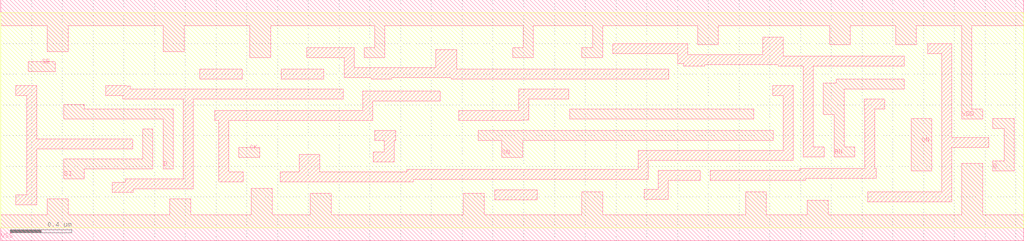
<source format=lef>
# 
# ******************************************************************************
# *                                                                            *
# *                   Copyright (C) 2004-2008, Nangate Inc.                    *
# *                           All rights reserved.                             *
# *                                                                            *
# * Nangate and the Nangate logo are trademarks of Nangate Inc.                *
# *                                                                            *
# * All trademarks, logos, software marks, and trade names (collectively the   *
# * "Marks") in this program are proprietary to Nangate or other respective    *
# * owners that have granted Nangate the right and license to use such Marks.  *
# * You are not permitted to use the Marks without the prior written consent   *
# * of Nangate or such third party that may own the Marks.                     *
# *                                                                            *
# * This file has been provided pursuant to a License Agreement containing     *
# * restrictions on its use.  This file contains valuable trade secrets and    *
# * proprietary information of Nangate Inc., and is protected by U.S. and      *
# * international laws and/or treaties.                                        *
# *                                                                            *
# * The copyright notice(s) in this file does not indicate actual or intended  *
# * publication of this file.                                                  *
# *                                                                            *
# *           NGLibraryCreator Development_version build 0810081030            *
# *                                                                            *
# ******************************************************************************
# 
# 

VERSION 5.6 ;
BUSBITCHARS "[]" ;
DIVIDERCHAR "/" ;

UNITS
  DATABASE MICRONS 2000 ;
END UNITS

MANUFACTURINGGRID 0.0025 ;

LAYER metal1
  TYPE ROUTING ;
  WIDTH 0.065 ;
  SPACING 0.065 ;
  PITCH 0.19 0.14 ;
  DIRECTION HORIZONTAL ;
  OFFSET 0.095 0.07 ;
  RESISTANCE RPERSQ 0.38 ;
  THICKNESS 0.13 ;
  CAPACITANCE CPERSQDIST 7.71613e-05 ;
  EDGECAPACITANCE 3.86e-05 ;
END metal1

LAYER via1
  TYPE CUT ;
  SPACING 0.075 ;
  WIDTH 0.065 ;
END via1

LAYER metal2
  TYPE ROUTING ;
  WIDTH 0.07 ;
  SPACING 0.07 ;
  PITCH 0.19 0.14 ;
  DIRECTION VERTICAL ;
  OFFSET 0.095 0.07 ;
  RESISTANCE RPERSQ 0.25 ;
  THICKNESS 0.14 ;
  CAPACITANCE CPERSQDIST 4.08957e-05 ;
  EDGECAPACITANCE 2.04e-05 ;
END metal2

LAYER via2
  TYPE CUT ;
  SPACING 0.085 ;
  WIDTH 0.07 ;
END via2

LAYER metal3
  TYPE ROUTING ;
  WIDTH 0.07 ;
  SPACING 0.07 ;
  PITCH 0.19 0.14 ;
  DIRECTION HORIZONTAL ;
  OFFSET 0.095 0.07 ;
  RESISTANCE RPERSQ 0.25 ;
  THICKNESS 0.14 ;
  CAPACITANCE CPERSQDIST 2.7745e-05 ;
  EDGECAPACITANCE 1.39e-05 ;
END metal3

LAYER via3
  TYPE CUT ;
  SPACING 0.085 ;
  WIDTH 0.07 ;
END via3

LAYER metal4
  TYPE ROUTING ;
  WIDTH 0.14 ;
  SPACING 0.14 ;
  PITCH 0.28 0.28 ;
  DIRECTION VERTICAL ;
  OFFSET 0.095 0.07 ;
  RESISTANCE RPERSQ 0.21 ;
  THICKNESS 0.28 ;
  CAPACITANCE CPERSQDIST 2.07429e-05 ;
  EDGECAPACITANCE 1.04e-05 ;
END metal4

LAYER via4
  TYPE CUT ;
  SPACING 0.16 ;
  WIDTH 0.14 ;
END via4

LAYER metal5
  TYPE ROUTING ;
  WIDTH 0.14 ;
  SPACING 0.14 ;
  PITCH 0.28 0.28 ;
  DIRECTION HORIZONTAL ;
  OFFSET 0.095 0.07 ;
  RESISTANCE RPERSQ 0.21 ;
  THICKNESS 0.28 ;
  CAPACITANCE CPERSQDIST 1.3527e-05 ;
  EDGECAPACITANCE 6.76e-06 ;
END metal5

LAYER via5
  TYPE CUT ;
  SPACING 0.16 ;
  WIDTH 0.14 ;
END via5

LAYER metal6
  TYPE ROUTING ;
  WIDTH 0.14 ;
  SPACING 0.14 ;
  PITCH 0.28 0.28 ;
  DIRECTION VERTICAL ;
  OFFSET 0.095 0.07 ;
  RESISTANCE RPERSQ 0.21 ;
  THICKNESS 0.28 ;
  CAPACITANCE CPERSQDIST 1.00359e-05 ;
  EDGECAPACITANCE 5.02e-06 ;
END metal6

LAYER via6
  TYPE CUT ;
  SPACING 0.16 ;
  WIDTH 0.14 ;
END via6

LAYER metal7
  TYPE ROUTING ;
  WIDTH 0.4 ;
  SPACING 0.4 ;
  PITCH 0.8 0.8 ;
  DIRECTION HORIZONTAL ;
  OFFSET 0.095 0.07 ;
  RESISTANCE RPERSQ 0.075 ;
  THICKNESS 0.8 ;
  CAPACITANCE CPERSQDIST 7.97709e-06 ;
  EDGECAPACITANCE 3.99e-06 ;
END metal7

LAYER via7
  TYPE CUT ;
  SPACING 0.44 ;
  WIDTH 0.4 ;
END via7

LAYER metal8
  TYPE ROUTING ;
  WIDTH 0.4 ;
  SPACING 0.4 ;
  PITCH 0.8 0.8 ;
  DIRECTION VERTICAL ;
  OFFSET 0.095 0.07 ;
  RESISTANCE RPERSQ 0.075 ;
  THICKNESS 0.8 ;
  CAPACITANCE CPERSQDIST 5.0391e-06 ;
  EDGECAPACITANCE 2.52e-06 ;
END metal8

LAYER via8
  TYPE CUT ;
  SPACING 0.44 ;
  WIDTH 0.4 ;
END via8

LAYER metal9
  TYPE ROUTING ;
  WIDTH 0.8 ;
  SPACING 0.8 ;
  PITCH 1.6 1.6 ;
  DIRECTION HORIZONTAL ;
  OFFSET 0.095 0.07 ;
  RESISTANCE RPERSQ 0.03 ;
  THICKNESS 2 ;
  CAPACITANCE CPERSQDIST 3.68273e-06 ;
  EDGECAPACITANCE 1.84e-06 ;
END metal9

LAYER via9
  TYPE CUT ;
  SPACING 0.88 ;
  WIDTH 0.8 ;
END via9

LAYER metal10
  TYPE ROUTING ;
  WIDTH 0.8 ;
  SPACING 0.8 ;
  PITCH 1.6 1.6 ;
  DIRECTION VERTICAL ;
  OFFSET 0.095 0.07 ;
  RESISTANCE RPERSQ 0.03 ;
  THICKNESS 2 ;
  CAPACITANCE CPERSQDIST 2.21236e-06 ;
  EDGECAPACITANCE 1.11e-06 ;
END metal10

LAYER OVERLAP
  TYPE OVERLAP ;
END OVERLAP

VIA via1_0 DEFAULT
  RESISTANCE 6 ;
  LAYER via1 ;
    RECT -0.0325 -0.0325 0.0325 0.0325 ;
  LAYER metal1 ;
    RECT -0.0675 -0.0675 0.0675 0.0675 ;
  LAYER metal2 ;
    RECT -0.0675 -0.0675 0.0675 0.0675 ;
END via1_0

VIA via1_1 DEFAULT
  RESISTANCE 6 ;
  LAYER via1 ;
    RECT -0.0325 -0.0325 0.0325 0.0325 ;
  LAYER metal1 ;
    RECT -0.0675 -0.0675 0.0675 0.0675 ;
  LAYER metal2 ;
    RECT -0.035 -0.0675 0.035 0.0675 ;
END via1_1

VIA via1_2 DEFAULT
  RESISTANCE 6 ;
  LAYER via1 ;
    RECT -0.0325 -0.0325 0.0325 0.0325 ;
  LAYER metal1 ;
    RECT -0.0675 -0.0675 0.0675 0.0675 ;
  LAYER metal2 ;
    RECT -0.0675 -0.035 0.0675 0.035 ;
END via1_2

VIA via1_3 DEFAULT
  RESISTANCE 6 ;
  LAYER via1 ;
    RECT -0.0325 -0.0325 0.0325 0.0325 ;
  LAYER metal1 ;
    RECT -0.0325 -0.0675 0.0325 0.0675 ;
  LAYER metal2 ;
    RECT -0.0675 -0.0675 0.0675 0.0675 ;
END via1_3

VIA via1_4 DEFAULT
  RESISTANCE 6 ;
  LAYER via1 ;
    RECT -0.0325 -0.0325 0.0325 0.0325 ;
  LAYER metal1 ;
    RECT -0.0325 -0.0675 0.0325 0.0675 ;
  LAYER metal2 ;
    RECT -0.035 -0.0675 0.035 0.0675 ;
END via1_4

VIA via1_5 DEFAULT
  RESISTANCE 6 ;
  LAYER via1 ;
    RECT -0.0325 -0.0325 0.0325 0.0325 ;
  LAYER metal1 ;
    RECT -0.0325 -0.0675 0.0325 0.0675 ;
  LAYER metal2 ;
    RECT -0.0675 -0.035 0.0675 0.035 ;
END via1_5

VIA via1_6 DEFAULT
  RESISTANCE 6 ;
  LAYER via1 ;
    RECT -0.0325 -0.0325 0.0325 0.0325 ;
  LAYER metal1 ;
    RECT -0.0675 -0.0325 0.0675 0.0325 ;
  LAYER metal2 ;
    RECT -0.0675 -0.0675 0.0675 0.0675 ;
END via1_6

VIA via1_7 DEFAULT
  RESISTANCE 6 ;
  LAYER via1 ;
    RECT -0.0325 -0.0325 0.0325 0.0325 ;
  LAYER metal1 ;
    RECT -0.0675 -0.0325 0.0675 0.0325 ;
  LAYER metal2 ;
    RECT -0.035 -0.0675 0.035 0.0675 ;
END via1_7

VIA via1_8 DEFAULT
  RESISTANCE 6 ;
  LAYER via1 ;
    RECT -0.0325 -0.0325 0.0325 0.0325 ;
  LAYER metal1 ;
    RECT -0.0675 -0.0325 0.0675 0.0325 ;
  LAYER metal2 ;
    RECT -0.0675 -0.035 0.0675 0.035 ;
END via1_8

VIA via2_0 DEFAULT
  RESISTANCE 5 ;
  LAYER via2 ;
    RECT -0.035 -0.035 0.035 0.035 ;
  LAYER metal2 ;
    RECT -0.07 -0.07 0.07 0.07 ;
  LAYER metal3 ;
    RECT -0.07 -0.07 0.07 0.07 ;
END via2_0

VIA via2_1 DEFAULT
  RESISTANCE 5 ;
  LAYER via2 ;
    RECT -0.035 -0.035 0.035 0.035 ;
  LAYER metal2 ;
    RECT -0.07 -0.07 0.07 0.07 ;
  LAYER metal3 ;
    RECT -0.035 -0.07 0.035 0.07 ;
END via2_1

VIA via2_2 DEFAULT
  RESISTANCE 5 ;
  LAYER via2 ;
    RECT -0.035 -0.035 0.035 0.035 ;
  LAYER metal2 ;
    RECT -0.07 -0.07 0.07 0.07 ;
  LAYER metal3 ;
    RECT -0.07 -0.035 0.07 0.035 ;
END via2_2

VIA via2_3 DEFAULT
  RESISTANCE 5 ;
  LAYER via2 ;
    RECT -0.035 -0.035 0.035 0.035 ;
  LAYER metal2 ;
    RECT -0.035 -0.07 0.035 0.07 ;
  LAYER metal3 ;
    RECT -0.07 -0.07 0.07 0.07 ;
END via2_3

VIA via2_4 DEFAULT
  RESISTANCE 5 ;
  LAYER via2 ;
    RECT -0.035 -0.035 0.035 0.035 ;
  LAYER metal2 ;
    RECT -0.035 -0.07 0.035 0.07 ;
  LAYER metal3 ;
    RECT -0.035 -0.07 0.035 0.07 ;
END via2_4

VIA via2_5 DEFAULT
  RESISTANCE 5 ;
  LAYER via2 ;
    RECT -0.035 -0.035 0.035 0.035 ;
  LAYER metal2 ;
    RECT -0.035 -0.07 0.035 0.07 ;
  LAYER metal3 ;
    RECT -0.07 -0.035 0.07 0.035 ;
END via2_5

VIA via2_6 DEFAULT
  RESISTANCE 5 ;
  LAYER via2 ;
    RECT -0.035 -0.035 0.035 0.035 ;
  LAYER metal2 ;
    RECT -0.07 -0.035 0.07 0.035 ;
  LAYER metal3 ;
    RECT -0.07 -0.07 0.07 0.07 ;
END via2_6

VIA via2_7 DEFAULT
  RESISTANCE 5 ;
  LAYER via2 ;
    RECT -0.035 -0.035 0.035 0.035 ;
  LAYER metal2 ;
    RECT -0.07 -0.035 0.07 0.035 ;
  LAYER metal3 ;
    RECT -0.035 -0.07 0.035 0.07 ;
END via2_7

VIA via2_8 DEFAULT
  RESISTANCE 5 ;
  LAYER via2 ;
    RECT -0.035 -0.035 0.035 0.035 ;
  LAYER metal2 ;
    RECT -0.07 -0.035 0.07 0.035 ;
  LAYER metal3 ;
    RECT -0.07 -0.035 0.07 0.035 ;
END via2_8

VIA via3_0 DEFAULT
  RESISTANCE 5 ;
  LAYER via3 ;
    RECT -0.035 -0.035 0.035 0.035 ;
  LAYER metal3 ;
    RECT -0.07 -0.07 0.07 0.07 ;
  LAYER metal4 ;
    RECT -0.07 -0.07 0.07 0.07 ;
END via3_0

VIA via3_1 DEFAULT
  RESISTANCE 5 ;
  LAYER via3 ;
    RECT -0.035 -0.035 0.035 0.035 ;
  LAYER metal3 ;
    RECT -0.035 -0.07 0.035 0.07 ;
  LAYER metal4 ;
    RECT -0.07 -0.07 0.07 0.07 ;
END via3_1

VIA via3_2 DEFAULT
  RESISTANCE 5 ;
  LAYER via3 ;
    RECT -0.035 -0.035 0.035 0.035 ;
  LAYER metal3 ;
    RECT -0.07 -0.035 0.07 0.035 ;
  LAYER metal4 ;
    RECT -0.07 -0.07 0.07 0.07 ;
END via3_2

VIA via4_0 DEFAULT
  RESISTANCE 3 ;
  LAYER via4 ;
    RECT -0.07 -0.07 0.07 0.07 ;
  LAYER metal4 ;
    RECT -0.07 -0.07 0.07 0.07 ;
  LAYER metal5 ;
    RECT -0.07 -0.07 0.07 0.07 ;
END via4_0

VIA via5_0 DEFAULT
  RESISTANCE 3 ;
  LAYER via5 ;
    RECT -0.07 -0.07 0.07 0.07 ;
  LAYER metal5 ;
    RECT -0.07 -0.07 0.07 0.07 ;
  LAYER metal6 ;
    RECT -0.07 -0.07 0.07 0.07 ;
END via5_0

VIA via6_0 DEFAULT
  RESISTANCE 3 ;
  LAYER via6 ;
    RECT -0.07 -0.07 0.07 0.07 ;
  LAYER metal6 ;
    RECT -0.07 -0.07 0.07 0.07 ;
  LAYER metal7 ;
    RECT -0.2 -0.2 0.2 0.2 ;
END via6_0

VIA via7_0 DEFAULT
  RESISTANCE 1 ;
  LAYER via7 ;
    RECT -0.2 -0.2 0.2 0.2 ;
  LAYER metal7 ;
    RECT -0.2 -0.2 0.2 0.2 ;
  LAYER metal8 ;
    RECT -0.2 -0.2 0.2 0.2 ;
END via7_0

VIA via8_0 DEFAULT
  RESISTANCE 1 ;
  LAYER via8 ;
    RECT -0.2 -0.2 0.2 0.2 ;
  LAYER metal8 ;
    RECT -0.2 -0.2 0.2 0.2 ;
  LAYER metal9 ;
    RECT -0.4 -0.4 0.4 0.4 ;
END via8_0

VIA via9_0 DEFAULT
  RESISTANCE 0.5 ;
  LAYER via9 ;
    RECT -0.4 -0.4 0.4 0.4 ;
  LAYER metal9 ;
    RECT -0.4 -0.4 0.4 0.4 ;
  LAYER metal10 ;
    RECT -0.4 -0.4 0.4 0.4 ;
END via9_0

VIARULE Via1Array-0 GENERATE
  LAYER metal1 ;
    ENCLOSURE 0.035 0.035 ;
     WIDTH 0.135 TO 1.4 ;
  LAYER metal2 ;
    ENCLOSURE 0.035 0.035 ;
     WIDTH 0.135 TO 1.4 ;
  LAYER via1 ;
    RECT -0.0325 -0.0325 0.0325 0.0325 ;
    SPACING 0.14 BY 0.14 ;
END Via1Array-0

VIARULE Via2Array-0 GENERATE
  LAYER metal2 ;
    ENCLOSURE 0.035 0.035 ;
     WIDTH 0.14 TO 1.55 ;
  LAYER metal3 ;
    ENCLOSURE 0.035 0.035 ;
     WIDTH 0.14 TO 1.55 ;
  LAYER via2 ;
    RECT -0.035 -0.035 0.035 0.035 ;
    SPACING 0.155 BY 0.155 ;
END Via2Array-0

VIARULE Via3Array-0 GENERATE
  LAYER metal3 ;
    ENCLOSURE 0.035 0.035 ;
     WIDTH 0.14 TO 1.55 ;
  LAYER metal4 ;
    ENCLOSURE 0.035 0.035 ;
     WIDTH 0.14 TO 1.55 ;
  LAYER via3 ;
    RECT -0.035 -0.035 0.035 0.035 ;
    SPACING 0.155 BY 0.155 ;
END Via3Array-0

VIARULE Via4Array-0 GENERATE
  LAYER metal4 ;
    ENCLOSURE 0 0 ;
     WIDTH 0.14 TO 3 ;
  LAYER metal5 ;
    ENCLOSURE 0 0 ;
     WIDTH 0.14 TO 3 ;
  LAYER via4 ;
    RECT -0.07 -0.07 0.07 0.07 ;
    SPACING 0.3 BY 0.3 ;
END Via4Array-0

VIARULE Via5Array-0 GENERATE
  LAYER metal5 ;
    ENCLOSURE 0 0 ;
     WIDTH 0.14 TO 3 ;
  LAYER metal6 ;
    ENCLOSURE 0 0 ;
     WIDTH 0.14 TO 3 ;
  LAYER via5 ;
    RECT -0.07 -0.07 0.07 0.07 ;
    SPACING 0.3 BY 0.3 ;
END Via5Array-0

VIARULE Via6Array-0 GENERATE
  LAYER metal6 ;
    ENCLOSURE 0 0 ;
     WIDTH 0.14 TO 3 ;
  LAYER metal7 ;
    ENCLOSURE 0.13 0.13 ;
     WIDTH 0.4 TO 3 ;
  LAYER via6 ;
    RECT -0.07 -0.07 0.07 0.07 ;
    SPACING 0.3 BY 0.3 ;
END Via6Array-0

VIARULE Via7Array-0 GENERATE
  LAYER metal7 ;
    ENCLOSURE 0 0 ;
     WIDTH 0.4 TO 8.4 ;
  LAYER metal8 ;
    ENCLOSURE 0 0 ;
     WIDTH 0.4 TO 8.4 ;
  LAYER via7 ;
    RECT -0.2 -0.2 0.2 0.2 ;
    SPACING 0.84 BY 0.84 ;
END Via7Array-0

VIARULE Via8Array-0 GENERATE
  LAYER metal8 ;
    ENCLOSURE 0 0 ;
     WIDTH 0.4 TO 8.4 ;
  LAYER metal9 ;
    ENCLOSURE 0.2 0.2 ;
     WIDTH 0.8 TO 8.4 ;
  LAYER via8 ;
    RECT -0.2 -0.2 0.2 0.2 ;
    SPACING 0.84 BY 0.84 ;
END Via8Array-0

VIARULE Via9Array-0 GENERATE
  LAYER metal10 ;
    ENCLOSURE 0 0 ;
     WIDTH 0.8 TO 16.8 ;
  LAYER metal9 ;
    ENCLOSURE 0 0 ;
     WIDTH 0.8 TO 16.8 ;
  LAYER via9 ;
    RECT -0.4 -0.4 0.4 0.4 ;
    SPACING 1.68 BY 1.68 ;
END Via9Array-0

VIARULE Via1Array-1 GENERATE
  LAYER metal1 ;
    ENCLOSURE 0 0.035 ;
     WIDTH 0.135 TO 1.4 ;
  LAYER metal2 ;
    ENCLOSURE 0.0025 0.035 ;
     WIDTH 0.135 TO 1.4 ;
  LAYER via1 ;
    RECT -0.0325 -0.0325 0.0325 0.0325 ;
    SPACING 0.14 BY 0.14 ;
END Via1Array-1

VIARULE Via2Array-1 GENERATE
  LAYER metal2 ;
    ENCLOSURE 0 0.035 ;
     WIDTH 0.14 TO 1.55 ;
  LAYER metal3 ;
    ENCLOSURE 0 0.035 ;
     WIDTH 0.14 TO 1.55 ;
  LAYER via2 ;
    RECT -0.035 -0.035 0.035 0.035 ;
    SPACING 0.155 BY 0.155 ;
END Via2Array-1

VIARULE Via3Array-1 GENERATE
  LAYER metal3 ;
    ENCLOSURE 0 0.035 ;
     WIDTH 0.14 TO 1.55 ;
  LAYER metal4 ;
    ENCLOSURE 0.035 0.035 ;
     WIDTH 0.14 TO 1.55 ;
  LAYER via3 ;
    RECT -0.035 -0.035 0.035 0.035 ;
    SPACING 0.155 BY 0.155 ;
END Via3Array-1

VIARULE Via4Array-1 GENERATE
  LAYER metal4 ;
    ENCLOSURE 0 0 ;
     WIDTH 0.14 TO 3 ;
  LAYER metal5 ;
    ENCLOSURE 0 0 ;
     WIDTH 0.14 TO 3 ;
  LAYER via4 ;
    RECT -0.07 -0.07 0.07 0.07 ;
    SPACING 0.3 BY 0.3 ;
END Via4Array-1

VIARULE Via5Array-1 GENERATE
  LAYER metal5 ;
    ENCLOSURE 0 0 ;
     WIDTH 0.14 TO 3 ;
  LAYER metal6 ;
    ENCLOSURE 0 0 ;
     WIDTH 0.14 TO 3 ;
  LAYER via5 ;
    RECT -0.07 -0.07 0.07 0.07 ;
    SPACING 0.3 BY 0.3 ;
END Via5Array-1

VIARULE Via6Array-1 GENERATE
  LAYER metal6 ;
    ENCLOSURE 0 0 ;
     WIDTH 0.14 TO 3 ;
  LAYER metal7 ;
    ENCLOSURE 0.13 0.13 ;
     WIDTH 0.4 TO 3 ;
  LAYER via6 ;
    RECT -0.07 -0.07 0.07 0.07 ;
    SPACING 0.3 BY 0.3 ;
END Via6Array-1

VIARULE Via7Array-1 GENERATE
  LAYER metal7 ;
    ENCLOSURE 0 0 ;
     WIDTH 0.4 TO 8.4 ;
  LAYER metal8 ;
    ENCLOSURE 0 0 ;
     WIDTH 0.4 TO 8.4 ;
  LAYER via7 ;
    RECT -0.2 -0.2 0.2 0.2 ;
    SPACING 0.84 BY 0.84 ;
END Via7Array-1

VIARULE Via8Array-1 GENERATE
  LAYER metal8 ;
    ENCLOSURE 0 0 ;
     WIDTH 0.4 TO 8.4 ;
  LAYER metal9 ;
    ENCLOSURE 0.2 0.2 ;
     WIDTH 0.8 TO 8.4 ;
  LAYER via8 ;
    RECT -0.2 -0.2 0.2 0.2 ;
    SPACING 0.84 BY 0.84 ;
END Via8Array-1

VIARULE Via9Array-1 GENERATE
  LAYER metal10 ;
    ENCLOSURE 0 0 ;
     WIDTH 0.8 TO 16.8 ;
  LAYER metal9 ;
    ENCLOSURE 0 0 ;
     WIDTH 0.8 TO 16.8 ;
  LAYER via9 ;
    RECT -0.4 -0.4 0.4 0.4 ;
    SPACING 1.68 BY 1.68 ;
END Via9Array-1

VIARULE Via1Array-2 GENERATE
  LAYER metal1 ;
    ENCLOSURE 0 0.035 ;
     WIDTH 0.135 TO 1.4 ;
  LAYER metal2 ;
    ENCLOSURE 0.035 0.0025 ;
     WIDTH 0.135 TO 1.4 ;
  LAYER via1 ;
    RECT -0.0325 -0.0325 0.0325 0.0325 ;
    SPACING 0.14 BY 0.14 ;
END Via1Array-2

VIARULE Via2Array-2 GENERATE
  LAYER metal2 ;
    ENCLOSURE 0 0.035 ;
     WIDTH 0.14 TO 1.55 ;
  LAYER metal3 ;
    ENCLOSURE 0.035 0 ;
     WIDTH 0.14 TO 1.55 ;
  LAYER via2 ;
    RECT -0.035 -0.035 0.035 0.035 ;
    SPACING 0.155 BY 0.155 ;
END Via2Array-2

VIARULE Via3Array-2 GENERATE
  LAYER metal3 ;
    ENCLOSURE 0 0.035 ;
     WIDTH 0.14 TO 1.55 ;
  LAYER metal4 ;
    ENCLOSURE 0.035 0.035 ;
     WIDTH 0.14 TO 1.55 ;
  LAYER via3 ;
    RECT -0.035 -0.035 0.035 0.035 ;
    SPACING 0.155 BY 0.155 ;
END Via3Array-2

VIARULE Via4Array-2 GENERATE
  LAYER metal4 ;
    ENCLOSURE 0 0 ;
     WIDTH 0.14 TO 3 ;
  LAYER metal5 ;
    ENCLOSURE 0 0 ;
     WIDTH 0.14 TO 3 ;
  LAYER via4 ;
    RECT -0.07 -0.07 0.07 0.07 ;
    SPACING 0.3 BY 0.3 ;
END Via4Array-2

VIARULE Via5Array-2 GENERATE
  LAYER metal5 ;
    ENCLOSURE 0 0 ;
     WIDTH 0.14 TO 3 ;
  LAYER metal6 ;
    ENCLOSURE 0 0 ;
     WIDTH 0.14 TO 3 ;
  LAYER via5 ;
    RECT -0.07 -0.07 0.07 0.07 ;
    SPACING 0.3 BY 0.3 ;
END Via5Array-2

VIARULE Via6Array-2 GENERATE
  LAYER metal6 ;
    ENCLOSURE 0 0 ;
     WIDTH 0.14 TO 3 ;
  LAYER metal7 ;
    ENCLOSURE 0.13 0.13 ;
     WIDTH 0.4 TO 3 ;
  LAYER via6 ;
    RECT -0.07 -0.07 0.07 0.07 ;
    SPACING 0.3 BY 0.3 ;
END Via6Array-2

VIARULE Via7Array-2 GENERATE
  LAYER metal7 ;
    ENCLOSURE 0 0 ;
     WIDTH 0.4 TO 8.4 ;
  LAYER metal8 ;
    ENCLOSURE 0 0 ;
     WIDTH 0.4 TO 8.4 ;
  LAYER via7 ;
    RECT -0.2 -0.2 0.2 0.2 ;
    SPACING 0.84 BY 0.84 ;
END Via7Array-2

VIARULE Via8Array-2 GENERATE
  LAYER metal8 ;
    ENCLOSURE 0 0 ;
     WIDTH 0.4 TO 8.4 ;
  LAYER metal9 ;
    ENCLOSURE 0.2 0.2 ;
     WIDTH 0.8 TO 8.4 ;
  LAYER via8 ;
    RECT -0.2 -0.2 0.2 0.2 ;
    SPACING 0.84 BY 0.84 ;
END Via8Array-2

VIARULE Via9Array-2 GENERATE
  LAYER metal10 ;
    ENCLOSURE 0 0 ;
     WIDTH 0.8 TO 16.8 ;
  LAYER metal9 ;
    ENCLOSURE 0 0 ;
     WIDTH 0.8 TO 16.8 ;
  LAYER via9 ;
    RECT -0.4 -0.4 0.4 0.4 ;
    SPACING 1.68 BY 1.68 ;
END Via9Array-2

VIARULE Via1Array-3 GENERATE
  LAYER metal1 ;
    ENCLOSURE 0.035 0 ;
     WIDTH 0.135 TO 1.4 ;
  LAYER metal2 ;
    ENCLOSURE 0.0025 0.035 ;
     WIDTH 0.135 TO 1.4 ;
  LAYER via1 ;
    RECT -0.0325 -0.0325 0.0325 0.0325 ;
    SPACING 0.14 BY 0.14 ;
END Via1Array-3

VIARULE Via2Array-3 GENERATE
  LAYER metal2 ;
    ENCLOSURE 0.035 0 ;
     WIDTH 0.14 TO 1.55 ;
  LAYER metal3 ;
    ENCLOSURE 0 0.035 ;
     WIDTH 0.14 TO 1.55 ;
  LAYER via2 ;
    RECT -0.035 -0.035 0.035 0.035 ;
    SPACING 0.155 BY 0.155 ;
END Via2Array-3

VIARULE Via3Array-3 GENERATE
  LAYER metal3 ;
    ENCLOSURE 0.035 0 ;
     WIDTH 0.14 TO 1.55 ;
  LAYER metal4 ;
    ENCLOSURE 0.035 0.035 ;
     WIDTH 0.14 TO 1.55 ;
  LAYER via3 ;
    RECT -0.035 -0.035 0.035 0.035 ;
    SPACING 0.155 BY 0.155 ;
END Via3Array-3

VIARULE Via4Array-3 GENERATE
  LAYER metal4 ;
    ENCLOSURE 0 0 ;
     WIDTH 0.14 TO 3 ;
  LAYER metal5 ;
    ENCLOSURE 0 0 ;
     WIDTH 0.14 TO 3 ;
  LAYER via4 ;
    RECT -0.07 -0.07 0.07 0.07 ;
    SPACING 0.3 BY 0.3 ;
END Via4Array-3

VIARULE Via5Array-3 GENERATE
  LAYER metal5 ;
    ENCLOSURE 0 0 ;
     WIDTH 0.14 TO 3 ;
  LAYER metal6 ;
    ENCLOSURE 0 0 ;
     WIDTH 0.14 TO 3 ;
  LAYER via5 ;
    RECT -0.07 -0.07 0.07 0.07 ;
    SPACING 0.3 BY 0.3 ;
END Via5Array-3

VIARULE Via6Array-3 GENERATE
  LAYER metal6 ;
    ENCLOSURE 0 0 ;
     WIDTH 0.14 TO 3 ;
  LAYER metal7 ;
    ENCLOSURE 0.13 0.13 ;
     WIDTH 0.4 TO 3 ;
  LAYER via6 ;
    RECT -0.07 -0.07 0.07 0.07 ;
    SPACING 0.3 BY 0.3 ;
END Via6Array-3

VIARULE Via7Array-3 GENERATE
  LAYER metal7 ;
    ENCLOSURE 0 0 ;
     WIDTH 0.4 TO 8.4 ;
  LAYER metal8 ;
    ENCLOSURE 0 0 ;
     WIDTH 0.4 TO 8.4 ;
  LAYER via7 ;
    RECT -0.2 -0.2 0.2 0.2 ;
    SPACING 0.84 BY 0.84 ;
END Via7Array-3

VIARULE Via8Array-3 GENERATE
  LAYER metal8 ;
    ENCLOSURE 0 0 ;
     WIDTH 0.4 TO 8.4 ;
  LAYER metal9 ;
    ENCLOSURE 0.2 0.2 ;
     WIDTH 0.8 TO 8.4 ;
  LAYER via8 ;
    RECT -0.2 -0.2 0.2 0.2 ;
    SPACING 0.84 BY 0.84 ;
END Via8Array-3

VIARULE Via9Array-3 GENERATE
  LAYER metal10 ;
    ENCLOSURE 0 0 ;
     WIDTH 0.8 TO 16.8 ;
  LAYER metal9 ;
    ENCLOSURE 0 0 ;
     WIDTH 0.8 TO 16.8 ;
  LAYER via9 ;
    RECT -0.4 -0.4 0.4 0.4 ;
    SPACING 1.68 BY 1.68 ;
END Via9Array-3

SPACING
  SAMENET metal1 metal1 0.065 ;
  SAMENET metal2 metal2 0.07 ;
  SAMENET metal3 metal3 0.07 ;
  SAMENET metal4 metal4 0.14 ;
  SAMENET metal5 metal5 0.14 ;
  SAMENET metal6 metal6 0.14 ;
  SAMENET metal7 metal7 0.4 ;
  SAMENET metal8 metal8 0.4 ;
  SAMENET metal9 metal9 0.8 ;
  SAMENET metal10 metal10 0.8 ;
  SAMENET via1 via1 0.075 ;
  SAMENET via2 via2 0.085 ;
  SAMENET via3 via3 0.085 ;
  SAMENET via4 via4 0.16 ;
  SAMENET via5 via5 0.16 ;
  SAMENET via6 via6 0.16 ;
  SAMENET via7 via7 0.44 ;
  SAMENET via8 via8 0.44 ;
  SAMENET via9 via9 0.88 ;
  SAMENET via1 via2 0.0 STACK ;
  SAMENET via2 via3 0.0 STACK ;
  SAMENET via3 via4 0.0 STACK ;
  SAMENET via4 via5 0.0 STACK ;
  SAMENET via5 via6 0.0 STACK ;
  SAMENET via6 via7 0.0 STACK ;
  SAMENET via7 via8 0.0 STACK ;
  SAMENET via8 via9 0.0 STACK ;
END SPACING

SITE NCSU_FreePDK_45nm
  SYMMETRY y ;
  CLASS core ;
  SIZE 0.19 BY 1.4 ;
END NCSU_FreePDK_45nm

MACRO AND2_X1
  CLASS core ;
  FOREIGN AND2_X1 0.0 0.0 ;
  ORIGIN 0 0 ;
  SYMMETRY X Y ;
  SITE NCSU_FreePDK_45nm ;
  SIZE 0.76 BY 1.4 ;
  PIN VDD
    DIRECTION INOUT ;
    USE power ;
    SHAPE ABUTMENT ;
    PORT
      LAYER metal1 ;
        POLYGON 0 1.315 0.0675 1.315 0.0675 1.0425 0.1325 1.0425 0.1325 1.315 0.4425 1.315 0.4425 1.0425 0.5075 1.0425 0.5075 1.315 0.76 1.315 0.76 1.485 0 1.485  ;
    END
  END VDD
  PIN A1
    DIRECTION INPUT ;
    PORT
      LAYER metal1 ;
        POLYGON 0.0625 0.4225 0.1275 0.4225 0.1275 0.5575 0.0625 0.5575  ;
    END
  END A1
  PIN VSS
    DIRECTION INOUT ;
    USE ground ;
    SHAPE ABUTMENT ;
    PORT
      LAYER metal1 ;
        POLYGON 0 -0.085 0.76 -0.085 0.76 0.085 0.5075 0.085 0.5075 0.3975 0.4425 0.3975 0.4425 0.085 0 0.085  ;
    END
  END VSS
  PIN A2
    DIRECTION INPUT ;
    PORT
      LAYER metal1 ;
        POLYGON 0.4025 0.8425 0.5075 0.8425 0.5075 0.9775 0.4025 0.9775  ;
    END
  END A2
  PIN ZN
    DIRECTION OUTPUT ;
    PORT
      LAYER metal1 ;
        POLYGON 0.6325 0.2775 0.6975 0.2775 0.6975 1.1175 0.6325 1.1175  ;
    END
  END ZN
  OBS
      LAYER metal1 ;
        POLYGON 0.0675 0.2225 0.1325 0.2225 0.1325 0.2925 0.2275 0.2925 0.2275 0.315 0.3175 0.315 0.3175 0.7125 0.5025 0.7125 0.5025 0.6425 0.5675 0.6425 0.5675 0.7775 0.3175 0.7775 0.3175 1.1175 0.2525 1.1175 0.2525 0.38 0.1775 0.38 0.1775 0.3575 0.0675 0.3575  ;
  END
END AND2_X1

MACRO AND2_X2
  CLASS core ;
  FOREIGN AND2_X2 0.0 0.0 ;
  ORIGIN 0 0 ;
  SYMMETRY X Y ;
  SITE NCSU_FreePDK_45nm ;
  SIZE 0.76 BY 1.4 ;
  PIN VDD
    DIRECTION INOUT ;
    USE power ;
    SHAPE ABUTMENT ;
    PORT
      LAYER metal1 ;
        POLYGON 0 1.315 0.0525 1.315 0.0525 1.1475 0.1175 1.1475 0.1175 1.315 0.4475 1.315 0.4475 1.0075 0.5125 1.0075 0.5125 1.315 0.76 1.315 0.76 1.485 0 1.485  ;
    END
  END VDD
  PIN A1
    DIRECTION INPUT ;
    PORT
      LAYER metal1 ;
        POLYGON 0.0625 0.4225 0.1275 0.4225 0.1275 0.5575 0.0625 0.5575  ;
    END
  END A1
  PIN VSS
    DIRECTION INOUT ;
    USE ground ;
    SHAPE ABUTMENT ;
    PORT
      LAYER metal1 ;
        POLYGON 0 -0.085 0.76 -0.085 0.76 0.085 0.5075 0.085 0.5075 0.3575 0.4425 0.3575 0.4425 0.085 0 0.085  ;
    END
  END VSS
  PIN A2
    DIRECTION INPUT ;
    PORT
      LAYER metal1 ;
        POLYGON 0.4025 0.8075 0.4425 0.8075 0.4425 0.7025 0.5075 0.7025 0.5075 0.8775 0.5425 0.8775 0.5425 0.9425 0.4025 0.9425  ;
    END
  END A2
  PIN ZN
    DIRECTION OUTPUT ;
    PORT
      LAYER metal1 ;
        POLYGON 0.6325 0.3275 0.6975 0.3275 0.6975 1.2275 0.6325 1.2275  ;
    END
  END ZN
  OBS
      LAYER metal1 ;
        POLYGON 0.0675 0.2225 0.1325 0.2225 0.1325 0.2925 0.1975 0.2925 0.1975 0.3025 0.3025 0.3025 0.3025 0.5025 0.5675 0.5025 0.5675 0.6375 0.5025 0.6375 0.5025 0.5675 0.3025 0.5675 0.3025 1.2225 0.2375 1.2225 0.2375 0.3675 0.1625 0.3675 0.1625 0.3575 0.0675 0.3575  ;
  END
END AND2_X2

MACRO AND2_X4
  CLASS core ;
  FOREIGN AND2_X4 0.0 0.0 ;
  ORIGIN 0 0 ;
  SYMMETRY X Y ;
  SITE NCSU_FreePDK_45nm ;
  SIZE 0.76 BY 1.4 ;
  PIN VDD
    DIRECTION INOUT ;
    USE power ;
    SHAPE ABUTMENT ;
    PORT
      LAYER metal1 ;
        POLYGON 0 1.315 0.045 1.315 0.045 1.1275 0.11 1.1275 0.11 1.315 0.44 1.315 0.44 1.0675 0.505 1.0675 0.505 1.315 0.76 1.315 0.76 1.485 0 1.485  ;
    END
  END VDD
  PIN A1
    DIRECTION INPUT ;
    PORT
      LAYER metal1 ;
        POLYGON 0.0625 0.7025 0.1275 0.7025 0.1275 0.8375 0.0625 0.8375  ;
    END
  END A1
  PIN VSS
    DIRECTION INOUT ;
    USE ground ;
    SHAPE ABUTMENT ;
    PORT
      LAYER metal1 ;
        POLYGON 0 -0.085 0.76 -0.085 0.76 0.085 0.505 0.085 0.505 0.3825 0.44 0.3825 0.44 0.085 0 0.085  ;
    END
  END VSS
  PIN A2
    DIRECTION INPUT ;
    PORT
      LAYER metal1 ;
        POLYGON 0.36 0.6375 0.425 0.6375 0.425 0.7375 0.5425 0.7375 0.5425 0.8025 0.36 0.8025  ;
    END
  END A2
  PIN ZN
    DIRECTION OUTPUT ;
    PORT
      LAYER metal1 ;
        POLYGON 0.4075 0.8775 0.625 0.8775 0.625 0.2525 0.69 0.2525 0.69 1.0175 0.625 1.0175 0.625 0.9425 0.4075 0.9425  ;
    END
  END ZN
  OBS
      LAYER metal1 ;
        POLYGON 0.045 0.3925 0.11 0.3925 0.11 0.5075 0.56 0.5075 0.56 0.6525 0.495 0.6525 0.495 0.5725 0.295 0.5725 0.295 1.2025 0.23 1.2025 0.23 0.5725 0.06 0.5725 0.06 0.55 0.045 0.55  ;
  END
END AND2_X4

MACRO AND3_X1
  CLASS core ;
  FOREIGN AND3_X1 0.0 0.0 ;
  ORIGIN 0 0 ;
  SYMMETRY X Y ;
  SITE NCSU_FreePDK_45nm ;
  SIZE 0.95 BY 1.4 ;
  PIN VDD
    DIRECTION INOUT ;
    USE power ;
    SHAPE ABUTMENT ;
    PORT
      LAYER metal1 ;
        POLYGON 0 1.315 0.27 1.315 0.27 1.0675 0.335 1.0675 0.335 1.315 0.65 1.315 0.65 1.0675 0.715 1.0675 0.715 1.315 0.95 1.315 0.95 1.485 0 1.485  ;
    END
  END VDD
  PIN A3
    DIRECTION INPUT ;
    PORT
      LAYER metal1 ;
        POLYGON 0.545 0.3975 0.61 0.3975 0.61 0.4575 0.7325 0.4575 0.7325 0.5325 0.545 0.5325  ;
    END
  END A3
  PIN A1
    DIRECTION INPUT ;
    PORT
      LAYER metal1 ;
        POLYGON 0.215 0.5275 0.28 0.5275 0.28 0.5975 0.3525 0.5975 0.3525 0.6625 0.215 0.6625  ;
    END
  END A1
  PIN VSS
    DIRECTION INOUT ;
    USE ground ;
    SHAPE ABUTMENT ;
    PORT
      LAYER metal1 ;
        POLYGON 0 -0.085 0.95 -0.085 0.95 0.085 0.715 0.085 0.715 0.345 0.65 0.345 0.65 0.085 0 0.085  ;
    END
  END VSS
  PIN A2
    DIRECTION INPUT ;
    PORT
      LAYER metal1 ;
        POLYGON 0.2175 0.1775 0.42 0.1775 0.42 0.5325 0.355 0.5325 0.355 0.2425 0.2175 0.2425  ;
    END
  END A2
  PIN ZN
    DIRECTION OUTPUT ;
    PORT
      LAYER metal1 ;
        POLYGON 0.5975 0.7375 0.84 0.7375 0.84 0.225 0.905 0.225 0.905 1.1425 0.84 1.1425 0.84 0.8025 0.5975 0.8025  ;
    END
  END ZN
  OBS
      LAYER metal1 ;
        POLYGON 0.085 0.2725 0.15 0.2725 0.15 0.9375 0.71 0.9375 0.71 0.8675 0.775 0.8675 0.775 1.0025 0.525 1.0025 0.525 1.1425 0.46 1.1425 0.46 1.0025 0.15 1.0025 0.15 1.1425 0.085 1.1425  ;
  END
END AND3_X1

MACRO AND3_X2
  CLASS core ;
  FOREIGN AND3_X2 0.0 0.0 ;
  ORIGIN 0 0 ;
  SYMMETRY X Y ;
  SITE NCSU_FreePDK_45nm ;
  SIZE 0.95 BY 1.4 ;
  PIN VDD
    DIRECTION INOUT ;
    USE power ;
    SHAPE ABUTMENT ;
    PORT
      LAYER metal1 ;
        POLYGON 0 1.315 0.23 1.315 0.23 1.1375 0.295 1.1375 0.295 1.315 0.63 1.315 0.63 0.9975 0.695 0.9975 0.695 1.315 0.95 1.315 0.95 1.485 0 1.485  ;
    END
  END VDD
  PIN A3
    DIRECTION INPUT ;
    PORT
      LAYER metal1 ;
        POLYGON 0.4075 0.3175 0.585 0.3175 0.585 0.485 0.52 0.485 0.52 0.3825 0.4075 0.3825  ;
    END
  END A3
  PIN A1
    DIRECTION INPUT ;
    PORT
      LAYER metal1 ;
        POLYGON 0.19 0.4575 0.3525 0.4575 0.3525 0.5225 0.255 0.5225 0.255 0.5925 0.19 0.5925  ;
    END
  END A1
  PIN VSS
    DIRECTION INOUT ;
    USE ground ;
    SHAPE ABUTMENT ;
    PORT
      LAYER metal1 ;
        POLYGON 0 -0.085 0.95 -0.085 0.95 0.085 0.69 0.085 0.69 0.265 0.625 0.265 0.625 0.085 0 0.085  ;
    END
  END VSS
  PIN A2
    DIRECTION INPUT ;
    PORT
      LAYER metal1 ;
        POLYGON 0.33 0.6675 0.395 0.6675 0.395 0.7375 0.5425 0.7375 0.5425 0.8025 0.33 0.8025  ;
    END
  END A2
  PIN ZN
    DIRECTION OUTPUT ;
    PORT
      LAYER metal1 ;
        POLYGON 0.5975 0.5975 0.815 0.5975 0.815 0.235 0.88 0.235 0.88 1.2175 0.815 1.2175 0.815 0.6625 0.5975 0.6625  ;
    END
  END ZN
  OBS
      LAYER metal1 ;
        POLYGON 0.045 0.895 0.06 0.895 0.06 0.225 0.125 0.225 0.125 0.8725 0.46 0.8725 0.46 0.8675 0.685 0.8675 0.685 0.7975 0.75 0.7975 0.75 0.9325 0.485 0.9325 0.485 1.2125 0.42 1.2125 0.42 0.9375 0.11 0.9375 0.11 1.2125 0.045 1.2125  ;
  END
END AND3_X2

MACRO AND3_X4
  CLASS core ;
  FOREIGN AND3_X4 0.0 0.0 ;
  ORIGIN 0 0 ;
  SYMMETRY X Y ;
  SITE NCSU_FreePDK_45nm ;
  SIZE 0.95 BY 1.4 ;
  PIN VDD
    DIRECTION INOUT ;
    USE power ;
    SHAPE ABUTMENT ;
    PORT
      LAYER metal1 ;
        POLYGON 0 1.315 0.2375 1.315 0.2375 1.1325 0.3025 1.1325 0.3025 1.315 0.6375 1.315 0.6375 0.9925 0.7025 0.9925 0.7025 1.315 0.95 1.315 0.95 1.485 0 1.485  ;
    END
  END VDD
  PIN A3
    DIRECTION INPUT ;
    PORT
      LAYER metal1 ;
        POLYGON 0.4425 0.5625 0.5375 0.5625 0.5375 0.6975 0.4425 0.6975  ;
    END
  END A3
  PIN A1
    DIRECTION INPUT ;
    PORT
      LAYER metal1 ;
        POLYGON 0.1825 0.5275 0.2475 0.5275 0.2475 0.5975 0.3525 0.5975 0.3525 0.6625 0.1825 0.6625  ;
    END
  END A1
  PIN VSS
    DIRECTION INOUT ;
    USE ground ;
    SHAPE ABUTMENT ;
    PORT
      LAYER metal1 ;
        POLYGON 0 -0.085 0.95 -0.085 0.95 0.085 0.7025 0.085 0.7025 0.4075 0.6375 0.4075 0.6375 0.085 0 0.085  ;
    END
  END VSS
  PIN A2
    DIRECTION INPUT ;
    PORT
      LAYER metal1 ;
        POLYGON 0.2175 0.1775 0.3875 0.1775 0.3875 0.4875 0.3225 0.4875 0.3225 0.2425 0.2175 0.2425  ;
    END
  END A2
  PIN ZN
    DIRECTION OUTPUT ;
    PORT
      LAYER metal1 ;
        POLYGON 0.8225 0.2775 0.8875 0.2775 0.8875 0.9425 0.8225 0.9425  ;
    END
  END ZN
  OBS
      LAYER metal1 ;
        POLYGON 0.0525 0.2275 0.1175 0.2275 0.1175 1.0025 0.4275 1.0025 0.4275 0.8625 0.6925 0.8625 0.6925 0.5425 0.7575 0.5425 0.7575 0.9275 0.4925 0.9275 0.4925 1.2075 0.4275 1.2075 0.4275 1.0675 0.1175 1.0675 0.1175 1.2075 0.0525 1.2075  ;
  END
END AND3_X4

MACRO AND4_X1
  CLASS core ;
  FOREIGN AND4_X1 0.0 0.0 ;
  ORIGIN 0 0 ;
  SYMMETRY X Y ;
  SITE NCSU_FreePDK_45nm ;
  SIZE 1.14 BY 1.4 ;
  PIN VDD
    DIRECTION INOUT ;
    USE power ;
    SHAPE ABUTMENT ;
    PORT
      LAYER metal1 ;
        POLYGON 0 1.315 0.045 1.315 0.045 1.1375 0.11 1.1375 0.11 1.315 0.42 1.315 0.42 1.1375 0.485 1.1375 0.485 1.315 0.8 1.315 0.8 1.1375 0.865 1.1375 0.865 1.315 1.14 1.315 1.14 1.485 0 1.485  ;
    END
  END VDD
  PIN A3
    DIRECTION INPUT ;
    PORT
      LAYER metal1 ;
        POLYGON 0.4075 0.5975 0.505 0.5975 0.505 0.5275 0.57 0.5275 0.57 0.6625 0.4075 0.6625  ;
    END
  END A3
  PIN A1
    DIRECTION INPUT ;
    PORT
      LAYER metal1 ;
        POLYGON 0.175 0.8075 0.24 0.8075 0.24 0.8775 0.3525 0.8775 0.3525 0.9425 0.175 0.9425  ;
    END
  END A1
  PIN VSS
    DIRECTION INOUT ;
    USE ground ;
    SHAPE ABUTMENT ;
    PORT
      LAYER metal1 ;
        POLYGON 0 -0.085 1.14 -0.085 1.14 0.085 0.865 0.085 0.865 0.345 0.8 0.345 0.8 0.085 0 0.085  ;
    END
  END VSS
  PIN A2
    DIRECTION INPUT ;
    PORT
      LAYER metal1 ;
        POLYGON 0.2175 0.1775 0.405 0.1775 0.405 0.5325 0.34 0.5325 0.34 0.2425 0.2175 0.2425  ;
    END
  END A2
  PIN A4
    DIRECTION INPUT ;
    PORT
      LAYER metal1 ;
        POLYGON 0.695 0.3975 0.76 0.3975 0.76 0.4575 0.9225 0.4575 0.9225 0.5325 0.695 0.5325  ;
    END
  END A4
  PIN ZN
    DIRECTION OUTPUT ;
    PORT
      LAYER metal1 ;
        POLYGON 0.7875 0.7375 0.99 0.7375 0.99 0.225 1.055 0.225 1.055 1.2125 0.99 1.2125 0.99 0.8025 0.7875 0.8025  ;
    END
  END ZN
  OBS
      LAYER metal1 ;
        POLYGON 0.045 0.2725 0.11 0.2725 0.11 1.0075 0.86 1.0075 0.86 0.9375 0.925 0.9375 0.925 1.0725 0.675 1.0725 0.675 1.2125 0.61 1.2125 0.61 1.0725 0.295 1.0725 0.295 1.2125 0.23 1.2125 0.23 1.0725 0.045 1.0725  ;
  END
END AND4_X1

MACRO AND4_X2
  CLASS core ;
  FOREIGN AND4_X2 0.0 0.0 ;
  ORIGIN 0 0 ;
  SYMMETRY X Y ;
  SITE NCSU_FreePDK_45nm ;
  SIZE 1.14 BY 1.4 ;
  PIN VDD
    DIRECTION INOUT ;
    USE power ;
    SHAPE ABUTMENT ;
    PORT
      LAYER metal1 ;
        POLYGON 0 1.315 0.045 1.315 0.045 1.1375 0.11 1.1375 0.11 1.315 0.42 1.315 0.42 1.1375 0.485 1.1375 0.485 1.315 0.82 1.315 0.82 0.9975 0.885 0.9975 0.885 1.315 1.14 1.315 1.14 1.485 0 1.485  ;
    END
  END VDD
  PIN A3
    DIRECTION INPUT ;
    PORT
      LAYER metal1 ;
        POLYGON 0.4075 0.5975 0.52 0.5975 0.52 0.5275 0.585 0.5275 0.585 0.6625 0.4075 0.6625  ;
    END
  END A3
  PIN A1
    DIRECTION INPUT ;
    PORT
      LAYER metal1 ;
        POLYGON 0.19 0.8075 0.255 0.8075 0.255 0.8775 0.3525 0.8775 0.3525 0.9425 0.19 0.9425  ;
    END
  END A1
  PIN VSS
    DIRECTION INOUT ;
    USE ground ;
    SHAPE ABUTMENT ;
    PORT
      LAYER metal1 ;
        POLYGON 0 -0.085 1.14 -0.085 1.14 0.085 0.88 0.085 0.88 0.2525 0.815 0.2525 0.815 0.085 0 0.085  ;
    END
  END VSS
  PIN A2
    DIRECTION INPUT ;
    PORT
      LAYER metal1 ;
        POLYGON 0.2175 0.1775 0.405 0.1775 0.405 0.5175 0.34 0.5175 0.34 0.2425 0.2175 0.2425  ;
    END
  END A2
  PIN A4
    DIRECTION INPUT ;
    PORT
      LAYER metal1 ;
        POLYGON 0.71 0.3175 0.9225 0.3175 0.9225 0.3825 0.775 0.3825 0.775 0.5175 0.71 0.5175  ;
    END
  END A4
  PIN ZN
    DIRECTION OUTPUT ;
    PORT
      LAYER metal1 ;
        POLYGON 0.7875 0.5975 1.005 0.5975 1.005 0.2225 1.07 0.2225 1.07 1.2175 1.005 1.2175 1.005 0.6625 0.7875 0.6625  ;
    END
  END ZN
  OBS
      LAYER metal1 ;
        POLYGON 0.06 0.2575 0.125 0.2575 0.125 1.0075 0.61 1.0075 0.61 0.8675 0.875 0.8675 0.875 0.7975 0.94 0.7975 0.94 0.9325 0.675 0.9325 0.675 1.2125 0.61 1.2125 0.61 1.0725 0.295 1.0725 0.295 1.2125 0.23 1.2125 0.23 1.0725 0.06 1.0725  ;
  END
END AND4_X2

MACRO AND4_X4
  CLASS core ;
  FOREIGN AND4_X4 0.0 0.0 ;
  ORIGIN 0 0 ;
  SYMMETRY X Y ;
  SITE NCSU_FreePDK_45nm ;
  SIZE 1.14 BY 1.4 ;
  PIN VDD
    DIRECTION INOUT ;
    USE power ;
    SHAPE ABUTMENT ;
    PORT
      LAYER metal1 ;
        POLYGON 0 1.315 0.045 1.315 0.045 1.1725 0.11 1.1725 0.11 1.315 0.42 1.315 0.42 1.1725 0.485 1.1725 0.485 1.315 0.82 1.315 0.82 1.0325 0.885 1.0325 0.885 1.315 1.14 1.315 1.14 1.485 0 1.485  ;
    END
  END VDD
  PIN A3
    DIRECTION INPUT ;
    PORT
      LAYER metal1 ;
        POLYGON 0.4425 0.7025 0.53 0.7025 0.53 0.8375 0.4425 0.8375  ;
    END
  END A3
  PIN A1
    DIRECTION INPUT ;
    PORT
      LAYER metal1 ;
        POLYGON 0.19 0.8425 0.3175 0.8425 0.3175 0.9775 0.19 0.9775  ;
    END
  END A1
  PIN VSS
    DIRECTION INOUT ;
    USE ground ;
    SHAPE ABUTMENT ;
    PORT
      LAYER metal1 ;
        POLYGON 0 -0.085 1.14 -0.085 1.14 0.085 0.88 0.085 0.88 0.4075 0.815 0.4075 0.815 0.085 0 0.085  ;
    END
  END VSS
  PIN A2
    DIRECTION INPUT ;
    PORT
      LAYER metal1 ;
        POLYGON 0.2525 0.4225 0.405 0.4225 0.405 0.5575 0.2525 0.5575  ;
    END
  END A2
  PIN A4
    DIRECTION INPUT ;
    PORT
      LAYER metal1 ;
        POLYGON 0.6325 0.4225 0.735 0.4225 0.735 0.5575 0.6325 0.5575  ;
    END
  END A4
  PIN ZN
    DIRECTION OUTPUT ;
    PORT
      LAYER metal1 ;
        POLYGON 1.005 0.2775 1.07 0.2775 1.07 0.5625 1.0775 0.5625 1.0775 0.6975 1.07 0.6975 1.07 0.9825 1.005 0.9825  ;
    END
  END ZN
  OBS
      LAYER metal1 ;
        POLYGON 0.06 0.2725 0.125 0.2725 0.125 1.0425 0.61 1.0425 0.61 0.9025 0.875 0.9025 0.875 0.5825 0.94 0.5825 0.94 0.9675 0.675 0.9675 0.675 1.2475 0.61 1.2475 0.61 1.1075 0.295 1.1075 0.295 1.2475 0.23 1.2475 0.23 1.1075 0.06 1.1075  ;
  END
END AND4_X4

MACRO ANTENNA_X1
  CLASS core ;
  FOREIGN ANTENNA_X1 0.0 0.0 ;
  ORIGIN 0 0 ;
  SYMMETRY X Y ;
  SITE NCSU_FreePDK_45nm ;
  SIZE 0.19 BY 1.4 ;
  PIN A
    DIRECTION INPUT ;
    PORT
      LAYER metal1 ;
        POLYGON 0.0625 0.15 0.1275 0.15 0.1275 1.25 0.0625 1.25  ;
    END
  END A
  PIN VDD
    DIRECTION INOUT ;
    USE power ;
    SHAPE ABUTMENT ;
    PORT
      LAYER metal1 ;
        POLYGON 0 1.315 0.19 1.315 0.19 1.485 0 1.485  ;
    END
  END VDD
  PIN VSS
    DIRECTION INOUT ;
    USE ground ;
    SHAPE ABUTMENT ;
    PORT
      LAYER metal1 ;
        POLYGON 0 -0.085 0.19 -0.085 0.19 0.085 0 0.085  ;
    END
  END VSS
END ANTENNA_X1

MACRO AOI211_X1
  CLASS core ;
  FOREIGN AOI211_X1 0.0 0.0 ;
  ORIGIN 0 0 ;
  SYMMETRY X Y ;
  SITE NCSU_FreePDK_45nm ;
  SIZE 0.95 BY 1.4 ;
  PIN A
    DIRECTION INPUT ;
    PORT
      LAYER metal1 ;
        POLYGON 0.8225 0.5625 0.8875 0.5625 0.8875 0.6975 0.8225 0.6975  ;
    END
  END A
  PIN VDD
    DIRECTION INOUT ;
    USE power ;
    SHAPE ABUTMENT ;
    PORT
      LAYER metal1 ;
        POLYGON 0 1.315 0.8 1.315 0.8 1.3075 0.8 1.0825 0.8 0.89 0.865 0.89 0.865 1.0825 0.865 1.3075 0.865 1.315 0.95 1.315 0.95 1.485 0 1.485  ;
    END
  END VDD
  PIN VSS
    DIRECTION INOUT ;
    USE ground ;
    SHAPE ABUTMENT ;
    PORT
      LAYER metal1 ;
        POLYGON 0 -0.085 0.95 -0.085 0.95 0.085 0.71 0.085 0.71 0.235 0.575 0.235 0.575 0.085 0.11 0.085 0.11 0.23 0.045 0.23 0.045 0.085 0 0.085  ;
    END
  END VSS
  PIN B
    DIRECTION INPUT ;
    PORT
      LAYER metal1 ;
        POLYGON 0.4075 0.4575 0.5425 0.4575 0.5425 0.5225 0.5325 0.5225 0.5325 0.6 0.4675 0.6 0.4675 0.5225 0.4075 0.5225  ;
    END
  END B
  PIN ZN
    DIRECTION OUTPUT ;
    PORT
      LAYER metal1 ;
        POLYGON 0.23 0.2825 0.3175 0.2825 0.3175 0.3025 0.42 0.3025 0.42 0.15 0.485 0.15 0.485 0.3025 0.8 0.3025 0.8 0.15 0.865 0.15 0.865 0.3675 0.8 0.3675 0.485 0.3675 0.3175 0.3675 0.3175 0.4175 0.295 0.4175 0.295 1.12 0.23 1.12 0.23 0.4175  ;
    END
  END ZN
  PIN C2
    DIRECTION INPUT ;
    PORT
      LAYER metal1 ;
        POLYGON 0.0625 0.4225 0.1275 0.4225 0.1275 0.5575 0.0625 0.5575  ;
    END
  END C2
  PIN C1
    DIRECTION INPUT ;
    PORT
      LAYER metal1 ;
        POLYGON 0.36 0.69 0.425 0.69 0.425 0.7375 0.5425 0.7375 0.5425 0.8025 0.425 0.8025 0.425 0.825 0.36 0.825 0.36 0.8025 0.36 0.7375  ;
    END
  END C1
  OBS
      LAYER metal1 ;
        POLYGON 0.045 0.89 0.11 0.89 0.11 1.185 0.42 1.185 0.42 0.89 0.485 0.89 0.485 1.25 0.045 1.25  ;
  END
END AOI211_X1

MACRO AOI211_X2
  CLASS core ;
  FOREIGN AOI211_X2 0.0 0.0 ;
  ORIGIN 0 0 ;
  SYMMETRY X Y ;
  SITE NCSU_FreePDK_45nm ;
  SIZE 0.95 BY 1.4 ;
  PIN A
    DIRECTION INPUT ;
    PORT
      LAYER metal1 ;
        POLYGON 0.7325 0.4225 0.8875 0.4225 0.8875 0.5575 0.7325 0.5575  ;
    END
  END A
  PIN VDD
    DIRECTION INOUT ;
    USE power ;
    SHAPE ABUTMENT ;
    PORT
      LAYER metal1 ;
        POLYGON 0 1.315 0.8225 1.315 0.8225 0.68 0.8875 0.68 0.8875 1.315 0.95 1.315 0.95 1.485 0 1.485  ;
    END
  END VDD
  PIN VSS
    DIRECTION INOUT ;
    USE ground ;
    SHAPE ABUTMENT ;
    PORT
      LAYER metal1 ;
        POLYGON 0 -0.085 0.95 -0.085 0.95 0.085 0.7125 0.085 0.7125 0.2275 0.6475 0.2275 0.6475 0.085 0.1325 0.085 0.1325 0.38 0.0675 0.38 0.0675 0.085 0 0.085  ;
    END
  END VSS
  PIN B
    DIRECTION INPUT ;
    PORT
      LAYER metal1 ;
        POLYGON 0.5925 0.535 0.6575 0.535 0.6575 0.7025 0.6975 0.7025 0.6975 0.8375 0.5925 0.8375  ;
    END
  END B
  PIN ZN
    DIRECTION OUTPUT ;
    PORT
      LAYER metal1 ;
        POLYGON 0.2525 0.2825 0.4425 0.2825 0.4425 0.15 0.5075 0.15 0.5075 0.2925 0.8375 0.2925 0.8375 0.1975 0.9025 0.1975 0.9025 0.3575 0.5075 0.3575 0.5075 0.425 0.4425 0.425 0.4425 0.3475 0.3175 0.3475 0.3175 1.075 0.2525 1.075  ;
    END
  END ZN
  PIN C2
    DIRECTION INPUT ;
    PORT
      LAYER metal1 ;
        POLYGON 0.0625 0.535 0.1275 0.535 0.1275 0.6975 0.0625 0.6975  ;
    END
  END C2
  PIN C1
    DIRECTION INPUT ;
    PORT
      LAYER metal1 ;
        POLYGON 0.3825 0.535 0.4475 0.535 0.4475 0.5625 0.5075 0.5625 0.5075 0.6975 0.4425 0.6975 0.4425 0.67 0.3825 0.67  ;
    END
  END C1
  OBS
      LAYER metal1 ;
        POLYGON 0.0675 0.79 0.1325 0.79 0.1325 1.14 0.4425 1.14 0.4425 0.79 0.5075 0.79 0.5075 1.14 0.5075 1.205 0.4425 1.205 0.1325 1.205 0.0675 1.205 0.0675 1.14  ;
  END
END AOI211_X2

MACRO AOI211_X4
  CLASS core ;
  FOREIGN AOI211_X4 0.0 0.0 ;
  ORIGIN 0 0 ;
  SYMMETRY X Y ;
  SITE NCSU_FreePDK_45nm ;
  SIZE 1.71 BY 1.4 ;
  PIN A
    DIRECTION INPUT ;
    PORT
      LAYER metal1 ;
        POLYGON 1.2025 0.4225 1.2675 0.4225 1.2675 0.6275 1.2025 0.6275  ;
    END
  END A
  PIN VDD
    DIRECTION INOUT ;
    USE power ;
    SHAPE ABUTMENT ;
    PORT
      LAYER metal1 ;
        POLYGON 0 1.315 1.18 1.315 1.18 1.035 1.245 1.035 1.245 1.315 1.71 1.315 1.71 1.485 0 1.485  ;
    END
  END VDD
  PIN VSS
    DIRECTION INOUT ;
    USE ground ;
    SHAPE ABUTMENT ;
    PORT
      LAYER metal1 ;
        POLYGON 0 -0.085 1.71 -0.085 1.71 0.085 1.245 0.085 1.245 0.3575 1.18 0.3575 1.18 0.085 0.865 0.085 0.865 0.38 0.8 0.38 0.8 0.085 0.11 0.085 0.11 0.38 0.045 0.38 0.045 0.085 0 0.085  ;
    END
  END VSS
  PIN B
    DIRECTION INPUT ;
    PORT
      LAYER metal1 ;
        POLYGON 0.915 0.6025 0.98 0.6025 0.98 0.6925 1.455 0.6925 1.455 0.6025 1.52 0.6025 1.52 0.7575 1.0775 0.7575 1.0775 0.8375 1.0125 0.8375 1.0125 0.7575 0.915 0.7575  ;
    END
  END B
  PIN ZN
    DIRECTION OUTPUT ;
    PORT
      LAYER metal1 ;
        POLYGON 0.235 0.775 0.785 0.775 0.785 0.51 0.425 0.51 0.425 0.15 0.49 0.15 0.49 0.2825 0.5075 0.2825 0.5075 0.445 0.99 0.445 0.99 0.2275 1.055 0.2275 1.055 0.51 0.85 0.51 0.85 0.84 0.675 0.84 0.675 1.05 0.61 1.05 0.61 0.84 0.3 0.84 0.3 1.05 0.235 1.05  ;
    END
  END ZN
  PIN C2
    DIRECTION INPUT ;
    PORT
      LAYER metal1 ;
        POLYGON 0.0625 0.5625 0.215 0.5625 0.215 0.6325 0.655 0.6325 0.655 0.575 0.72 0.575 0.72 0.71 0.655 0.71 0.655 0.6975 0.0625 0.6975  ;
    END
  END C2
  PIN C1
    DIRECTION INPUT ;
    PORT
      LAYER metal1 ;
        POLYGON 0.2525 0.2825 0.345 0.2825 0.345 0.55 0.28 0.55 0.28 0.4175 0.2525 0.4175  ;
    END
  END C1
  OBS
      LAYER metal1 ;
        POLYGON 0.045 0.905 0.11 0.905 0.11 1.115 0.42 1.115 0.42 0.905 0.485 0.905 0.485 1.115 0.8 1.115 0.8 1.015 0.805 1.015 0.805 0.905 1.625 0.905 1.625 1.18 1.56 1.18 1.56 0.97 0.87 0.97 0.87 1.04 0.865 1.04 0.865 1.18 0.045 1.18  ;
  END
END AOI211_X4

MACRO AOI21_X1
  CLASS core ;
  FOREIGN AOI21_X1 0.0 0.0 ;
  ORIGIN 0 0 ;
  SYMMETRY X Y ;
  SITE NCSU_FreePDK_45nm ;
  SIZE 0.76 BY 1.4 ;
  PIN A
    DIRECTION INPUT ;
    PORT
      LAYER metal1 ;
        POLYGON 0.4075 0.7275 0.57 0.7275 0.57 0.8625 0.505 0.8625 0.505 0.8025 0.4075 0.8025  ;
    END
  END A
  PIN VDD
    DIRECTION INOUT ;
    USE power ;
    SHAPE ABUTMENT ;
    PORT
      LAYER metal1 ;
        POLYGON 0 1.315 0.61 1.315 0.61 0.975 0.675 0.975 0.675 1.315 0.76 1.315 0.76 1.485 0 1.485  ;
    END
  END VDD
  PIN B1
    DIRECTION INPUT ;
    PORT
      LAYER metal1 ;
        POLYGON 0.2175 0.1775 0.36 0.1775 0.36 0.5325 0.295 0.5325 0.295 0.2425 0.2175 0.2425  ;
    END
  END B1
  PIN VSS
    DIRECTION INOUT ;
    USE ground ;
    SHAPE ABUTMENT ;
    PORT
      LAYER metal1 ;
        POLYGON 0 -0.085 0.76 -0.085 0.76 0.085 0.675 0.085 0.675 0.3925 0.61 0.3925 0.61 0.085 0.11 0.085 0.11 0.3525 0.045 0.3525 0.045 0.085 0 0.085  ;
    END
  END VSS
  PIN B2
    DIRECTION INPUT ;
    PORT
      LAYER metal1 ;
        POLYGON 0.0625 0.4225 0.1275 0.4225 0.1275 0.5575 0.0625 0.5575  ;
    END
  END B2
  PIN ZN
    DIRECTION OUTPUT ;
    PORT
      LAYER metal1 ;
        POLYGON 0.235 0.605 0.2675 0.605 0.2675 0.5975 0.425 0.5975 0.425 0.2725 0.49 0.2725 0.49 0.5975 0.5425 0.5975 0.5425 0.6625 0.3 0.6625 0.3 0.9875 0.235 0.9875  ;
    END
  END ZN
  OBS
      LAYER metal1 ;
        POLYGON 0.045 0.975 0.11 0.975 0.11 1.0525 0.42 1.0525 0.42 0.975 0.485 0.975 0.485 1.1175 0.045 1.1175  ;
  END
END AOI21_X1

MACRO AOI21_X2
  CLASS core ;
  FOREIGN AOI21_X2 0.0 0.0 ;
  ORIGIN 0 0 ;
  SYMMETRY X Y ;
  SITE NCSU_FreePDK_45nm ;
  SIZE 0.76 BY 1.4 ;
  PIN A
    DIRECTION INPUT ;
    PORT
      LAYER metal1 ;
        POLYGON 0.6325 0.5975 0.6975 0.5975 0.6975 0.8375 0.6325 0.8375  ;
    END
  END A
  PIN VDD
    DIRECTION INOUT ;
    USE power ;
    SHAPE ABUTMENT ;
    PORT
      LAYER metal1 ;
        POLYGON 0 1.315 0.6475 1.315 0.6475 0.9025 0.7125 0.9025 0.7125 1.315 0.76 1.315 0.76 1.485 0 1.485  ;
    END
  END VDD
  PIN B1
    DIRECTION INPUT ;
    PORT
      LAYER metal1 ;
        POLYGON 0.2525 0.4225 0.3625 0.4225 0.3625 0.5575 0.2525 0.5575  ;
    END
  END B1
  PIN VSS
    DIRECTION INOUT ;
    USE ground ;
    SHAPE ABUTMENT ;
    PORT
      LAYER metal1 ;
        POLYGON 0 -0.085 0.76 -0.085 0.76 0.085 0.7125 0.085 0.7125 0.2475 0.6475 0.2475 0.6475 0.085 0.1325 0.085 0.1325 0.3875 0.0675 0.3875 0.0675 0.085 0 0.085  ;
    END
  END VSS
  PIN B2
    DIRECTION INPUT ;
    PORT
      LAYER metal1 ;
        POLYGON 0.0625 0.5625 0.1275 0.5625 0.1275 0.6975 0.0625 0.6975  ;
    END
  END B2
  PIN ZN
    DIRECTION OUTPUT ;
    PORT
      LAYER metal1 ;
        POLYGON 0.2725 0.6425 0.3025 0.6425 0.3025 0.6325 0.4425 0.6325 0.4425 0.1575 0.5075 0.1575 0.5075 0.6975 0.3375 0.6975 0.3375 0.9975 0.2725 0.9975  ;
    END
  END ZN
  OBS
      LAYER metal1 ;
        POLYGON 0.0825 0.8525 0.1475 0.8525 0.1475 1.0625 0.4575 1.0625 0.4575 0.8525 0.5225 0.8525 0.5225 1.1275 0.0825 1.1275  ;
  END
END AOI21_X2

MACRO AOI21_X4
  CLASS core ;
  FOREIGN AOI21_X4 0.0 0.0 ;
  ORIGIN 0 0 ;
  SYMMETRY X Y ;
  SITE NCSU_FreePDK_45nm ;
  SIZE 1.33 BY 1.4 ;
  PIN A
    DIRECTION INPUT ;
    PORT
      LAYER metal1 ;
        POLYGON 1.0125 0.5625 1.0775 0.5625 1.0775 0.8375 1.0125 0.8375  ;
    END
  END A
  PIN VDD
    DIRECTION INOUT ;
    USE power ;
    SHAPE ABUTMENT ;
    PORT
      LAYER metal1 ;
        POLYGON 0 1.315 0.98 1.315 0.98 1.0325 1.115 1.0325 1.115 1.315 1.33 1.315 1.33 1.485 0 1.485  ;
    END
  END VDD
  PIN B1
    DIRECTION INPUT ;
    PORT
      LAYER metal1 ;
        POLYGON 0.18 0.585 0.8275 0.585 0.8275 0.65 0.7325 0.65 0.7325 0.6625 0.5975 0.6625 0.5975 0.65 0.18 0.65  ;
    END
  END B1
  PIN VSS
    DIRECTION INOUT ;
    USE ground ;
    SHAPE ABUTMENT ;
    PORT
      LAYER metal1 ;
        POLYGON 0 -0.085 1.33 -0.085 1.33 0.085 1.115 0.085 1.115 0.2975 0.98 0.2975 0.98 0.085 0.545 0.085 0.545 0.39 0.41 0.39 0.41 0.085 0 0.085  ;
    END
  END VSS
  PIN B2
    DIRECTION INPUT ;
    PORT
      LAYER metal1 ;
        POLYGON 0.3375 0.715 0.5525 0.715 0.5525 0.8025 0.3375 0.8025  ;
    END
  END B2
  PIN ZN
    DIRECTION OUTPUT ;
    PORT
      LAYER metal1 ;
        POLYGON 0.05 0.455 0.07 0.455 0.07 0.195 0.135 0.195 0.135 0.455 0.825 0.455 0.825 0.195 0.89 0.195 0.89 0.52 0.115 0.52 0.115 0.8775 0.635 0.8775 0.635 0.8175 0.7 0.8175 0.7 1.0925 0.635 1.0925 0.635 0.9425 0.32 0.9425 0.32 1.12 0.255 1.12 0.255 0.9425 0.05 0.9425  ;
    END
  END ZN
  OBS
      LAYER metal1 ;
        POLYGON 0.51 1.185 0.825 1.185 0.825 0.9025 1.27 0.9025 1.27 1.1775 1.205 1.1775 1.205 0.9675 0.89 0.9675 0.89 1.25 0.07 1.25 0.07 1.115 0.135 1.115 0.135 1.185 0.445 1.185 0.445 1.075 0.41 1.075 0.41 1.01 0.545 1.01 0.545 1.075 0.51 1.075  ;
  END
END AOI21_X4

MACRO AOI221_X1
  CLASS core ;
  FOREIGN AOI221_X1 0.0 0.0 ;
  ORIGIN 0 0 ;
  SYMMETRY X Y ;
  SITE NCSU_FreePDK_45nm ;
  SIZE 1.14 BY 1.4 ;
  PIN A
    DIRECTION INPUT ;
    PORT
      LAYER metal1 ;
        POLYGON 0.4075 0.5975 0.485 0.5975 0.485 0.526 0.55 0.526 0.55 0.6625 0.4075 0.6625  ;
    END
  END A
  PIN VDD
    DIRECTION INOUT ;
    USE power ;
    SHAPE ABUTMENT ;
    PORT
      LAYER metal1 ;
        POLYGON 0 1.315 0.23 1.315 0.23 0.8675 0.295 0.8675 0.295 1.315 1.14 1.315 1.14 1.485 0 1.485  ;
    END
  END VDD
  PIN B1
    DIRECTION INPUT ;
    PORT
      LAYER metal1 ;
        POLYGON 0.2525 0.4225 0.34 0.4225 0.34 0.5575 0.2525 0.5575  ;
    END
  END B1
  PIN ZN
    DIRECTION OUTPUT ;
    PORT
      LAYER metal1 ;
        POLYGON 0.42 0.1775 0.485 0.1775 0.485 0.3775 0.99 0.3775 0.99 0.1925 1.055 0.1925 1.055 0.2825 1.0775 0.2825 1.0775 0.4425 0.87 0.4425 0.87 1.0975 0.805 1.0975 0.805 0.4425 0.42 0.4425  ;
    END
  END ZN
  PIN C1
    DIRECTION INPUT ;
    PORT
      LAYER metal1 ;
        POLYGON 0.935 0.5625 1.0775 0.5625 1.0775 0.6975 0.935 0.6975  ;
    END
  END C1
  PIN VSS
    DIRECTION INOUT ;
    USE ground ;
    SHAPE ABUTMENT ;
    PORT
      LAYER metal1 ;
        POLYGON 0 -0.085 1.14 -0.085 1.14 0.085 0.675 0.085 0.675 0.3125 0.61 0.3125 0.61 0.085 0.11 0.085 0.11 0.2725 0.045 0.2725 0.045 0.085 0 0.085  ;
    END
  END VSS
  PIN B2
    DIRECTION INPUT ;
    PORT
      LAYER metal1 ;
        POLYGON 0.0625 0.4225 0.1275 0.4225 0.1275 0.5575 0.0625 0.5575  ;
    END
  END B2
  PIN C2
    DIRECTION INPUT ;
    PORT
      LAYER metal1 ;
        POLYGON 0.6325 0.5625 0.74 0.5625 0.74 0.6975 0.6325 0.6975  ;
    END
  END C2
  OBS
      LAYER metal1 ;
        POLYGON 0.045 0.7375 0.485 0.7375 0.485 1.0975 0.42 1.0975 0.42 0.8025 0.11 0.8025 0.11 1.0975 0.045 1.0975  ;
        POLYGON 0.615 0.8675 0.68 0.8675 0.68 1.1625 0.99 1.1625 0.99 0.8675 1.055 0.8675 1.055 1.2275 0.615 1.2275  ;
  END
END AOI221_X1

MACRO AOI221_X2
  CLASS core ;
  FOREIGN AOI221_X2 0.0 0.0 ;
  ORIGIN 0 0 ;
  SYMMETRY X Y ;
  SITE NCSU_FreePDK_45nm ;
  SIZE 1.14 BY 1.4 ;
  PIN A
    DIRECTION INPUT ;
    PORT
      LAYER metal1 ;
        POLYGON 0.4075 0.4575 0.53 0.4575 0.63 0.4575 0.63 0.5225 0.53 0.5225 0.4075 0.5225  ;
    END
  END A
  PIN VDD
    DIRECTION INOUT ;
    USE power ;
    SHAPE ABUTMENT ;
    PORT
      LAYER metal1 ;
        POLYGON 0 1.315 0.23 1.315 0.23 1.0075 0.295 1.0075 0.295 1.315 1.14 1.315 1.14 1.485 0 1.485  ;
    END
  END VDD
  PIN B1
    DIRECTION INPUT ;
    PORT
      LAYER metal1 ;
        POLYGON 0.2525 0.5625 0.34 0.5625 0.34 0.6975 0.2525 0.6975  ;
    END
  END B1
  PIN ZN
    DIRECTION OUTPUT ;
    PORT
      LAYER metal1 ;
        POLYGON 0.385 0.325 0.42 0.325 0.42 0.15 0.485 0.15 0.485 0.325 0.8875 0.325 0.8875 0.39 0.8875 0.4 1.02 0.4 1.02 0.15 1.085 0.15 1.085 0.465 0.8875 0.465 0.8875 0.975 0.8225 0.975 0.8225 0.39 0.485 0.39 0.42 0.39 0.385 0.39  ;
    END
  END ZN
  PIN C1
    DIRECTION INPUT ;
    PORT
      LAYER metal1 ;
        POLYGON 1.0125 0.575 1.0775 0.575 1.0775 0.8375 1.0125 0.8375  ;
    END
  END C1
  PIN VSS
    DIRECTION INOUT ;
    USE ground ;
    SHAPE ABUTMENT ;
    PORT
      LAYER metal1 ;
        POLYGON 0 -0.085 1.14 -0.085 1.14 0.085 0.71 0.085 0.71 0.24 0.645 0.24 0.645 0.085 0.11 0.085 0.11 0.38 0.045 0.38 0.045 0.085 0 0.085  ;
    END
  END VSS
  PIN B2
    DIRECTION INPUT ;
    PORT
      LAYER metal1 ;
        POLYGON 0.0625 0.5625 0.1275 0.5625 0.1275 0.6975 0.0625 0.6975  ;
    END
  END B2
  PIN C2
    DIRECTION INPUT ;
    PORT
      LAYER metal1 ;
        POLYGON 0.5975 0.5975 0.6925 0.5975 0.6925 0.575 0.7575 0.575 0.7575 0.71 0.6925 0.71 0.6925 0.6625 0.5975 0.6625  ;
    END
  END C2
  OBS
      LAYER metal1 ;
        POLYGON 0.045 0.8775 0.485 0.8775 0.485 1.1525 0.42 1.1525 0.42 0.9425 0.11 0.9425 0.11 1.1525 0.045 1.1525  ;
        POLYGON 0.6325 0.9025 0.6975 0.9025 0.6975 1.1125 1.0075 1.1125 1.0075 0.9025 1.0725 0.9025 1.0725 1.1775 0.6325 1.1775  ;
  END
END AOI221_X2

MACRO AOI221_X4
  CLASS core ;
  FOREIGN AOI221_X4 0.0 0.0 ;
  ORIGIN 0 0 ;
  SYMMETRY X Y ;
  SITE NCSU_FreePDK_45nm ;
  SIZE 2.28 BY 1.4 ;
  PIN A
    DIRECTION INPUT ;
    PORT
      LAYER metal1 ;
        POLYGON 1.2025 0.5625 1.2675 0.5625 1.2675 0.6975 1.2025 0.6975  ;
    END
  END A
  PIN VDD
    DIRECTION INOUT ;
    USE power ;
    SHAPE ABUTMENT ;
    PORT
      LAYER metal1 ;
        POLYGON 0 1.315 1.52 1.315 1.52 1.0475 1.585 1.0475 1.585 1.315 1.9 1.315 1.9 1.0475 1.965 1.0475 1.965 1.315 2.28 1.315 2.28 1.485 0 1.485  ;
    END
  END VDD
  PIN B1
    DIRECTION INPUT ;
    PORT
      LAYER metal1 ;
        POLYGON 1.795 0.415 1.86 0.415 1.86 0.4575 2.2175 0.4575 2.2175 0.5575 2.1525 0.5575 2.1525 0.5225 1.86 0.5225 1.86 0.55 1.795 0.55  ;
    END
  END B1
  PIN ZN
    DIRECTION OUTPUT ;
    PORT
      LAYER metal1 ;
        POLYGON 0.045 0.7775 0.2525 0.7775 0.2525 0.15 0.34 0.15 0.34 0.41 1.03 0.41 1.03 0.15 1.095 0.15 1.095 0.41 1.645 0.41 1.645 0.15 1.71 0.15 1.71 0.475 0.3175 0.475 0.3175 0.7775 0.485 0.7775 0.485 0.9675 0.8 0.9675 0.8 0.8325 0.865 0.8325 0.865 1.1075 0.8 1.1075 0.8 1.0325 0.485 1.0325 0.485 1.0525 0.42 1.0525 0.42 0.8425 0.11 0.8425 0.11 1.0525 0.045 1.0525  ;
    END
  END ZN
  PIN C1
    DIRECTION INPUT ;
    PORT
      LAYER metal1 ;
        POLYGON 0.3825 0.54 0.85 0.54 0.85 0.5625 0.8875 0.5625 0.8875 0.6975 0.8225 0.6975 0.8225 0.675 0.785 0.675 0.785 0.605 0.3825 0.605  ;
    END
  END C1
  PIN VSS
    DIRECTION INOUT ;
    USE ground ;
    SHAPE ABUTMENT ;
    PORT
      LAYER metal1 ;
        POLYGON 0 -0.085 2.28 -0.085 2.28 0.085 2.09 0.085 2.09 0.38 2.025 0.38 2.025 0.085 1.365 0.085 1.365 0.345 1.23 0.345 1.23 0.085 0.75 0.085 0.75 0.345 0.615 0.345 0.615 0.085 0 0.085  ;
    END
  END VSS
  PIN B2
    DIRECTION INPUT ;
    PORT
      LAYER metal1 ;
        POLYGON 1.415 0.5625 1.6475 0.5625 1.6475 0.615 2.01 0.615 2.01 0.75 1.945 0.75 1.945 0.6975 1.415 0.6975  ;
    END
  END B2
  PIN C2
    DIRECTION INPUT ;
    PORT
      LAYER metal1 ;
        POLYGON 0.535 0.67 0.5975 0.67 0.67 0.67 0.67 0.7375 0.7325 0.7375 0.7325 0.8025 0.5975 0.8025 0.5975 0.7375 0.5975 0.735 0.535 0.735  ;
    END
  END C2
  OBS
      LAYER metal1 ;
        POLYGON 0.235 0.9075 0.3 0.9075 0.3 1.1175 0.61 1.1175 0.61 1.1025 0.675 1.1025 0.675 1.1725 1.14 1.1725 1.14 0.9625 1.205 0.9625 1.205 1.2375 0.61 1.2375 0.61 1.1825 0.235 1.1825  ;
        POLYGON 0.955 0.8325 1.33 0.8325 1.33 0.76 1.395 0.76 1.395 0.8725 1.715 0.8725 1.715 0.7625 1.78 0.7625 1.78 0.8325 2.09 0.8325 2.09 0.74 2.155 0.74 2.155 1.015 2.09 1.015 2.09 0.8975 1.775 0.8975 1.775 1.0375 1.71 1.0375 1.71 0.9375 1.4 0.9375 1.4 1.035 1.335 1.035 1.335 0.8975 1.02 0.8975 1.02 1.1075 0.955 1.1075  ;
  END
END AOI221_X4

MACRO AOI222_X1
  CLASS core ;
  FOREIGN AOI222_X1 0.0 0.0 ;
  ORIGIN 0 0 ;
  SYMMETRY X Y ;
  SITE NCSU_FreePDK_45nm ;
  SIZE 1.52 BY 1.4 ;
  PIN VDD
    DIRECTION INOUT ;
    USE power ;
    SHAPE ABUTMENT ;
    PORT
      LAYER metal1 ;
        POLYGON 0 1.315 0.5225 1.315 0.5225 1.055 0.5875 1.055 0.5875 1.315 1.52 1.315 1.52 1.485 0 1.485  ;
    END
  END VDD
  PIN B1
    DIRECTION INPUT ;
    PORT
      LAYER metal1 ;
        POLYGON 0.7825 0.52 0.8225 0.52 0.825 0.52 0.8875 0.52 0.9175 0.52 0.9175 0.585 0.8875 0.585 0.8875 0.6975 0.8225 0.6975 0.8225 0.585 0.7825 0.585  ;
    END
  END B1
  PIN A1
    DIRECTION INPUT ;
    PORT
      LAYER metal1 ;
        POLYGON 1.0125 0.45 1.1275 0.45 1.1275 0.5625 1.1275 0.585 1.0775 0.585 1.0775 0.6975 1.0125 0.6975 1.0125 0.5625  ;
    END
  END A1
  PIN A2
    DIRECTION INPUT ;
    PORT
      LAYER metal1 ;
        POLYGON 1.3925 0.5625 1.4575 0.5625 1.4575 0.6975 1.3925 0.6975  ;
    END
  END A2
  PIN ZN
    DIRECTION OUTPUT ;
    PORT
      LAYER metal1 ;
        POLYGON 1.1325 0.905 1.2025 0.905 1.2025 0.385 0.9875 0.385 0.9875 0.215 0.7425 0.215 0.7425 0.325 0.5975 0.325 0.5975 0.1775 0.6875 0.1775 0.6875 0.15 1.0525 0.15 1.0525 0.32 1.2675 0.32 1.2675 1.11 1.1325 1.11  ;
    END
  END ZN
  PIN C1
    DIRECTION INPUT ;
    PORT
      LAYER metal1 ;
        POLYGON 0.5375 0.52 0.6325 0.52 0.635 0.52 0.6975 0.52 0.6975 0.6975 0.6325 0.6975 0.6325 0.585 0.5375 0.585  ;
    END
  END C1
  PIN VSS
    DIRECTION INOUT ;
    USE ground ;
    SHAPE ABUTMENT ;
    PORT
      LAYER metal1 ;
        POLYGON 0 -0.085 1.52 -0.085 1.52 0.085 1.4275 0.085 1.4275 0.385 1.3625 0.385 1.3625 0.085 0.3625 0.085 0.3625 0.325 0.2275 0.325 0.2275 0.085 0 0.085  ;
    END
  END VSS
  PIN B2
    DIRECTION INPUT ;
    PORT
      LAYER metal1 ;
        POLYGON 0.045 0.52 0.0625 0.52 0.0775 0.52 0.1425 0.52 0.18 0.52 0.18 0.585 0.1425 0.585 0.1275 0.585 0.1275 0.6975 0.0625 0.6975 0.0625 0.585 0.045 0.585  ;
    END
  END B2
  PIN C2
    DIRECTION INPUT ;
    PORT
      LAYER metal1 ;
        POLYGON 0.2525 0.52 0.3175 0.52 0.4725 0.52 0.4725 0.585 0.3175 0.585 0.3175 0.6975 0.2525 0.6975  ;
    END
  END C2
  OBS
      LAYER metal1 ;
        POLYGON 0.2975 0.91 0.8075 0.91 0.8075 1.115 0.6525 1.115 0.6525 0.975 0.4575 0.975 0.4575 1.115 0.2975 1.115  ;
        POLYGON 0.0775 0.28 0.1425 0.28 0.1425 0.39 0.8325 0.39 0.8325 0.28 0.8975 0.28 0.8975 0.415 0.8925 0.415 0.8925 0.455 0.0775 0.455  ;
        POLYGON 0.0625 0.78 1.0475 0.78 1.0475 1.175 1.3575 1.175 1.3575 0.915 1.4225 0.915 1.4225 1.24 0.9825 1.24 0.9825 0.845 0.1275 0.845 0.1275 0.91 0.1875 0.91 0.1875 1.185 0.0625 1.185  ;
  END
END AOI222_X1

MACRO AOI222_X2
  CLASS core ;
  FOREIGN AOI222_X2 0.0 0.0 ;
  ORIGIN 0 0 ;
  SYMMETRY X Y ;
  SITE NCSU_FreePDK_45nm ;
  SIZE 1.71 BY 1.4 ;
  PIN VDD
    DIRECTION INOUT ;
    USE power ;
    SHAPE ABUTMENT ;
    PORT
      LAYER metal1 ;
        POLYGON 0 1.315 0.5175 1.315 0.5175 1.0675 0.5825 1.0675 0.5825 1.315 1.71 1.315 1.71 1.485 0 1.485  ;
    END
  END VDD
  PIN B1
    DIRECTION INPUT ;
    PORT
      LAYER metal1 ;
        POLYGON 0.6975 0.67 0.8225 0.67 0.8225 0.5625 0.8875 0.5625 0.8875 0.735 0.8525 0.735 0.8225 0.735 0.6975 0.735  ;
    END
  END B1
  PIN A1
    DIRECTION INPUT ;
    PORT
      LAYER metal1 ;
        POLYGON 1.0125 0.4225 1.165 0.4225 1.165 0.495 1.0775 0.495 1.0775 0.5575 1.0125 0.5575 1.0125 0.495 1.0125 0.49  ;
    END
  END A1
  PIN A2
    DIRECTION INPUT ;
    PORT
      LAYER metal1 ;
        POLYGON 1.36 0.5625 1.4575 0.5625 1.4575 0.6975 1.36 0.6975  ;
    END
  END A2
  PIN ZN
    DIRECTION OUTPUT ;
    PORT
      LAYER metal1 ;
        POLYGON 1.2025 0.7025 1.23 0.7025 1.23 0.355 1.01 0.355 1.01 0.215 0.6125 0.215 0.6125 0.15 1.145 0.15 1.145 0.29 1.295 0.29 1.295 0.7025 1.295 0.8375 1.295 1.035 1.23 1.035 1.23 0.8375 1.2025 0.8375  ;
    END
  END ZN
  PIN C1
    DIRECTION INPUT ;
    PORT
      LAYER metal1 ;
        POLYGON 0.5625 0.41 0.6975 0.41 0.6975 0.475 0.6975 0.5575 0.6325 0.5575 0.6325 0.475 0.5625 0.475  ;
    END
  END C1
  PIN VSS
    DIRECTION INOUT ;
    USE ground ;
    SHAPE ABUTMENT ;
    PORT
      LAYER metal1 ;
        POLYGON 0 -0.085 1.71 -0.085 1.71 0.085 1.53 0.085 1.53 0.36 1.465 0.36 1.465 0.085 0.3625 0.085 0.3625 0.165 0.2275 0.165 0.2275 0.085 0 0.085  ;
    END
  END VSS
  PIN B2
    DIRECTION INPUT ;
    PORT
      LAYER metal1 ;
        POLYGON 0.2525 0.5625 0.3175 0.5625 0.3175 0.6975 0.2525 0.6975  ;
    END
  END B2
  PIN C2
    DIRECTION INPUT ;
    PORT
      LAYER metal1 ;
        POLYGON 0.4425 0.5625 0.5075 0.5625 0.5075 0.6975 0.4425 0.6975  ;
    END
  END C2
  OBS
      LAYER metal1 ;
        POLYGON 0.3325 0.9375 0.7725 0.9375 0.7725 1.2125 0.7075 1.2125 0.7075 1.0025 0.3975 1.0025 0.3975 1.2125 0.3325 1.2125  ;
        POLYGON 0.0425 0.28 0.9325 0.28 0.9325 0.345 0.0425 0.345  ;
        POLYGON 0.125 0.8075 0.19 0.8075 0.9175 0.8075 0.9825 0.8075 0.9825 0.8725 0.9825 1.0425 0.9825 1.1 1.415 1.1 1.415 0.89 1.48 0.89 1.48 1.165 0.9175 1.165 0.9175 1.1 0.9175 1.0425 0.9175 0.8725 0.19 0.8725 0.19 0.97 0.19 1.14 0.125 1.14 0.125 0.97 0.125 0.8725  ;
  END
END AOI222_X2

MACRO AOI222_X4
  CLASS core ;
  FOREIGN AOI222_X4 0.0 0.0 ;
  ORIGIN 0 0 ;
  SYMMETRY X Y ;
  SITE NCSU_FreePDK_45nm ;
  SIZE 2.66 BY 1.4 ;
  PIN VDD
    DIRECTION INOUT ;
    USE power ;
    SHAPE ABUTMENT ;
    PORT
      LAYER metal1 ;
        POLYGON 0 1.315 0.23 1.315 0.23 1.0325 0.295 1.0325 0.295 1.315 0.61 1.315 0.61 1.0325 0.675 1.0325 0.675 1.315 2.66 1.315 2.66 1.485 0 1.485  ;
    END
  END VDD
  PIN B1
    DIRECTION INPUT ;
    PORT
      LAYER metal1 ;
        POLYGON 0.9775 0.7375 1.0475 0.7375 1.0475 0.635 1.1125 0.635 1.205 0.635 1.205 0.7 1.1125 0.7 1.1125 0.7375 1.1125 0.8025 0.9775 0.8025  ;
    END
  END B1
  PIN A1
    DIRECTION INPUT ;
    PORT
      LAYER metal1 ;
        POLYGON 1.85 0.54 2.4425 0.54 2.4425 0.675 2.3075 0.675 2.3075 0.605 1.85 0.605  ;
    END
  END A1
  PIN A2
    DIRECTION INPUT ;
    PORT
      LAYER metal1 ;
        POLYGON 1.9625 0.67 2.0225 0.67 2.0275 0.67 2.115 0.67 2.115 0.735 2.0275 0.735 2.0275 0.8375 1.9625 0.8375  ;
    END
  END A2
  PIN ZN
    DIRECTION OUTPUT ;
    PORT
      LAYER metal1 ;
        POLYGON 0.395 0.15 0.53 0.15 0.53 0.375 1.15 0.375 1.15 0.15 1.285 0.15 1.285 0.375 1.73 0.375 1.73 0.15 1.795 0.15 1.795 0.41 2.485 0.41 2.485 0.15 2.55 0.15 2.55 0.475 1.785 0.475 1.785 0.94 2.095 0.94 2.16 0.94 2.475 0.94 2.475 0.76 2.54 0.76 2.54 1.035 2.475 1.035 2.475 1.005 2.16 1.005 2.16 1.075 2.095 1.075 2.095 1.005 1.785 1.005 1.785 1.035 1.72 1.035 1.72 0.44 0.465 0.44 0.465 0.355 0.395 0.355  ;
    END
  END ZN
  PIN C1
    DIRECTION INPUT ;
    PORT
      LAYER metal1 ;
        POLYGON 0.2175 0.42 0.4 0.42 0.4 0.5225 0.4 0.555 0.335 0.555 0.335 0.5225 0.2175 0.5225  ;
    END
  END C1
  PIN VSS
    DIRECTION INOUT ;
    USE ground ;
    SHAPE ABUTMENT ;
    PORT
      LAYER metal1 ;
        POLYGON 0 -0.085 2.66 -0.085 2.66 0.085 2.205 0.085 2.205 0.345 2.07 0.345 2.07 0.085 1.665 0.085 1.665 0.31 1.53 0.31 1.53 0.085 0.905 0.085 0.905 0.31 0.77 0.31 0.77 0.085 0.115 0.085 0.115 0.345 0.05 0.345 0.05 0.085 0 0.085  ;
    END
  END VSS
  PIN B2
    DIRECTION INPUT ;
    PORT
      LAYER metal1 ;
        POLYGON 0.91 0.505 1.485 0.505 1.485 0.64 1.4575 0.64 1.4575 0.6975 1.3925 0.6975 1.3925 0.57 0.975 0.57 0.975 0.64 0.91 0.64  ;
    END
  END B2
  PIN C2
    DIRECTION INPUT ;
    PORT
      LAYER metal1 ;
        POLYGON 0.0625 0.5625 0.15 0.5625 0.15 0.5975 0.25 0.5975 0.25 0.6325 0.695 0.6325 0.695 0.5625 0.76 0.5625 0.76 0.6975 0.15 0.6975 0.0625 0.6975  ;
    END
  END C2
  OBS
      LAYER metal1 ;
        POLYGON 0.045 0.765 0.87 0.765 0.87 0.905 1.565 0.905 1.565 0.765 1.63 0.765 1.63 1.04 1.565 1.04 1.565 0.97 0.87 0.97 0.87 1.165 1.285 1.165 1.285 1.23 0.805 1.23 0.805 0.83 0.485 0.83 0.485 1.04 0.42 1.04 0.42 0.83 0.11 0.83 0.11 1.04 0.045 1.04  ;
        POLYGON 0.955 1.035 1.09 1.035 1.375 1.035 1.44 1.035 1.44 1.1 1.44 1.14 1.905 1.14 1.905 1.07 1.97 1.07 1.97 1.14 2.285 1.14 2.285 1.07 2.35 1.07 2.35 1.205 2.285 1.205 1.97 1.205 1.905 1.205 1.375 1.205 1.375 1.1 1.09 1.1 0.955 1.1  ;
  END
END AOI222_X4

MACRO AOI22_X1
  CLASS core ;
  FOREIGN AOI22_X1 0.0 0.0 ;
  ORIGIN 0 0 ;
  SYMMETRY X Y ;
  SITE NCSU_FreePDK_45nm ;
  SIZE 0.95 BY 1.4 ;
  PIN VDD
    DIRECTION INOUT ;
    USE power ;
    SHAPE ABUTMENT ;
    PORT
      LAYER metal1 ;
        POLYGON 0 1.315 0.23 1.315 0.23 1.0325 0.295 1.0325 0.295 1.315 0.95 1.315 0.95 1.485 0 1.485  ;
    END
  END VDD
  PIN B1
    DIRECTION INPUT ;
    PORT
      LAYER metal1 ;
        POLYGON 0.2525 0.7025 0.34 0.7025 0.34 0.8375 0.2525 0.8375  ;
    END
  END B1
  PIN A1
    DIRECTION INPUT ;
    PORT
      LAYER metal1 ;
        POLYGON 0.57 0.2825 0.6975 0.2825 0.6975 0.4975 0.57 0.4975  ;
    END
  END A1
  PIN VSS
    DIRECTION INOUT ;
    USE ground ;
    SHAPE ABUTMENT ;
    PORT
      LAYER metal1 ;
        POLYGON 0 -0.085 0.95 -0.085 0.95 0.085 0.865 0.085 0.865 0.3175 0.8 0.3175 0.8 0.085 0.11 0.085 0.11 0.3175 0.045 0.3175 0.045 0.085 0 0.085  ;
    END
  END VSS
  PIN B2
    DIRECTION INPUT ;
    PORT
      LAYER metal1 ;
        POLYGON 0.0625 0.4225 0.1275 0.4225 0.1275 0.5575 0.0625 0.5575  ;
    END
  END B2
  PIN A2
    DIRECTION INPUT ;
    PORT
      LAYER metal1 ;
        POLYGON 0.6325 0.5625 0.785 0.5625 0.785 0.6975 0.6325 0.6975  ;
    END
  END A2
  PIN ZN
    DIRECTION OUTPUT ;
    PORT
      LAYER metal1 ;
        POLYGON 0.425 0.2375 0.49 0.2375 0.49 0.5625 0.5075 0.5625 0.5075 0.7625 0.675 0.7625 0.675 1.045 0.61 1.045 0.61 0.8275 0.4575 0.8275 0.4575 0.805 0.425 0.805  ;
    END
  END ZN
  OBS
      LAYER metal1 ;
        POLYGON 0.045 0.9025 0.485 0.9025 0.485 1.11 0.8 1.11 0.8 1.0325 0.865 1.0325 0.865 1.175 0.42 1.175 0.42 0.9675 0.11 0.9675 0.11 1.045 0.045 1.045  ;
  END
END AOI22_X1

MACRO AOI22_X2
  CLASS core ;
  FOREIGN AOI22_X2 0.0 0.0 ;
  ORIGIN 0 0 ;
  SYMMETRY X Y ;
  SITE NCSU_FreePDK_45nm ;
  SIZE 0.95 BY 1.4 ;
  PIN VDD
    DIRECTION INOUT ;
    USE power ;
    SHAPE ABUTMENT ;
    PORT
      LAYER metal1 ;
        POLYGON 0 1.315 0.2525 1.315 0.2525 0.8925 0.3175 0.8925 0.3175 1.315 0.95 1.315 0.95 1.485 0 1.485  ;
    END
  END VDD
  PIN B1
    DIRECTION INPUT ;
    PORT
      LAYER metal1 ;
        POLYGON 0.2525 0.4225 0.3625 0.4225 0.3625 0.5575 0.2525 0.5575  ;
    END
  END B1
  PIN A1
    DIRECTION INPUT ;
    PORT
      LAYER metal1 ;
        POLYGON 0.5775 0.1775 0.7325 0.1775 0.7325 0.2425 0.6425 0.2425 0.6425 0.5575 0.5775 0.5575  ;
    END
  END A1
  PIN VSS
    DIRECTION INOUT ;
    USE ground ;
    SHAPE ABUTMENT ;
    PORT
      LAYER metal1 ;
        POLYGON 0 -0.085 0.95 -0.085 0.95 0.085 0.8875 0.085 0.8875 0.3875 0.8225 0.3875 0.8225 0.085 0.1325 0.085 0.1325 0.3875 0.0675 0.3875 0.0675 0.085 0 0.085  ;
    END
  END VSS
  PIN B2
    DIRECTION INPUT ;
    PORT
      LAYER metal1 ;
        POLYGON 0.0625 0.5625 0.1275 0.5625 0.1275 0.6975 0.0625 0.6975  ;
    END
  END B2
  PIN A2
    DIRECTION INPUT ;
    PORT
      LAYER metal1 ;
        POLYGON 0.7425 0.48 0.8075 0.48 0.8075 0.55 0.8875 0.55 0.8875 0.6975 0.8225 0.6975 0.8225 0.615 0.7425 0.615  ;
    END
  END A2
  PIN ZN
    DIRECTION OUTPUT ;
    PORT
      LAYER metal1 ;
        POLYGON 0.4475 0.1575 0.5125 0.1575 0.5125 0.6225 0.5975 0.6225 0.5975 0.645 0.6775 0.645 0.6775 0.6625 0.6975 0.6625 0.6975 0.9875 0.6325 0.9875 0.6325 0.71 0.5475 0.71 0.5475 0.6875 0.4475 0.6875  ;
    END
  END ZN
  OBS
      LAYER metal1 ;
        POLYGON 0.0675 0.7625 0.5075 0.7625 0.5075 1.0525 0.8225 1.0525 0.8225 0.8425 0.8875 0.8425 0.8875 1.1175 0.4425 1.1175 0.4425 0.8275 0.1325 0.8275 0.1325 1.0375 0.0675 1.0375  ;
  END
END AOI22_X2

MACRO AOI22_X4
  CLASS core ;
  FOREIGN AOI22_X4 0.0 0.0 ;
  ORIGIN 0 0 ;
  SYMMETRY X Y ;
  SITE NCSU_FreePDK_45nm ;
  SIZE 1.71 BY 1.4 ;
  PIN VDD
    DIRECTION INOUT ;
    USE power ;
    SHAPE ABUTMENT ;
    PORT
      LAYER metal1 ;
        POLYGON 0 1.315 0.2425 1.315 0.2425 1.025 0.3075 1.025 0.3075 1.315 0.6225 1.315 0.6225 1.025 0.6875 1.025 0.6875 1.315 1.71 1.315 1.71 1.485 0 1.485  ;
    END
  END VDD
  PIN B1
    DIRECTION INPUT ;
    PORT
      LAYER metal1 ;
        POLYGON 0.2525 0.4225 0.3625 0.4225 0.3625 0.5575 0.2525 0.5575  ;
    END
  END B1
  PIN A1
    DIRECTION INPUT ;
    PORT
      LAYER metal1 ;
        POLYGON 1.3475 0.2825 1.4575 0.2825 1.4575 0.4175 1.4125 0.4175 1.4125 0.55 1.3475 0.55  ;
    END
  END A1
  PIN VSS
    DIRECTION INOUT ;
    USE ground ;
    SHAPE ABUTMENT ;
    PORT
      LAYER metal1 ;
        POLYGON 0 -0.085 1.71 -0.085 1.71 0.085 1.6475 0.085 1.6475 0.38 1.5825 0.38 1.5825 0.085 0.8875 0.085 0.8875 0.38 0.8225 0.38 0.8225 0.085 0.1325 0.085 0.1325 0.38 0.0675 0.38 0.0675 0.085 0 0.085  ;
    END
  END VSS
  PIN B2
    DIRECTION INPUT ;
    PORT
      LAYER metal1 ;
        POLYGON 0.0625 0.5625 0.1275 0.5625 0.1275 0.6225 0.7775 0.6225 0.7775 0.7575 0.7125 0.7575 0.7125 0.6875 0.2275 0.6875 0.2275 0.7575 0.1625 0.7575 0.1625 0.6975 0.0625 0.6975  ;
    END
  END B2
  PIN A2
    DIRECTION INPUT ;
    PORT
      LAYER metal1 ;
        POLYGON 0.9725 0.575 1.0375 0.575 1.0375 0.6325 1.4775 0.6325 1.4775 0.5625 1.6475 0.5625 1.6475 0.6975 1.0375 0.6975 1.0375 0.71 0.9725 0.71  ;
    END
  END A2
  PIN ZN
    DIRECTION OUTPUT ;
    PORT
      LAYER metal1 ;
        POLYGON 0.9075 0.775 1.0775 0.775 1.0775 0.845 1.4575 0.845 1.4575 1.12 1.3925 1.12 1.3925 0.91 1.0775 0.91 1.0775 1.12 1.0125 1.12 1.0125 0.84 0.8425 0.84 0.8425 0.51 0.4475 0.51 0.4475 0.15 0.5125 0.15 0.5125 0.445 1.2025 0.445 1.2025 0.15 1.2675 0.15 1.2675 0.51 0.9075 0.51  ;
    END
  END ZN
  OBS
      LAYER metal1 ;
        POLYGON 0.0575 0.895 0.8075 0.895 0.8075 0.935 0.8775 0.935 0.8775 1.185 1.2025 1.185 1.2025 0.975 1.2675 0.975 1.2675 1.185 1.5825 1.185 1.5825 0.975 1.6475 0.975 1.6475 1.25 0.8125 1.25 0.8125 1 0.7475 1 0.7475 0.96 0.4975 0.96 0.4975 1.17 0.4325 1.17 0.4325 0.96 0.1225 0.96 0.1225 1.17 0.0575 1.17  ;
  END
END AOI22_X4

MACRO BUF_X1
  CLASS core ;
  FOREIGN BUF_X1 0.0 0.0 ;
  ORIGIN 0 0 ;
  SYMMETRY X Y ;
  SITE NCSU_FreePDK_45nm ;
  SIZE 0.57 BY 1.4 ;
  PIN Z
    DIRECTION OUTPUT ;
    PORT
      LAYER metal1 ;
        POLYGON 0.2175 0.7375 0.42 0.7375 0.42 0.1525 0.485 0.1525 0.485 0.9425 0.42 0.9425 0.42 0.8025 0.2175 0.8025  ;
    END
  END Z
  PIN A
    DIRECTION INPUT ;
    PORT
      LAYER metal1 ;
        POLYGON 0.175 0.5375 0.24 0.5375 0.24 0.5975 0.3525 0.5975 0.3525 0.6625 0.24 0.6625 0.24 0.6725 0.175 0.6725  ;
    END
  END A
  PIN VDD
    DIRECTION INOUT ;
    USE power ;
    SHAPE ABUTMENT ;
    PORT
      LAYER metal1 ;
        POLYGON 0 1.315 0.23 1.315 0.23 0.8675 0.295 0.8675 0.295 1.315 0.57 1.315 0.57 1.485 0 1.485  ;
    END
  END VDD
  PIN VSS
    DIRECTION INOUT ;
    USE ground ;
    SHAPE ABUTMENT ;
    PORT
      LAYER metal1 ;
        POLYGON 0 -0.085 0.57 -0.085 0.57 0.085 0.295 0.085 0.295 0.2725 0.23 0.2725 0.23 0.085 0 0.085  ;
    END
  END VSS
  OBS
      LAYER metal1 ;
        POLYGON 0.045 0.1525 0.11 0.1525 0.11 0.4075 0.29 0.4075 0.29 0.3375 0.355 0.3375 0.355 0.4725 0.11 0.4725 0.11 0.9425 0.045 0.9425  ;
  END
END BUF_X1

MACRO BUF_X16
  CLASS core ;
  FOREIGN BUF_X16 0.0 0.0 ;
  ORIGIN 0 0 ;
  SYMMETRY X Y ;
  SITE NCSU_FreePDK_45nm ;
  SIZE 1.14 BY 1.4 ;
  PIN Z
    DIRECTION OUTPUT ;
    PORT
      LAYER metal1 ;
        POLYGON 0.53 0.5975 0.905 0.5975 0.905 0.9875 0.84 0.9875 0.84 0.6625 0.53 0.6625 0.53 0.9875 0.465 0.9875 0.465 0.2025 0.53 0.2025 0.53 0.3975 0.84 0.3975 0.84 0.1875 0.905 0.1875 0.905 0.4625 0.53 0.4625  ;
    END
  END Z
  PIN A
    DIRECTION INPUT ;
    PORT
      LAYER metal1 ;
        POLYGON 0.2 0.5875 0.265 0.5875 0.265 0.7375 0.3525 0.7375 0.3525 0.8025 0.2 0.8025  ;
    END
  END A
  PIN VDD
    DIRECTION INOUT ;
    USE power ;
    SHAPE ABUTMENT ;
    PORT
      LAYER metal1 ;
        POLYGON 0 1.315 0.275 1.315 0.275 1.0375 0.34 1.0375 0.34 1.315 0.65 1.315 0.65 1.0375 0.715 1.0375 0.715 1.315 1.03 1.315 1.03 1.0375 1.095 1.0375 1.095 1.315 1.14 1.315 1.14 1.485 0 1.485  ;
    END
  END VDD
  PIN VSS
    DIRECTION INOUT ;
    USE ground ;
    SHAPE ABUTMENT ;
    PORT
      LAYER metal1 ;
        POLYGON 0 -0.085 1.14 -0.085 1.14 0.085 1.095 0.085 1.095 0.3325 1.03 0.3325 1.03 0.085 0.715 0.085 0.715 0.3325 0.65 0.3325 0.65 0.085 0.34 0.085 0.34 0.3325 0.275 0.3325 0.275 0.085 0 0.085  ;
    END
  END VSS
  OBS
      LAYER metal1 ;
        POLYGON 0.07 0.3425 0.135 0.3425 0.135 0.4575 0.4 0.4575 0.4 0.6025 0.335 0.6025 0.335 0.5225 0.135 0.5225 0.135 0.8475 0.07 0.8475  ;
  END
END BUF_X16

MACRO BUF_X2
  CLASS core ;
  FOREIGN BUF_X2 0.0 0.0 ;
  ORIGIN 0 0 ;
  SYMMETRY X Y ;
  SITE NCSU_FreePDK_45nm ;
  SIZE 0.57 BY 1.4 ;
  PIN Z
    DIRECTION OUTPUT ;
    PORT
      LAYER metal1 ;
        POLYGON 0.2175 0.7375 0.435 0.7375 0.435 0.2125 0.5 0.2125 0.5 1.0875 0.435 1.0875 0.435 0.8025 0.2175 0.8025  ;
    END
  END Z
  PIN A
    DIRECTION INPUT ;
    PORT
      LAYER metal1 ;
        POLYGON 0.175 0.5375 0.24 0.5375 0.24 0.5975 0.3525 0.5975 0.3525 0.6625 0.24 0.6625 0.24 0.6725 0.175 0.6725  ;
    END
  END A
  PIN VDD
    DIRECTION INOUT ;
    USE power ;
    SHAPE ABUTMENT ;
    PORT
      LAYER metal1 ;
        POLYGON 0 1.315 0.25 1.315 0.25 0.8675 0.315 0.8675 0.315 1.315 0.57 1.315 0.57 1.485 0 1.485  ;
    END
  END VDD
  PIN VSS
    DIRECTION INOUT ;
    USE ground ;
    SHAPE ABUTMENT ;
    PORT
      LAYER metal1 ;
        POLYGON 0 -0.085 0.57 -0.085 0.57 0.085 0.31 0.085 0.31 0.2725 0.245 0.2725 0.245 0.085 0 0.085  ;
    END
  END VSS
  OBS
      LAYER metal1 ;
        POLYGON 0.045 0.43 0.06 0.43 0.06 0.1525 0.125 0.1525 0.125 0.4075 0.305 0.4075 0.305 0.3375 0.37 0.3375 0.37 0.4725 0.11 0.4725 0.11 1.0825 0.045 1.0825  ;
  END
END BUF_X2

MACRO BUF_X32
  CLASS core ;
  FOREIGN BUF_X32 0.0 0.0 ;
  ORIGIN 0 0 ;
  SYMMETRY X Y ;
  SITE NCSU_FreePDK_45nm ;
  SIZE 1.71 BY 1.4 ;
  PIN Z
    DIRECTION OUTPUT ;
    PORT
      LAYER metal1 ;
        POLYGON 0.53 0.7375 1.665 0.7375 1.665 1.0125 1.6 1.0125 1.6 0.8025 1.285 0.8025 1.285 1.0125 1.22 1.0125 1.22 0.8025 0.905 0.8025 0.905 1.0125 0.84 1.0125 0.84 0.8025 0.53 0.8025 0.53 0.94 0.465 0.94 0.465 0.2675 0.53 0.2675 0.53 0.41 0.84 0.41 0.84 0.2 0.905 0.2 0.905 0.41 1.22 0.41 1.22 0.2 1.285 0.2 1.285 0.41 1.6 0.41 1.6 0.2 1.665 0.2 1.665 0.475 0.53 0.475  ;
    END
  END Z
  PIN A
    DIRECTION INPUT ;
    PORT
      LAYER metal1 ;
        POLYGON 0.185 0.54 0.25 0.54 0.25 0.7375 0.3525 0.7375 0.3525 0.8025 0.185 0.8025  ;
    END
  END A
  PIN VDD
    DIRECTION INOUT ;
    USE power ;
    SHAPE ABUTMENT ;
    PORT
      LAYER metal1 ;
        POLYGON 0 1.315 0.275 1.315 0.275 1.0675 0.34 1.0675 0.34 1.315 0.65 1.315 0.65 1.0675 0.715 1.0675 0.715 1.315 1.03 1.315 1.03 1.0675 1.095 1.0675 1.095 1.315 1.41 1.315 1.41 1.0675 1.475 1.0675 1.475 1.315 1.71 1.315 1.71 1.485 0 1.485  ;
    END
  END VDD
  PIN VSS
    DIRECTION INOUT ;
    USE ground ;
    SHAPE ABUTMENT ;
    PORT
      LAYER metal1 ;
        POLYGON 0 -0.085 1.71 -0.085 1.71 0.085 1.475 0.085 1.475 0.345 1.41 0.345 1.41 0.085 1.095 0.085 1.095 0.345 1.03 0.345 1.03 0.085 0.715 0.085 0.715 0.345 0.65 0.345 0.65 0.085 0.34 0.085 0.34 0.345 0.275 0.345 0.275 0.085 0 0.085  ;
    END
  END VSS
  OBS
      LAYER metal1 ;
        POLYGON 0.055 0.4325 0.07 0.4325 0.07 0.21 0.135 0.21 0.135 0.41 0.375 0.41 0.375 0.4225 0.4 0.4225 0.4 0.6675 0.335 0.6675 0.335 0.475 0.12 0.475 0.12 0.8 0.055 0.8  ;
  END
END BUF_X32

MACRO BUF_X4
  CLASS core ;
  FOREIGN BUF_X4 0.0 0.0 ;
  ORIGIN 0 0 ;
  SYMMETRY X Y ;
  SITE NCSU_FreePDK_45nm ;
  SIZE 0.57 BY 1.4 ;
  PIN Z
    DIRECTION OUTPUT ;
    PORT
      LAYER metal1 ;
        POLYGON 0.2175 0.8775 0.435 0.8775 0.435 0.225 0.5 0.225 0.5 1.0175 0.435 1.0175 0.435 0.9425 0.2175 0.9425  ;
    END
  END Z
  PIN A
    DIRECTION INPUT ;
    PORT
      LAYER metal1 ;
        POLYGON 0.175 0.6175 0.24 0.6175 0.24 0.7375 0.3525 0.7375 0.3525 0.8025 0.175 0.8025  ;
    END
  END A
  PIN VDD
    DIRECTION INOUT ;
    USE power ;
    SHAPE ABUTMENT ;
    PORT
      LAYER metal1 ;
        POLYGON 0 1.315 0.25 1.315 0.25 1.0675 0.315 1.0675 0.315 1.315 0.57 1.315 0.57 1.485 0 1.485  ;
    END
  END VDD
  PIN VSS
    DIRECTION INOUT ;
    USE ground ;
    SHAPE ABUTMENT ;
    PORT
      LAYER metal1 ;
        POLYGON 0 -0.085 0.57 -0.085 0.57 0.085 0.315 0.085 0.315 0.355 0.25 0.355 0.25 0.085 0 0.085  ;
    END
  END VSS
  OBS
      LAYER metal1 ;
        POLYGON 0.045 0.365 0.11 0.365 0.11 0.4875 0.37 0.4875 0.37 0.625 0.305 0.625 0.305 0.5525 0.11 0.5525 0.11 0.8775 0.045 0.8775  ;
  END
END BUF_X4

MACRO BUF_X8
  CLASS core ;
  FOREIGN BUF_X8 0.0 0.0 ;
  ORIGIN 0 0 ;
  SYMMETRY X Y ;
  SITE NCSU_FreePDK_45nm ;
  SIZE 0.76 BY 1.4 ;
  PIN Z
    DIRECTION OUTPUT ;
    PORT
      LAYER metal1 ;
        POLYGON 0.4425 0.225 0.5075 0.225 0.5075 1.0175 0.4425 1.0175  ;
    END
  END Z
  PIN A
    DIRECTION INPUT ;
    PORT
      LAYER metal1 ;
        POLYGON 0.1825 0.6175 0.2475 0.6175 0.2475 0.8425 0.3175 0.8425 0.3175 0.9775 0.1825 0.9775  ;
    END
  END A
  PIN VDD
    DIRECTION INOUT ;
    USE power ;
    SHAPE ABUTMENT ;
    PORT
      LAYER metal1 ;
        POLYGON 0 1.315 0.2575 1.315 0.2575 1.0675 0.3225 1.0675 0.3225 1.315 0.6325 1.315 0.6325 1.0675 0.6975 1.0675 0.6975 1.315 0.76 1.315 0.76 1.485 0 1.485  ;
    END
  END VDD
  PIN VSS
    DIRECTION INOUT ;
    USE ground ;
    SHAPE ABUTMENT ;
    PORT
      LAYER metal1 ;
        POLYGON 0 -0.085 0.76 -0.085 0.76 0.085 0.6975 0.085 0.6975 0.355 0.6325 0.355 0.6325 0.085 0.3225 0.085 0.3225 0.355 0.2575 0.355 0.2575 0.085 0 0.085  ;
    END
  END VSS
  OBS
      LAYER metal1 ;
        POLYGON 0.0525 0.365 0.1175 0.365 0.1175 0.4875 0.3775 0.4875 0.3775 0.625 0.3125 0.625 0.3125 0.5525 0.1175 0.5525 0.1175 0.8775 0.0525 0.8775  ;
  END
END BUF_X8

MACRO CLKBUF_X1
  CLASS core ;
  FOREIGN CLKBUF_X1 0.0 0.0 ;
  ORIGIN 0 0 ;
  SYMMETRY X Y ;
  SITE NCSU_FreePDK_45nm ;
  SIZE 0.57 BY 1.4 ;
  PIN Z
    DIRECTION OUTPUT ;
    PORT
      LAYER metal1 ;
        POLYGON 0.2175 0.7375 0.42 0.7375 0.42 0.1525 0.485 0.1525 0.485 0.9425 0.42 0.9425 0.42 0.8025 0.2175 0.8025  ;
    END
  END Z
  PIN A
    DIRECTION INPUT ;
    PORT
      LAYER metal1 ;
        POLYGON 0.175 0.5375 0.24 0.5375 0.24 0.5975 0.3525 0.5975 0.3525 0.6625 0.24 0.6625 0.24 0.6725 0.175 0.6725  ;
    END
  END A
  PIN VDD
    DIRECTION INOUT ;
    USE power ;
    SHAPE ABUTMENT ;
    PORT
      LAYER metal1 ;
        POLYGON 0 1.315 0.23 1.315 0.23 0.8675 0.295 0.8675 0.295 1.315 0.57 1.315 0.57 1.485 0 1.485  ;
    END
  END VDD
  PIN VSS
    DIRECTION INOUT ;
    USE ground ;
    SHAPE ABUTMENT ;
    PORT
      LAYER metal1 ;
        POLYGON 0 -0.085 0.57 -0.085 0.57 0.085 0.295 0.085 0.295 0.2725 0.23 0.2725 0.23 0.085 0 0.085  ;
    END
  END VSS
  OBS
      LAYER metal1 ;
        POLYGON 0.045 0.1525 0.11 0.1525 0.11 0.4075 0.29 0.4075 0.29 0.3375 0.355 0.3375 0.355 0.4725 0.11 0.4725 0.11 0.9425 0.045 0.9425  ;
  END
END CLKBUF_X1

MACRO CLKBUF_X2
  CLASS core ;
  FOREIGN CLKBUF_X2 0.0 0.0 ;
  ORIGIN 0 0 ;
  SYMMETRY X Y ;
  SITE NCSU_FreePDK_45nm ;
  SIZE 0.57 BY 1.4 ;
  PIN Z
    DIRECTION OUTPUT ;
    PORT
      LAYER metal1 ;
        POLYGON 0.2175 0.7375 0.435 0.7375 0.435 0.2125 0.5 0.2125 0.5 1.0875 0.435 1.0875 0.435 0.8025 0.2175 0.8025  ;
    END
  END Z
  PIN A
    DIRECTION INPUT ;
    PORT
      LAYER metal1 ;
        POLYGON 0.175 0.5375 0.24 0.5375 0.24 0.5975 0.3525 0.5975 0.3525 0.6625 0.24 0.6625 0.24 0.6725 0.175 0.6725  ;
    END
  END A
  PIN VDD
    DIRECTION INOUT ;
    USE power ;
    SHAPE ABUTMENT ;
    PORT
      LAYER metal1 ;
        POLYGON 0 1.315 0.25 1.315 0.25 0.8675 0.315 0.8675 0.315 1.315 0.57 1.315 0.57 1.485 0 1.485  ;
    END
  END VDD
  PIN VSS
    DIRECTION INOUT ;
    USE ground ;
    SHAPE ABUTMENT ;
    PORT
      LAYER metal1 ;
        POLYGON 0 -0.085 0.57 -0.085 0.57 0.085 0.31 0.085 0.31 0.2725 0.245 0.2725 0.245 0.085 0 0.085  ;
    END
  END VSS
  OBS
      LAYER metal1 ;
        POLYGON 0.045 0.43 0.06 0.43 0.06 0.1525 0.125 0.1525 0.125 0.4075 0.305 0.4075 0.305 0.3375 0.37 0.3375 0.37 0.4725 0.11 0.4725 0.11 1.0825 0.045 1.0825  ;
  END
END CLKBUF_X2

MACRO CLKBUF_X3
  CLASS core ;
  FOREIGN CLKBUF_X3 0.0 0.0 ;
  ORIGIN 0 0 ;
  SYMMETRY X Y ;
  SITE NCSU_FreePDK_45nm ;
  SIZE 0.57 BY 1.4 ;
  PIN Z
    DIRECTION OUTPUT ;
    PORT
      LAYER metal1 ;
        POLYGON 0.4425 0.235 0.5075 0.235 0.5075 1.12 0.4425 1.12  ;
    END
  END Z
  PIN A
    DIRECTION INPUT ;
    PORT
      LAYER metal1 ;
        POLYGON 0.1825 0.72 0.2475 0.72 0.2475 0.8775 0.3525 0.8775 0.3525 0.9425 0.1825 0.9425  ;
    END
  END A
  PIN VDD
    DIRECTION INOUT ;
    USE power ;
    SHAPE ABUTMENT ;
    PORT
      LAYER metal1 ;
        POLYGON 0 1.315 0.2575 1.315 0.2575 1.035 0.3225 1.035 0.3225 1.315 0.57 1.315 0.57 1.485 0 1.485  ;
    END
  END VDD
  PIN VSS
    DIRECTION INOUT ;
    USE ground ;
    SHAPE ABUTMENT ;
    PORT
      LAYER metal1 ;
        POLYGON 0 -0.085 0.57 -0.085 0.57 0.085 0.3225 0.085 0.3225 0.455 0.2575 0.455 0.2575 0.085 0 0.085  ;
    END
  END VSS
  OBS
      LAYER metal1 ;
        POLYGON 0.0525 0.375 0.1175 0.375 0.1175 0.59 0.3125 0.59 0.3125 0.52 0.3775 0.52 0.3775 0.655 0.1175 0.655 0.1175 1.25 0.0525 1.25  ;
  END
END CLKBUF_X3

MACRO CLKGATETST_X1
  CLASS core ;
  FOREIGN CLKGATETST_X1 0.0 0.0 ;
  ORIGIN 0 0 ;
  SYMMETRY X Y ;
  SITE NCSU_FreePDK_45nm ;
  SIZE 2.85 BY 1.4 ;
  PIN SE
    DIRECTION INPUT ;
    PORT
      LAYER metal1 ;
        POLYGON 0.0625 0.4 0.105 0.4 0.105 0.3375 0.17 0.3375 0.17 0.4725 0.1275 0.4725 0.1275 0.5575 0.0625 0.5575  ;
    END
  END SE
  PIN VDD
    DIRECTION INOUT ;
    USE power ;
    SHAPE ABUTMENT ;
    PORT
      LAYER metal1 ;
        POLYGON 0 1.315 0.42 1.315 0.42 0.9425 0.485 0.9425 0.485 1.315 1.18 1.315 1.18 0.9425 1.245 0.9425 1.245 1.315 1.73 1.315 1.73 0.845 1.795 0.845 1.795 1.315 2.075 1.315 2.075 0.9025 2.14 0.9025 2.14 1.315 2.45 1.315 2.45 0.9025 2.515 0.9025 2.515 1.315 2.85 1.315 2.85 1.485 0 1.485  ;
    END
  END VDD
  PIN VSS
    DIRECTION INOUT ;
    USE ground ;
    SHAPE ABUTMENT ;
    PORT
      LAYER metal1 ;
        POLYGON 0 -0.085 2.85 -0.085 2.85 0.085 2.55 0.085 2.55 0.375 2.415 0.375 2.415 0.085 1.795 0.085 1.795 0.445 1.73 0.445 1.73 0.085 1.245 0.085 1.245 0.2425 1.18 0.2425 1.18 0.085 0.485 0.085 0.485 0.2425 0.42 0.2425 0.42 0.085 0.11 0.085 0.11 0.2425 0.045 0.2425 0.045 0.085 0 0.085  ;
    END
  END VSS
  PIN GCK
    DIRECTION OUTPUT ;
    PORT
      LAYER metal1 ;
        POLYGON 2.5325 0.7025 2.64 0.7025 2.64 0.29 2.72 0.29 2.72 1.1625 2.655 1.1625 2.655 0.8375 2.5325 0.8375  ;
    END
  END GCK
  PIN E
    DIRECTION INPUT ;
    PORT
      LAYER metal1 ;
        POLYGON 0.3575 0.6675 0.445 0.6675 0.445 0.7025 0.5075 0.7025 0.5075 0.8375 0.3575 0.8375  ;
    END
  END E
  PIN CK
    DIRECTION INPUT ;
    PORT
      LAYER metal1 ;
        POLYGON 2.1175 0.5975 2.2525 0.5975 2.2525 0.6625 2.2 0.6625 2.2 0.7675 2.1175 0.7675  ;
    END
  END CK
  OBS
      LAYER metal1 ;
        POLYGON 0.045 0.7575 0.2275 0.7575 0.2275 0.57 0.235 0.57 0.235 0.2125 0.3 0.2125 0.3 0.4075 0.5 0.4075 0.5 0.3375 0.565 0.3375 0.565 0.4725 0.3 0.4725 0.3 0.6025 0.2925 0.6025 0.2925 0.8225 0.11 0.8225 0.11 1.0675 0.045 1.0675  ;
        POLYGON 0.695 0.8125 1.24 0.8125 1.24 0.7425 1.305 0.7425 1.305 0.8775 0.865 0.8775 0.865 1.1625 0.8 1.1625 0.8 0.9175 0.63 0.9175 0.63 0.1925 0.8 0.1925 0.8 0.155 0.865 0.155 0.865 0.29 0.695 0.29  ;
        POLYGON 1.1 0.4075 1.37 0.4075 1.37 0.2125 1.435 0.2125 1.435 0.4125 1.48 0.4125 1.48 0.5475 1.41 0.5475 1.41 0.4725 1.165 0.4725 1.165 0.5425 1.1 0.5425  ;
        POLYGON 1.37 0.7425 1.48 0.7425 1.48 0.8775 1.435 0.8775 1.435 1.1625 1.37 1.1625  ;
        POLYGON 0.76 0.6125 0.91 0.6125 0.91 0.3375 0.975 0.3375 0.975 0.6125 1.545 0.6125 1.545 0.31 1.61 0.31 1.61 1.12 1.545 1.12 1.545 0.6775 0.825 0.6775 0.825 0.7475 0.76 0.7475  ;
        POLYGON 1.675 0.54 1.74 0.54 1.74 0.61 1.92 0.61 1.92 0.415 1.985 0.415 1.985 1.065 1.92 1.065 1.92 0.675 1.675 0.675  ;
        POLYGON 2.265 0.7675 2.385 0.7675 2.385 0.5325 2.075 0.5325 2.075 0.38 2.14 0.38 2.14 0.4675 2.575 0.4675 2.575 0.6375 2.45 0.6375 2.45 0.8325 2.33 0.8325 2.33 1.1225 2.265 1.1225  ;
  END
END CLKGATETST_X1

MACRO CLKGATETST_X2
  CLASS core ;
  FOREIGN CLKGATETST_X2 0.0 0.0 ;
  ORIGIN 0 0 ;
  SYMMETRY X Y ;
  SITE NCSU_FreePDK_45nm ;
  SIZE 2.85 BY 1.4 ;
  PIN SE
    DIRECTION INPUT ;
    PORT
      LAYER metal1 ;
        POLYGON 0.0625 0.4 0.105 0.4 0.105 0.3375 0.17 0.3375 0.17 0.4725 0.1275 0.4725 0.1275 0.5575 0.0625 0.5575  ;
    END
  END SE
  PIN VDD
    DIRECTION INOUT ;
    USE power ;
    SHAPE ABUTMENT ;
    PORT
      LAYER metal1 ;
        POLYGON 0 1.315 0.42 1.315 0.42 0.9425 0.485 0.9425 0.485 1.315 1.18 1.315 1.18 0.9425 1.245 0.9425 1.245 1.315 1.73 1.315 1.73 0.845 1.795 0.845 1.795 1.315 2.075 1.315 2.075 0.9025 2.14 0.9025 2.14 1.315 2.45 1.315 2.45 0.9025 2.515 0.9025 2.515 1.315 2.85 1.315 2.85 1.485 0 1.485  ;
    END
  END VDD
  PIN VSS
    DIRECTION INOUT ;
    USE ground ;
    SHAPE ABUTMENT ;
    PORT
      LAYER metal1 ;
        POLYGON 0 -0.085 2.85 -0.085 2.85 0.085 2.55 0.085 2.55 0.375 2.415 0.375 2.415 0.085 1.795 0.085 1.795 0.445 1.73 0.445 1.73 0.085 1.245 0.085 1.245 0.2425 1.18 0.2425 1.18 0.085 0.485 0.085 0.485 0.2425 0.42 0.2425 0.42 0.085 0.11 0.085 0.11 0.2425 0.045 0.2425 0.045 0.085 0 0.085  ;
    END
  END VSS
  PIN GCK
    DIRECTION OUTPUT ;
    PORT
      LAYER metal1 ;
        POLYGON 2.655 1.0275 2.7225 1.0275 2.7225 0.8375 2.5325 0.8375 2.5325 0.7025 2.7225 0.7025 2.7225 0.425 2.64 0.425 2.64 0.36 2.64 0.29 2.72 0.29 2.72 0.36 2.7875 0.36 2.7875 0.425 2.7875 1.0275 2.7875 1.0925 2.72 1.0925 2.72 1.1625 2.655 1.1625 2.655 1.0925  ;
    END
  END GCK
  PIN E
    DIRECTION INPUT ;
    PORT
      LAYER metal1 ;
        POLYGON 0.3575 0.6675 0.445 0.6675 0.445 0.7025 0.5075 0.7025 0.5075 0.8375 0.3575 0.8375  ;
    END
  END E
  PIN CK
    DIRECTION INPUT ;
    PORT
      LAYER metal1 ;
        POLYGON 2.1175 0.5975 2.2525 0.5975 2.2525 0.6625 2.2 0.6625 2.2 0.7675 2.1175 0.7675  ;
    END
  END CK
  OBS
      LAYER metal1 ;
        POLYGON 0.045 0.7575 0.2275 0.7575 0.2275 0.57 0.235 0.57 0.235 0.2125 0.3 0.2125 0.3 0.4075 0.5 0.4075 0.5 0.3375 0.565 0.3375 0.565 0.4725 0.3 0.4725 0.3 0.6025 0.2925 0.6025 0.2925 0.8225 0.11 0.8225 0.11 1.0675 0.045 1.0675  ;
        POLYGON 0.695 0.8125 1.24 0.8125 1.24 0.7425 1.305 0.7425 1.305 0.8775 0.865 0.8775 0.865 1.1625 0.8 1.1625 0.8 0.9175 0.63 0.9175 0.63 0.1925 0.8 0.1925 0.8 0.155 0.865 0.155 0.865 0.29 0.695 0.29  ;
        POLYGON 1.1 0.4075 1.37 0.4075 1.37 0.2125 1.435 0.2125 1.435 0.4125 1.48 0.4125 1.48 0.5475 1.41 0.5475 1.41 0.4725 1.165 0.4725 1.165 0.5425 1.1 0.5425  ;
        POLYGON 1.37 0.7425 1.48 0.7425 1.48 0.8775 1.435 0.8775 1.435 1.1625 1.37 1.1625  ;
        POLYGON 0.76 0.6125 0.91 0.6125 0.91 0.3375 0.975 0.3375 0.975 0.6125 1.545 0.6125 1.545 0.31 1.61 0.31 1.61 1.12 1.545 1.12 1.545 0.6775 0.825 0.6775 0.825 0.7475 0.76 0.7475  ;
        POLYGON 1.675 0.54 1.74 0.54 1.74 0.61 1.92 0.61 1.92 0.415 1.985 0.415 1.985 1.065 1.92 1.065 1.92 0.675 1.675 0.675  ;
        POLYGON 2.265 0.7675 2.385 0.7675 2.385 0.5325 2.075 0.5325 2.075 0.38 2.14 0.38 2.14 0.4675 2.45 0.4675 2.45 0.57 2.61 0.57 2.61 0.635 2.45 0.635 2.45 0.8325 2.33 0.8325 2.33 1.1225 2.265 1.1225  ;
  END
END CLKGATETST_X2

MACRO CLKGATETST_X4
  CLASS core ;
  FOREIGN CLKGATETST_X4 0.0 0.0 ;
  ORIGIN 0 0 ;
  SYMMETRY X Y ;
  SITE NCSU_FreePDK_45nm ;
  SIZE 2.85 BY 1.4 ;
  PIN SE
    DIRECTION INPUT ;
    PORT
      LAYER metal1 ;
        POLYGON 0.0625 0.4 0.105 0.4 0.105 0.3375 0.17 0.3375 0.17 0.4725 0.1275 0.4725 0.1275 0.5575 0.0625 0.5575  ;
    END
  END SE
  PIN VDD
    DIRECTION INOUT ;
    USE power ;
    SHAPE ABUTMENT ;
    PORT
      LAYER metal1 ;
        POLYGON 0 1.315 0.42 1.315 0.42 0.9425 0.485 0.9425 0.485 1.315 1.18 1.315 1.18 0.9425 1.245 0.9425 1.245 1.315 1.73 1.315 1.73 0.845 1.795 0.845 1.795 1.315 2.075 1.315 2.075 0.99 2.14 0.99 2.14 1.315 2.45 1.315 2.45 0.99 2.515 0.99 2.515 1.315 2.85 1.315 2.85 1.485 0 1.485  ;
    END
  END VDD
  PIN VSS
    DIRECTION INOUT ;
    USE ground ;
    SHAPE ABUTMENT ;
    PORT
      LAYER metal1 ;
        POLYGON 0 -0.085 2.85 -0.085 2.85 0.085 2.55 0.085 2.55 0.375 2.415 0.375 2.415 0.085 1.795 0.085 1.795 0.445 1.73 0.445 1.73 0.085 1.245 0.085 1.245 0.2425 1.18 0.2425 1.18 0.085 0.485 0.085 0.485 0.2425 0.42 0.2425 0.42 0.085 0.11 0.085 0.11 0.2425 0.045 0.2425 0.045 0.085 0 0.085  ;
    END
  END VSS
  PIN GCK
    DIRECTION OUTPUT ;
    PORT
      LAYER metal1 ;
        POLYGON 2.5325 0.7025 2.675 0.7025 2.675 0.4325 2.64 0.4325 2.64 0.1575 2.705 0.1575 2.705 0.3675 2.74 0.3675 2.74 0.7675 2.705 0.7675 2.705 0.86 2.705 0.8625 2.705 1.1225 2.64 1.1225 2.64 0.8625 2.64 0.86 2.64 0.8375 2.5325 0.8375  ;
    END
  END GCK
  PIN E
    DIRECTION INPUT ;
    PORT
      LAYER metal1 ;
        POLYGON 0.3575 0.6675 0.445 0.6675 0.445 0.7025 0.5075 0.7025 0.5075 0.8375 0.3575 0.8375  ;
    END
  END E
  PIN CK
    DIRECTION INPUT ;
    PORT
      LAYER metal1 ;
        POLYGON 2.1175 0.5975 2.2525 0.5975 2.2525 0.6625 2.2 0.6625 2.2 0.7675 2.1175 0.7675  ;
    END
  END CK
  OBS
      LAYER metal1 ;
        POLYGON 0.045 0.7575 0.2275 0.7575 0.2275 0.57 0.235 0.57 0.235 0.2125 0.3 0.2125 0.3 0.4075 0.5 0.4075 0.5 0.3375 0.565 0.3375 0.565 0.4725 0.3 0.4725 0.3 0.6025 0.2925 0.6025 0.2925 0.8225 0.11 0.8225 0.11 1.0675 0.045 1.0675  ;
        POLYGON 0.695 0.8125 1.24 0.8125 1.24 0.7425 1.305 0.7425 1.305 0.8775 0.865 0.8775 0.865 1.1625 0.8 1.1625 0.8 0.9175 0.63 0.9175 0.63 0.1925 0.8 0.1925 0.8 0.155 0.865 0.155 0.865 0.29 0.695 0.29  ;
        POLYGON 1.1 0.4075 1.37 0.4075 1.37 0.2125 1.435 0.2125 1.435 0.4125 1.48 0.4125 1.48 0.5475 1.41 0.5475 1.41 0.4725 1.165 0.4725 1.165 0.5425 1.1 0.5425  ;
        POLYGON 1.37 0.7425 1.48 0.7425 1.48 0.8775 1.435 0.8775 1.435 1.1625 1.37 1.1625  ;
        POLYGON 0.76 0.6125 0.91 0.6125 0.91 0.3375 0.975 0.3375 0.975 0.6125 1.545 0.6125 1.545 0.31 1.61 0.31 1.61 1.12 1.545 1.12 1.545 0.6775 0.825 0.6775 0.825 0.7475 0.76 0.7475  ;
        POLYGON 1.675 0.54 1.74 0.54 1.74 0.61 1.92 0.61 1.92 0.415 1.985 0.415 1.985 1.065 1.92 1.065 1.92 0.675 1.675 0.675  ;
        POLYGON 2.265 0.7675 2.385 0.7675 2.385 0.5325 2.075 0.5325 2.075 0.24 2.14 0.24 2.14 0.4675 2.45 0.4675 2.45 0.5725 2.61 0.5725 2.61 0.6375 2.45 0.6375 2.45 0.8325 2.33 0.8325 2.33 0.86 2.33 0.8625 2.33 1.1225 2.265 1.1225 2.265 0.8625 2.265 0.86  ;
  END
END CLKGATETST_X4

MACRO CLKGATETST_X8
  CLASS core ;
  FOREIGN CLKGATETST_X8 0.0 0.0 ;
  ORIGIN 0 0 ;
  SYMMETRY X Y ;
  SITE NCSU_FreePDK_45nm ;
  SIZE 3.04 BY 1.4 ;
  PIN SE
    DIRECTION INPUT ;
    PORT
      LAYER metal1 ;
        POLYGON 0.0625 0.4225 0.1275 0.4225 0.1275 0.5575 0.0625 0.5575  ;
    END
  END SE
  PIN VDD
    DIRECTION INOUT ;
    USE power ;
    SHAPE ABUTMENT ;
    PORT
      LAYER metal1 ;
        POLYGON 0 1.315 0.42 1.315 0.42 1.1575 0.485 1.1575 0.485 1.315 1.18 1.315 1.18 1.0175 1.245 1.0175 1.245 1.315 1.725 1.315 1.725 0.9025 1.79 0.9025 1.79 1.315 2.07 1.315 2.07 0.7 2.135 0.7 2.135 1.315 2.495 1.315 2.495 0.745 2.58 0.745 2.58 1.315 2.9025 1.315 2.9025 1.025 2.9675 1.025 2.9675 1.315 3.04 1.315 3.04 1.485 0 1.485  ;
    END
  END VDD
  PIN VSS
    DIRECTION INOUT ;
    USE ground ;
    SHAPE ABUTMENT ;
    PORT
      LAYER metal1 ;
        POLYGON 0 -0.085 3.04 -0.085 3.04 0.085 2.99 0.085 2.99 0.3325 2.925 0.3325 2.925 0.085 2.58 0.085 2.58 0.4325 2.515 0.4325 2.515 0.085 1.795 0.085 1.795 0.34 1.73 0.34 1.73 0.085 1.245 0.085 1.245 0.3175 1.18 0.3175 1.18 0.085 0.485 0.085 0.485 0.3175 0.42 0.3175 0.42 0.085 0.11 0.085 0.11 0.3175 0.045 0.3175 0.045 0.085 0 0.085  ;
    END
  END VSS
  PIN GCK
    DIRECTION OUTPUT ;
    PORT
      LAYER metal1 ;
        POLYGON 2.7175 0.6725 2.7225 0.6725 2.7225 0.2025 2.8 0.2025 2.8 0.6975 2.7825 0.6975 2.7825 1.155 2.7175 1.155  ;
    END
  END GCK
  PIN E
    DIRECTION INPUT ;
    PORT
      LAYER metal1 ;
        POLYGON 0.3575 0.6125 0.4225 0.6125 0.4225 0.6825 0.5075 0.6825 0.5075 0.8375 0.4425 0.8375 0.4425 0.7475 0.3575 0.7475  ;
    END
  END E
  PIN CK
    DIRECTION INPUT ;
    PORT
      LAYER metal1 ;
        POLYGON 1.7725 0.4225 1.84 0.4225 1.84 0.57 1.7725 0.57  ;
    END
  END CK
  OBS
      LAYER metal1 ;
        POLYGON 0.045 0.6525 0.055 0.6525 0.055 0.6225 0.2275 0.6225 0.2275 0.5275 0.23 0.5275 0.23 0.2875 0.295 0.2875 0.295 0.4825 0.5 0.4825 0.5 0.4125 0.565 0.4125 0.565 0.5475 0.2925 0.5475 0.2925 0.6875 0.11 0.6875 0.11 1.0125 0.045 1.0125  ;
        POLYGON 0.695 0.8875 0.8 0.8875 1.24 0.8875 1.24 0.8175 1.305 0.8175 1.305 0.9525 0.865 0.9525 0.865 1.2375 0.8 1.2375 0.8 0.9925 0.63 0.9925 0.63 0.8875 0.63 0.365 0.63 0.2675 0.8 0.2675 0.8 0.23 0.865 0.23 0.865 0.365 0.8 0.365 0.695 0.365  ;
        POLYGON 1.1 0.4125 1.37 0.4125 1.37 0.2725 1.435 0.2725 1.435 0.4125 1.48 0.4125 1.48 0.5475 1.415 0.5475 1.415 0.4775 1.165 0.4775 1.165 0.5475 1.1 0.5475  ;
        POLYGON 1.37 0.7425 1.48 0.7425 1.48 0.8775 1.435 0.8775 1.435 1.2375 1.37 1.2375  ;
        POLYGON 1.54 0.9025 1.545 0.9025 1.545 0.6775 0.825 0.6775 0.825 0.8225 0.76 0.8225 0.76 0.6125 0.91 0.6125 0.91 0.4125 0.975 0.4125 0.975 0.6125 1.545 0.6125 1.545 0.31 1.61 0.31 1.61 1.1775 1.54 1.1775  ;
        POLYGON 1.675 0.6275 1.74 0.6275 1.74 0.6975 1.92 0.6975 1.92 0.31 1.985 0.31 1.985 0.7225 1.98 0.7225 1.98 1.1225 1.915 1.1225 1.915 0.7625 1.675 0.7625  ;
        POLYGON 2.1 0.15 2.165 0.15 2.165 0.53 2.35 0.53 2.35 0.57 2.5925 0.57 2.5925 0.5 2.6575 0.5 2.6575 0.635 2.355 0.635 2.355 1.21 2.29 1.21 2.29 0.595 2.11 0.595 2.11 0.565 2.1 0.565  ;
  END
END CLKGATETST_X8

MACRO CLKGATE_X1
  CLASS core ;
  FOREIGN CLKGATE_X1 0.0 0.0 ;
  ORIGIN 0 0 ;
  SYMMETRY X Y ;
  SITE NCSU_FreePDK_45nm ;
  SIZE 2.47 BY 1.4 ;
  PIN VDD
    DIRECTION INOUT ;
    USE power ;
    SHAPE ABUTMENT ;
    PORT
      LAYER metal1 ;
        POLYGON 0 1.315 0.23 1.315 0.23 0.8125 0.295 0.8125 0.295 1.315 0.99 1.315 0.99 0.8125 1.055 0.8125 1.055 1.315 1.675 1.315 1.675 0.8975 1.74 0.8975 1.74 1.315 2.05 1.315 2.05 0.8975 2.115 0.8975 2.115 1.315 2.18 1.315 2.47 1.315 2.47 1.485 0 1.485  ;
    END
  END VDD
  PIN VSS
    DIRECTION INOUT ;
    USE ground ;
    SHAPE ABUTMENT ;
    PORT
      LAYER metal1 ;
        POLYGON 0 -0.085 2.47 -0.085 2.47 0.085 2.115 0.085 2.115 0.2975 2.05 0.2975 2.05 0.085 1.585 0.085 1.585 0.4475 1.52 0.4475 1.52 0.085 1.055 0.085 1.055 0.3175 0.99 0.3175 0.99 0.085 0.295 0.085 0.295 0.3175 0.23 0.3175 0.23 0.085 0 0.085  ;
    END
  END VSS
  PIN GCK
    DIRECTION OUTPUT ;
    PORT
      LAYER metal1 ;
        POLYGON 2.1525 0.5625 2.24 0.5625 2.24 0.1775 2.32 0.1775 2.32 1.1575 2.255 1.1575 2.255 0.6975 2.1525 0.6975  ;
    END
  END GCK
  PIN E
    DIRECTION INPUT ;
    PORT
      LAYER metal1 ;
        POLYGON 0.8225 0.4225 0.91 0.4225 0.91 0.5575 0.8225 0.5575  ;
    END
  END E
  PIN CK
    DIRECTION INPUT ;
    PORT
      LAYER metal1 ;
        POLYGON 1.565 0.7025 1.6475 0.7025 1.6475 0.8375 1.565 0.8375  ;
    END
  END CK
  OBS
      LAYER metal1 ;
        POLYGON 0.045 0.2875 0.11 0.2875 0.11 0.4825 0.315 0.4825 0.315 0.4125 0.38 0.4125 0.38 0.5475 0.11 0.5475 0.11 1.0325 0.045 1.0325  ;
        POLYGON 0.175 0.6125 0.24 0.6125 0.24 0.6825 0.61 0.6825 0.61 0.2875 0.675 0.2875 0.675 1.0325 0.61 1.0325 0.61 0.7475 0.175 0.7475  ;
        POLYGON 0.74 0.6225 1.18 0.6225 1.18 0.2875 1.245 0.2875 1.245 1.0325 1.18 1.0325 1.18 0.6875 0.805 0.6875 0.805 0.7575 0.74 0.7575  ;
        POLYGON 1.335 0.4175 1.4 0.4175 1.4 0.9025 1.55 0.9025 1.55 1.0375 1.485 1.0375 1.485 0.9675 1.335 0.9675  ;
        POLYGON 1.675 0.24 1.74 0.24 1.74 0.3325 1.925 0.3325 1.925 0.4325 2.11 0.4325 2.11 0.3625 2.175 0.3625 2.175 0.4975 1.925 0.4975 1.925 1.1175 1.86 1.1175 1.86 0.3975 1.69 0.3975 1.69 0.375 1.675 0.375  ;
  END
END CLKGATE_X1

MACRO CLKGATE_X2
  CLASS core ;
  FOREIGN CLKGATE_X2 0.0 0.0 ;
  ORIGIN 0 0 ;
  SYMMETRY X Y ;
  SITE NCSU_FreePDK_45nm ;
  SIZE 2.47 BY 1.4 ;
  PIN VDD
    DIRECTION INOUT ;
    USE power ;
    SHAPE ABUTMENT ;
    PORT
      LAYER metal1 ;
        POLYGON 0 1.315 0.23 1.315 0.23 0.8125 0.295 0.8125 0.295 1.315 0.99 1.315 0.99 0.8125 1.055 0.8125 1.055 1.315 1.675 1.315 1.675 0.8975 1.74 0.8975 1.74 1.315 2.05 1.315 2.05 0.8975 2.115 0.8975 2.115 1.315 2.18 1.315 2.47 1.315 2.47 1.485 0 1.485  ;
    END
  END VDD
  PIN VSS
    DIRECTION INOUT ;
    USE ground ;
    SHAPE ABUTMENT ;
    PORT
      LAYER metal1 ;
        POLYGON 0 -0.085 2.47 -0.085 2.47 0.085 2.115 0.085 2.115 0.2675 2.05 0.2675 2.05 0.085 1.585 0.085 1.585 0.1925 1.52 0.1925 1.52 0.085 1.055 0.085 1.055 0.3175 0.99 0.3175 0.99 0.085 0.295 0.085 0.295 0.3175 0.23 0.3175 0.23 0.085 0 0.085  ;
    END
  END VSS
  PIN GCK
    DIRECTION OUTPUT ;
    PORT
      LAYER metal1 ;
        POLYGON 2.1525 0.5625 2.24 0.5625 2.24 0.2375 2.32 0.2375 2.32 1.0675 2.255 1.0675 2.255 0.6975 2.1525 0.6975  ;
    END
  END GCK
  PIN E
    DIRECTION INPUT ;
    PORT
      LAYER metal1 ;
        POLYGON 0.8225 0.4225 0.91 0.4225 0.91 0.5575 0.8225 0.5575  ;
    END
  END E
  PIN CK
    DIRECTION INPUT ;
    PORT
      LAYER metal1 ;
        POLYGON 1.565 0.7025 1.6475 0.7025 1.6475 0.8375 1.565 0.8375  ;
    END
  END CK
  OBS
      LAYER metal1 ;
        POLYGON 0.045 0.2875 0.11 0.2875 0.11 0.4825 0.315 0.4825 0.315 0.4125 0.38 0.4125 0.38 0.5475 0.11 0.5475 0.11 1.0325 0.045 1.0325  ;
        POLYGON 0.175 0.6125 0.24 0.6125 0.24 0.6825 0.61 0.6825 0.61 0.2875 0.675 0.2875 0.675 1.0325 0.61 1.0325 0.61 0.7475 0.175 0.7475  ;
        POLYGON 0.74 0.6225 1.18 0.6225 1.18 0.2875 1.245 0.2875 1.245 1.0325 1.18 1.0325 1.18 0.6875 0.805 0.6875 0.805 0.7575 0.74 0.7575  ;
        POLYGON 1.335 0.1625 1.4 0.1625 1.4 0.9025 1.55 0.9025 1.55 1.0375 1.485 1.0375 1.485 0.9675 1.335 0.9675  ;
        POLYGON 1.675 0.2375 1.74 0.2375 1.74 0.33 1.925 0.33 1.925 0.4325 2.11 0.4325 2.11 0.3625 2.175 0.3625 2.175 0.4975 1.925 0.4975 1.925 1.1175 1.86 1.1175 1.86 0.395 1.69 0.395 1.69 0.3725 1.675 0.3725  ;
  END
END CLKGATE_X2

MACRO CLKGATE_X4
  CLASS core ;
  FOREIGN CLKGATE_X4 0.0 0.0 ;
  ORIGIN 0 0 ;
  SYMMETRY X Y ;
  SITE NCSU_FreePDK_45nm ;
  SIZE 2.47 BY 1.4 ;
  PIN VDD
    DIRECTION INOUT ;
    USE power ;
    SHAPE ABUTMENT ;
    PORT
      LAYER metal1 ;
        POLYGON 0 1.315 0.23 1.315 0.23 0.8125 0.295 0.8125 0.295 1.315 0.99 1.315 0.99 0.8125 1.055 0.8125 1.055 1.315 1.6625 1.315 1.6625 0.9175 1.7275 0.9175 1.7275 1.315 2.015 1.315 2.015 0.9025 2.145 0.9025 2.15 0.9025 2.15 1.315 2.47 1.315 2.47 1.485 0 1.485  ;
    END
  END VDD
  PIN VSS
    DIRECTION INOUT ;
    USE ground ;
    SHAPE ABUTMENT ;
    PORT
      LAYER metal1 ;
        POLYGON 0 -0.085 2.47 -0.085 2.47 0.085 2.135 0.085 2.135 0.3675 2.07 0.3675 2.07 0.085 1.585 0.085 1.585 0.1925 1.52 0.1925 1.52 0.085 1.055 0.085 1.055 0.3175 0.99 0.3175 0.99 0.085 0.295 0.085 0.295 0.3175 0.23 0.3175 0.23 0.085 0 0.085  ;
    END
  END VSS
  PIN GCK
    DIRECTION OUTPUT ;
    PORT
      LAYER metal1 ;
        POLYGON 2.1525 0.7025 2.255 0.7025 2.255 0.2375 2.32 0.2375 2.32 1.1375 2.255 1.1375 2.255 0.8375 2.1525 0.8375  ;
    END
  END GCK
  PIN E
    DIRECTION INPUT ;
    PORT
      LAYER metal1 ;
        POLYGON 0.8225 0.4225 0.91 0.4225 0.91 0.5575 0.8225 0.5575  ;
    END
  END E
  PIN CK
    DIRECTION INPUT ;
    PORT
      LAYER metal1 ;
        POLYGON 1.5825 0.7025 1.6475 0.7025 1.6475 0.8375 1.5825 0.8375  ;
    END
  END CK
  OBS
      LAYER metal1 ;
        POLYGON 0.045 0.2875 0.11 0.2875 0.11 0.4825 0.315 0.4825 0.315 0.4125 0.38 0.4125 0.38 0.5475 0.11 0.5475 0.11 1.0325 0.045 1.0325  ;
        POLYGON 0.175 0.6125 0.61 0.6125 0.61 0.2875 0.675 0.2875 0.675 1.0325 0.61 1.0325 0.61 0.6775 0.24 0.6775 0.24 0.7475 0.175 0.7475  ;
        POLYGON 0.74 0.6225 1.18 0.6225 1.18 0.2875 1.245 0.2875 1.245 1.0325 1.18 1.0325 1.18 0.6875 0.805 0.6875 0.805 0.7575 0.74 0.7575  ;
        POLYGON 1.335 0.1625 1.4 0.1625 1.4 0.49 1.5175 0.49 1.5175 1.1375 1.4525 1.1375 1.4525 0.555 1.335 0.555  ;
        POLYGON 1.675 0.1975 1.74 0.1975 1.74 0.5725 2.125 0.5725 2.125 0.5025 2.19 0.5025 2.19 0.6375 1.925 0.6375 1.925 1.1375 1.86 1.1375 1.86 0.6375 1.69 0.6375 1.69 0.615 1.675 0.615  ;
  END
END CLKGATE_X4

MACRO CLKGATE_X8
  CLASS core ;
  FOREIGN CLKGATE_X8 0.0 0.0 ;
  ORIGIN 0 0 ;
  SYMMETRY X Y ;
  SITE NCSU_FreePDK_45nm ;
  SIZE 2.66 BY 1.4 ;
  PIN VDD
    DIRECTION INOUT ;
    USE power ;
    SHAPE ABUTMENT ;
    PORT
      LAYER metal1 ;
        POLYGON 1.7775 1.315 2.1175 1.315 2.1175 0.7275 2.2525 0.7275 2.2525 1.315 2.5375 1.315 2.5375 0.8325 2.6025 0.8325 2.6025 1.315 2.66 1.315 2.66 1.485 0 1.485 0 1.315 0.3225 1.315 0.3225 0.9025 0.2875 0.9025 0.2875 0.8375 0.4225 0.8375 0.4225 0.9025 0.3875 0.9025 0.3875 1.315 1.0825 1.315 1.0825 1.0425 1.0475 1.0425 1.0475 0.8375 1.1825 0.8375 1.1825 1.0425 1.1475 1.0425 1.1475 1.315 1.7125 1.315 1.7125 0.8425 1.6925 0.8425 1.6925 0.7775 1.8275 0.7775 1.8275 0.8425 1.7775 0.8425  ;
    END
  END VDD
  PIN VSS
    DIRECTION INOUT ;
    USE ground ;
    SHAPE ABUTMENT ;
    PORT
      LAYER metal1 ;
        POLYGON 1.0475 0.2625 1.1175 0.2625 1.1175 0.085 0.4225 0.085 0.4225 0.3275 0.2875 0.3275 0.2875 0.2625 0.3575 0.2625 0.3575 0.085 0 0.085 0 -0.085 2.66 -0.085 2.66 0.085 2.6025 0.085 2.6025 0.4075 2.5375 0.4075 2.5375 0.085 2.2625 0.085 2.2625 0.5125 2.1275 0.5125 2.1275 0.085 1.6775 0.085 1.6775 0.1525 1.6775 0.2325 1.6775 0.2675 1.6125 0.2675 1.6125 0.2325 1.6125 0.1525 1.6125 0.085 1.1825 0.085 1.1825 0.3275 1.0475 0.3275  ;
    END
  END VSS
  PIN GCK
    DIRECTION OUTPUT ;
    PORT
      LAYER metal1 ;
        POLYGON 2.3175 0.7225 2.3525 0.7225 2.3525 0.51 2.3525 0.4225 2.3425 0.4225 2.3425 0.2775 2.4175 0.2775 2.4175 0.4125 2.4175 0.4225 2.4175 0.51 2.4175 0.7225 2.4525 0.7225 2.4525 0.9275 2.3175 0.9275  ;
    END
  END GCK
  PIN E
    DIRECTION INPUT ;
    PORT
      LAYER metal1 ;
        POLYGON 0.9425 0.4925 1.0125 0.4925 1.0125 0.4225 1.0775 0.4225 1.0775 0.5575 0.9425 0.5575  ;
    END
  END E
  PIN CK
    DIRECTION INPUT ;
    PORT
      LAYER metal1 ;
        POLYGON 1.5775 0.4225 1.6475 0.4225 1.6475 0.4475 1.6725 0.4475 1.6725 0.5825 1.6475 0.5825 1.6075 0.5825 1.6075 0.5575 1.5775 0.5575  ;
    END
  END CK
  OBS
      LAYER metal1 ;
        POLYGON 0.1375 0.3325 0.2025 0.3325 0.2025 0.4925 0.5075 0.4925 0.5075 0.5575 0.2025 0.5575 0.2025 1.0225 0.1375 1.0225  ;
        POLYGON 0.7325 0.7825 0.8025 0.7825 0.8025 0.9875 0.6675 0.9875 0.6675 0.7575 0.2825 0.7575 0.2825 0.6225 0.6675 0.6225 0.6675 0.3675 0.8025 0.3675 0.8025 0.4325 0.7325 0.4325  ;
        POLYGON 0.7975 0.6225 1.2725 0.6225 1.2725 0.3325 1.3375 0.3325 1.3375 1.0225 1.2725 1.0225 1.2725 0.6875 0.7975 0.6875  ;
        POLYGON 1.4275 0.2375 1.4925 0.2375 1.4925 0.35 1.4925 0.7225 1.6275 0.7225 1.6275 0.7875 1.4275 0.7875 1.4275 0.35  ;
        POLYGON 1.7675 0.2375 1.8325 0.2375 1.8325 0.5875 2.2875 0.5875 2.2875 0.6525 2.0275 0.6525 2.0275 0.9275 1.8925 0.9275 1.8925 0.6525 1.7675 0.6525  ;
  END
END CLKGATE_X8

MACRO DFFRS_X1
  CLASS core ;
  FOREIGN DFFRS_X1 0.0 0.0 ;
  ORIGIN 0 0 ;
  SYMMETRY X Y ;
  SITE NCSU_FreePDK_45nm ;
  SIZE 5.89 BY 1.4 ;
  PIN QN
    DIRECTION OUTPUT ;
    PORT
      LAYER metal1 ;
        POLYGON 5.755 0.735 5.79 0.735 5.79 0.4175 5.755 0.4175 5.755 0.15 5.82 0.15 5.82 0.185 5.855 0.185 5.855 0.835 5.82 0.835 5.82 0.87 5.755 0.87  ;
    END
  END QN
  PIN SN
    DIRECTION INPUT ;
    PORT
      LAYER metal1 ;
        POLYGON 2.8 0.755 3.075 0.755 3.075 0.72 3.715 0.72 3.715 0.785 3.3925 0.785 3.3925 0.8025 3.2575 0.8025 3.2575 0.785 3.135 0.785 3.135 0.82 2.8 0.82  ;
    END
  END SN
  PIN RN
    DIRECTION INPUT ;
    PORT
      LAYER metal1 ;
        POLYGON 4.01 0.75 4.455 0.75 4.455 0.955 4.39 0.955 4.39 0.815 3.945 0.815 3.945 0.65 3.91 0.65 3.91 0.585 3.945 0.585 3.945 0.425 3.645 0.425 3.645 0.27 2.885 0.27 2.885 0.425 2.49 0.425 2.49 0.27 2.095 0.27 2.095 0.59 1.75 0.59 1.75 0.525 2.03 0.525 2.03 0.205 2.1175 0.205 2.1175 0.1775 2.2525 0.1775 2.2525 0.205 2.555 0.205 2.555 0.36 2.82 0.36 2.82 0.205 3.71 0.205 3.71 0.36 4.01 0.36 4.01 0.585 4.045 0.585 4.045 0.65 4.01 0.65  ;
    END
  END RN
  PIN VDD
    DIRECTION INOUT ;
    USE power ;
    SHAPE ABUTMENT ;
    PORT
      LAYER metal1 ;
        POLYGON 3.42 1.315 4.13 1.315 4.13 1.06 4.195 1.06 4.195 1.315 4.85 1.315 4.85 0.685 4.95 0.685 4.95 1.315 5.23 1.315 5.23 0.685 5.295 0.685 5.295 1.315 5.57 1.315 5.57 0.795 5.635 0.795 5.635 1.315 5.89 1.315 5.89 1.485 0 1.485 0 1.315 0.275 1.315 0.275 0.9 0.34 0.9 0.34 1.315 1.03 1.315 1.03 1.155 1.095 1.155 1.095 1.315 1.89 1.315 1.89 1.075 1.955 1.075 1.955 1.315 2.635 1.315 2.635 1.13 2.6 1.13 2.6 1.065 2.735 1.065 2.735 1.13 2.7 1.13 2.7 1.315 3.355 1.315 3.355 1.175 3.32 1.175 3.32 1.11 3.455 1.11 3.455 1.175 3.42 1.175  ;
    END
  END VDD
  PIN Q
    DIRECTION OUTPUT ;
    PORT
      LAYER metal1 ;
        POLYGON 5.3825 0.7025 5.415 0.7025 5.415 0.665 5.6 0.665 5.6 0.4 5.415 0.4 5.415 0.265 5.48 0.265 5.48 0.335 5.665 0.335 5.665 0.73 5.48 0.73 5.48 0.8 5.465 0.8 5.465 0.8375 5.3825 0.8375  ;
    END
  END Q
  PIN VSS
    DIRECTION INOUT ;
    USE ground ;
    SHAPE ABUTMENT ;
    PORT
      LAYER metal1 ;
        POLYGON 3.775 0.23 3.81 0.23 3.81 0.085 2.72 0.085 2.72 0.23 2.755 0.23 2.755 0.295 2.62 0.295 2.62 0.23 2.655 0.23 2.655 0.085 1.93 0.085 1.93 0.35 1.965 0.35 1.965 0.415 1.83 0.415 1.83 0.35 1.865 0.35 1.865 0.085 0.7 0.085 0.7 0.26 0.735 0.26 0.735 0.325 0.635 0.325 0.6 0.325 0.6 0.26 0.635 0.26 0.635 0.085 0.34 0.085 0.34 0.235 0.34 0.39 0.275 0.39 0.275 0.235 0.275 0.085 0 0.085 0 -0.085 5.89 -0.085 5.89 0.085 5.635 0.085 5.635 0.27 5.57 0.27 5.57 0.085 5.295 0.085 5.295 0.4 5.23 0.4 5.23 0.085 3.875 0.085 3.875 0.23 3.91 0.23 3.91 0.295 3.775 0.295  ;
    END
  END VSS
  PIN D
    DIRECTION INPUT ;
    PORT
      LAYER metal1 ;
        POLYGON 0.6325 0.4225 0.715 0.4225 0.715 0.68 0.6325 0.68  ;
    END
  END D
  PIN CK
    DIRECTION INPUT ;
    PORT
      LAYER metal1 ;
        POLYGON 0.205 0.685 0.3525 0.685 0.3525 0.82 0.205 0.82  ;
    END
  END CK
  OBS
      LAYER metal1 ;
        POLYGON 0.04 0.36 0.155 0.36 0.155 0.445 0.155 0.48 0.155 0.52 0.35 0.52 0.35 0.485 0.415 0.485 0.415 0.62 0.35 0.62 0.35 0.585 0.14 0.585 0.14 1.12 0.04 1.12 0.04 0.48 0.04 0.445  ;
        POLYGON 0.48 0.36 0.545 0.36 0.545 0.395 0.545 0.445 0.545 0.46 0.545 0.48 0.545 0.745 0.95 0.745 0.95 0.71 1.015 0.71 1.015 0.845 0.95 0.845 0.95 0.81 0.545 0.81 0.545 0.98 0.48 0.98 0.48 0.48 0.48 0.46 0.48 0.445 0.48 0.395  ;
        POLYGON 1.28 0.81 1.315 0.81 1.315 0.595 0.86 0.595 0.86 0.53 1.38 0.53 1.38 0.81 1.415 0.81 1.415 0.875 1.28 0.875  ;
        POLYGON 0.655 0.875 0.72 0.875 0.72 1.005 1.48 1.005 1.48 0.43 1.365 0.43 1.365 0.465 1.3 0.465 1.3 0.33 1.365 0.33 1.365 0.365 1.545 0.365 1.545 0.935 2.35 0.935 2.35 1.145 2.285 1.145 2.285 1 1.58 1 1.58 1.21 1.515 1.21 1.515 1.07 0.72 1.07 0.72 1.15 0.655 1.15  ;
        POLYGON 1.61 0.655 2.23 0.655 2.23 0.4 2.16 0.4 2.16 0.335 2.295 0.335 2.295 0.665 2.48 0.665 2.48 0.835 2.515 0.835 2.515 1.11 2.45 1.11 2.45 0.97 2.415 0.97 2.415 0.73 2.26 0.73 2.26 0.72 1.61 0.72  ;
        POLYGON 2.36 0.495 2.885 0.495 2.885 0.56 2.36 0.56  ;
        POLYGON 3.08 0.495 3.215 0.495 3.215 0.535 3.845 0.535 3.845 0.88 3.915 0.88 3.915 0.945 3.78 0.945 3.78 0.6 3.155 0.6 3.155 0.56 3.08 0.56  ;
        POLYGON 2.735 0.935 2.955 0.935 2.955 0.97 3.585 0.97 3.585 1.04 4 1.04 4 0.93 4.325 0.93 4.325 1.02 4.555 1.02 4.555 0.945 4.52 0.945 4.52 0.88 4.555 0.88 4.555 0.685 4.11 0.685 4.11 0.55 4.175 0.55 4.175 0.62 4.62 0.62 4.62 0.88 4.655 0.88 4.655 0.945 4.62 0.945 4.62 1.085 4.26 1.085 4.26 0.995 4.065 0.995 4.065 1.105 3.52 1.105 3.52 1.035 2.855 1.035 2.855 1 2.67 1 2.67 0.625 2.95 0.625 2.95 0.335 3.165 0.335 3.165 0.4 3.015 0.4 3.015 0.69 2.735 0.69  ;
        POLYGON 4.415 1.15 4.72 1.15 4.72 0.295 4.41 0.295 4.41 0.33 4.345 0.33 4.345 0.295 4.15 0.295 4.15 0.23 4.345 0.23 4.345 0.195 4.41 0.195 4.41 0.23 4.785 0.23 4.785 1.215 4.415 1.215  ;
        POLYGON 4.85 0.32 4.915 0.32 4.915 0.5 5.47 0.5 5.47 0.465 5.535 0.465 5.535 0.6 5.47 0.6 5.47 0.565 5.1 0.565 5.1 0.76 5.035 0.76 5.035 0.565 4.85 0.565  ;
  END
END DFFRS_X1

MACRO DFFRS_X2
  CLASS core ;
  FOREIGN DFFRS_X2 0.0 0.0 ;
  ORIGIN 0 0 ;
  SYMMETRY X Y ;
  SITE NCSU_FreePDK_45nm ;
  SIZE 5.89 BY 1.4 ;
  PIN QN
    DIRECTION OUTPUT ;
    PORT
      LAYER metal1 ;
        POLYGON 5.7625 0.8425 5.7775 0.8425 5.7775 0.7425 5.7775 0.2675 5.7775 0.15 5.8425 0.15 5.8425 0.185 5.85 0.185 5.85 0.2675 5.85 0.7425 5.85 0.8425 5.85 0.9775 5.85 1.095 5.7775 1.095 5.7775 0.9775 5.7625 0.9775  ;
    END
  END QN
  PIN SN
    DIRECTION INPUT ;
    PORT
      LAYER metal1 ;
        POLYGON 2.8 0.755 3.075 0.755 3.075 0.72 3.715 0.72 3.715 0.785 3.3925 0.785 3.3925 0.8025 3.2575 0.8025 3.2575 0.785 3.135 0.785 3.135 0.82 2.8 0.82  ;
    END
  END SN
  PIN RN
    DIRECTION INPUT ;
    PORT
      LAYER metal1 ;
        POLYGON 4.01 0.75 4.455 0.75 4.455 0.955 4.39 0.955 4.39 0.815 3.945 0.815 3.945 0.65 3.91 0.65 3.91 0.585 3.945 0.585 3.945 0.425 3.645 0.425 3.645 0.27 2.885 0.27 2.885 0.425 2.49 0.425 2.49 0.27 2.095 0.27 2.095 0.59 1.75 0.59 1.75 0.525 2.03 0.525 2.03 0.205 2.1175 0.205 2.1175 0.1775 2.2525 0.1775 2.2525 0.205 2.555 0.205 2.555 0.36 2.82 0.36 2.82 0.205 3.71 0.205 3.71 0.36 4.01 0.36 4.01 0.585 4.045 0.585 4.045 0.65 4.01 0.65  ;
    END
  END RN
  PIN VDD
    DIRECTION INOUT ;
    USE power ;
    SHAPE ABUTMENT ;
    PORT
      LAYER metal1 ;
        POLYGON 3.42 1.315 4.13 1.315 4.13 1.06 4.195 1.06 4.195 1.315 4.85 1.315 4.85 0.685 4.95 0.685 4.95 1.315 5.245 1.315 5.245 0.68 5.31 0.68 5.31 1.315 5.5925 1.315 5.5925 1.105 5.5925 0.94 5.5925 0.82 5.6575 0.82 5.6575 0.94 5.6575 1.105 5.6575 1.315 5.89 1.315 5.89 1.485 0 1.485 0 1.315 0.275 1.315 0.275 0.9 0.34 0.9 0.34 1.315 1.03 1.315 1.03 1.155 1.095 1.155 1.095 1.315 1.89 1.315 1.89 1.075 1.955 1.075 1.955 1.315 2.635 1.315 2.635 1.13 2.6 1.13 2.6 1.065 2.735 1.065 2.735 1.13 2.7 1.13 2.7 1.315 3.355 1.315 3.355 1.175 3.32 1.175 3.32 1.11 3.455 1.11 3.455 1.175 3.42 1.175  ;
    END
  END VDD
  PIN Q
    DIRECTION OUTPUT ;
    PORT
      LAYER metal1 ;
        POLYGON 5.3825 0.7025 5.415 0.7025 5.415 0.665 5.43 0.665 5.58 0.665 5.6225 0.665 5.6225 0.4 5.58 0.4 5.515 0.4 5.5 0.4 5.43 0.4 5.43 0.265 5.495 0.265 5.495 0.335 5.5 0.335 5.515 0.335 5.58 0.335 5.6875 0.335 5.6875 0.73 5.58 0.73 5.5025 0.73 5.5025 0.94 5.43 0.94 5.43 0.8375 5.3825 0.8375  ;
    END
  END Q
  PIN VSS
    DIRECTION INOUT ;
    USE ground ;
    SHAPE ABUTMENT ;
    PORT
      LAYER metal1 ;
        POLYGON 3.775 0.23 3.81 0.23 3.81 0.085 2.72 0.085 2.72 0.23 2.755 0.23 2.755 0.295 2.62 0.295 2.62 0.23 2.655 0.23 2.655 0.085 1.93 0.085 1.93 0.35 1.965 0.35 1.965 0.415 1.83 0.415 1.83 0.35 1.865 0.35 1.865 0.085 0.7 0.085 0.7 0.26 0.735 0.26 0.735 0.325 0.6 0.325 0.6 0.26 0.635 0.26 0.635 0.085 0.34 0.085 0.34 0.39 0.275 0.39 0.275 0.085 0 0.085 0 -0.085 5.89 -0.085 5.89 0.085 5.6575 0.085 5.6575 0.145 5.6575 0.27 5.5925 0.27 5.5925 0.145 5.5925 0.085 5.295 0.085 5.295 0.4 5.23 0.4 5.23 0.085 3.875 0.085 3.875 0.23 3.91 0.23 3.91 0.295 3.775 0.295  ;
    END
  END VSS
  PIN D
    DIRECTION INPUT ;
    PORT
      LAYER metal1 ;
        POLYGON 0.6325 0.4225 0.715 0.4225 0.715 0.68 0.6325 0.68  ;
    END
  END D
  PIN CK
    DIRECTION INPUT ;
    PORT
      LAYER metal1 ;
        POLYGON 0.205 0.685 0.3525 0.685 0.3525 0.82 0.205 0.82  ;
    END
  END CK
  OBS
      LAYER metal1 ;
        POLYGON 0.04 0.36 0.155 0.36 0.155 0.52 0.35 0.52 0.35 0.485 0.415 0.485 0.415 0.62 0.35 0.62 0.35 0.585 0.14 0.585 0.14 1.12 0.04 1.12  ;
        POLYGON 0.48 0.36 0.545 0.36 0.545 0.745 0.95 0.745 0.95 0.71 1.015 0.71 1.015 0.845 0.95 0.845 0.95 0.81 0.545 0.81 0.545 0.98 0.48 0.98  ;
        POLYGON 1.28 0.81 1.315 0.81 1.315 0.595 0.86 0.595 0.86 0.53 1.38 0.53 1.38 0.81 1.415 0.81 1.415 0.875 1.28 0.875  ;
        POLYGON 0.655 0.875 0.72 0.875 0.72 1.005 1.48 1.005 1.48 0.43 1.365 0.43 1.365 0.465 1.3 0.465 1.3 0.33 1.365 0.33 1.365 0.365 1.545 0.365 1.545 0.935 2.35 0.935 2.35 1.145 2.285 1.145 2.285 1 1.58 1 1.58 1.21 1.515 1.21 1.515 1.07 0.72 1.07 0.72 1.15 0.655 1.15  ;
        POLYGON 1.61 0.655 2.23 0.655 2.23 0.4 2.16 0.4 2.16 0.335 2.295 0.335 2.295 0.665 2.48 0.665 2.48 0.835 2.515 0.835 2.515 1.11 2.45 1.11 2.45 0.97 2.415 0.97 2.415 0.73 2.26 0.73 2.26 0.72 1.61 0.72  ;
        POLYGON 2.36 0.495 2.885 0.495 2.885 0.56 2.36 0.56  ;
        POLYGON 3.08 0.495 3.215 0.495 3.215 0.535 3.845 0.535 3.845 0.88 3.915 0.88 3.915 0.945 3.78 0.945 3.78 0.6 3.155 0.6 3.155 0.56 3.08 0.56  ;
        POLYGON 2.735 0.935 2.955 0.935 2.955 0.97 3.585 0.97 3.585 1.04 4 1.04 4 0.93 4.325 0.93 4.325 1.02 4.555 1.02 4.555 0.945 4.52 0.945 4.52 0.88 4.555 0.88 4.555 0.685 4.11 0.685 4.11 0.55 4.175 0.55 4.175 0.62 4.62 0.62 4.62 0.88 4.655 0.88 4.655 0.945 4.62 0.945 4.62 1.085 4.26 1.085 4.26 0.995 4.065 0.995 4.065 1.105 3.52 1.105 3.52 1.035 2.855 1.035 2.855 1 2.67 1 2.67 0.625 2.95 0.625 2.95 0.335 3.165 0.335 3.165 0.4 3.015 0.4 3.015 0.69 2.735 0.69  ;
        POLYGON 4.415 1.15 4.72 1.15 4.72 0.295 4.41 0.295 4.41 0.33 4.345 0.33 4.345 0.295 4.15 0.295 4.15 0.23 4.345 0.23 4.345 0.195 4.41 0.195 4.41 0.23 4.785 0.23 4.785 1.215 4.415 1.215  ;
        POLYGON 4.85 0.32 4.915 0.32 4.915 0.5 5.465 0.5 5.4925 0.5 5.4925 0.465 5.5575 0.465 5.5575 0.6 5.4925 0.6 5.4925 0.565 5.465 0.565 5.1 0.565 5.1 0.76 5.035 0.76 5.035 0.565 4.85 0.565  ;
  END
END DFFRS_X2

MACRO DFFR_X1
  CLASS core ;
  FOREIGN DFFR_X1 0.0 0.0 ;
  ORIGIN 0 0 ;
  SYMMETRY X Y ;
  SITE NCSU_FreePDK_45nm ;
  SIZE 3.99 BY 1.4 ;
  PIN QN
    DIRECTION OUTPUT ;
    PORT
      LAYER metal1 ;
        POLYGON 3.4825 0.5625 3.49 0.5625 3.49 0.4175 3.555 0.4175 3.555 1.115 3.49 1.115 3.49 0.6975 3.4825 0.6975  ;
    END
  END QN
  PIN RN
    DIRECTION INPUT ;
    PORT
      LAYER metal1 ;
        POLYGON 1.435 0.4225 2.3425 0.4225 2.3425 0.15 2.86 0.15 2.86 0.4975 3.13 0.4975 3.13 0.5625 2.795 0.5625 2.795 0.215 2.4075 0.215 2.4075 0.4875 1.435 0.4875  ;
    END
  END RN
  PIN VDD
    DIRECTION INOUT ;
    USE power ;
    SHAPE ABUTMENT ;
    PORT
      LAYER metal1 ;
        POLYGON 0 1.315 0.23 1.315 0.23 0.8225 0.295 0.8225 0.295 1.315 0.555 1.315 0.555 1.0525 0.69 1.0525 0.69 1.315 1.38 1.315 1.38 1.0575 1.445 1.0575 1.445 1.315 2.15 1.315 2.15 0.9425 2.215 0.9425 2.215 1.315 2.92 1.315 2.92 1.0825 2.985 1.0825 2.985 1.315 3.315 1.315 3.315 1.0825 3.38 1.0825 3.38 1.315 3.675 1.315 3.675 1.04 3.74 1.04 3.74 1.315 3.99 1.315 3.99 1.485 0 1.485  ;
    END
  END VDD
  PIN Q
    DIRECTION OUTPUT ;
    PORT
      LAYER metal1 ;
        POLYGON 3.8625 0.7025 3.865 0.7025 3.865 0.4175 3.93 0.4175 3.93 1.115 3.865 1.115 3.865 0.8375 3.8625 0.8375  ;
    END
  END Q
  PIN VSS
    DIRECTION INOUT ;
    USE ground ;
    SHAPE ABUTMENT ;
    PORT
      LAYER metal1 ;
        POLYGON 2.095 0.2575 2.165 0.2575 2.165 0.085 1.65 0.085 1.65 0.3475 1.515 0.3475 1.515 0.2825 1.585 0.2825 1.585 0.085 0.69 0.085 0.69 0.2825 0.555 0.2825 0.555 0.2175 0.625 0.2175 0.625 0.085 0.3 0.085 0.3 0.3275 0.235 0.3275 0.235 0.085 0 0.085 0 -0.085 3.99 -0.085 3.99 0.085 3.74 0.085 3.74 0.5375 3.675 0.5375 3.675 0.085 3.025 0.085 3.025 0.4175 2.96 0.4175 2.96 0.085 2.23 0.085 2.23 0.3225 2.095 0.3225  ;
    END
  END VSS
  PIN D
    DIRECTION INPUT ;
    PORT
      LAYER metal1 ;
        POLYGON 0.6325 0.5625 0.6975 0.5625 0.6975 0.6975 0.6325 0.6975  ;
    END
  END D
  PIN CK
    DIRECTION INPUT ;
    PORT
      LAYER metal1 ;
        POLYGON 0.195 0.4225 0.3175 0.4225 0.3175 0.5575 0.195 0.5575  ;
    END
  END CK
  OBS
      LAYER metal1 ;
        POLYGON 0.045 0.6625 0.05 0.6625 0.05 0.2975 0.115 0.2975 0.115 0.6225 0.37 0.6225 0.37 0.7575 0.305 0.7575 0.305 0.6875 0.11 0.6875 0.11 1.0425 0.045 1.0425  ;
        POLYGON 0.425 0.2975 0.49 0.2975 0.49 0.3975 0.5 0.3975 0.5 0.7775 0.86 0.7775 0.86 0.7075 0.925 0.7075 0.925 0.8425 0.5 0.8425 0.5 0.9575 0.435 0.9575 0.435 0.4325 0.425 0.4325  ;
        POLYGON 0.82 0.1675 1.215 0.1675 1.215 0.7475 1.15 0.7475 1.15 0.2325 0.885 0.2325 0.885 0.5475 0.82 0.5475  ;
        POLYGON 1.28 0.5525 1.93 0.5525 1.93 0.6175 1.28 0.6175  ;
        POLYGON 1.805 0.2225 2.01 0.2225 2.01 0.3575 1.805 0.3575  ;
        POLYGON 1.9 0.9425 2.01 0.9425 2.01 1.2175 1.945 1.2175 1.945 1.0775 1.9 1.0775  ;
        POLYGON 0.93 0.9075 1.02 0.9075 1.02 0.3625 0.95 0.3625 0.95 0.2975 1.085 0.2975 1.085 0.8125 2.125 0.8125 2.125 0.8775 1.825 0.8775 1.825 1.0875 1.76 1.0875 1.76 0.8775 1.085 0.8775 1.085 0.9725 0.995 0.9725 0.995 1.0475 1.065 1.0475 1.065 1.1125 0.93 1.1125  ;
        POLYGON 1.645 0.6825 2.47 0.6825 2.47 0.8175 2.405 0.8175 2.405 0.7475 1.645 0.7475  ;
        POLYGON 2.4725 0.4475 2.5375 0.4475 2.5375 0.5175 2.6 0.5175 2.6 0.7575 2.67 0.7575 2.67 0.8225 2.535 0.8225 2.535 0.5825 2.4725 0.5825  ;
        POLYGON 2.525 0.8875 2.735 0.8875 2.735 0.6925 2.665 0.6925 2.665 0.345 2.51 0.345 2.51 0.28 2.73 0.28 2.73 0.6275 3.205 0.6275 3.205 0.5575 3.27 0.5575 3.27 0.6925 2.8 0.6925 2.8 0.9525 2.59 0.9525 2.59 1.1625 2.525 1.1625  ;
        POLYGON 2.865 0.7575 2.93 0.7575 2.93 0.8275 3.335 0.8275 3.335 0.1975 3.4 0.1975 3.4 0.73 3.425 0.73 3.425 0.8925 3.175 0.8925 3.175 1.1625 3.11 1.1625 3.11 0.8925 2.865 0.8925  ;
  END
END DFFR_X1

MACRO DFFR_X2
  CLASS core ;
  FOREIGN DFFR_X2 0.0 0.0 ;
  ORIGIN 0 0 ;
  SYMMETRY X Y ;
  SITE NCSU_FreePDK_45nm ;
  SIZE 3.99 BY 1.4 ;
  PIN QN
    DIRECTION OUTPUT ;
    PORT
      LAYER metal1 ;
        POLYGON 3.4825 0.7025 3.4875 0.7025 3.4875 0.3375 3.5525 0.3375 3.5525 1.1125 3.4875 1.1125 3.4875 0.8375 3.4825 0.8375  ;
    END
  END QN
  PIN RN
    DIRECTION INPUT ;
    PORT
      LAYER metal1 ;
        POLYGON 1.4375 0.4225 2.3425 0.4225 2.3425 0.15 2.8625 0.15 2.8625 0.4975 3.1325 0.4975 3.1325 0.5625 2.7975 0.5625 2.7975 0.215 2.4075 0.215 2.4075 0.4875 1.4375 0.4875  ;
    END
  END RN
  PIN VDD
    DIRECTION INOUT ;
    USE power ;
    SHAPE ABUTMENT ;
    PORT
      LAYER metal1 ;
        POLYGON 0 1.315 0.2325 1.315 0.2325 0.8225 0.2975 0.8225 0.2975 1.315 0.5575 1.315 0.5575 1.0525 0.6925 1.0525 0.6925 1.315 1.3825 1.315 1.3825 1.0575 1.4475 1.0575 1.4475 1.315 2.1525 1.315 2.1525 0.9425 2.2175 0.9425 2.2175 1.315 2.9225 1.315 2.9225 1.0825 2.9875 1.0825 2.9875 1.315 3.3175 1.315 3.3175 1.0825 3.3825 1.0825 3.3825 1.315 3.6725 1.315 3.6725 0.8925 3.7375 0.8925 3.7375 1.315 3.99 1.315 3.99 1.485 0 1.485  ;
    END
  END VDD
  PIN Q
    DIRECTION OUTPUT ;
    PORT
      LAYER metal1 ;
        POLYGON 3.8625 0.3375 3.9275 0.3375 3.9275 1.1125 3.8625 1.1125  ;
    END
  END Q
  PIN VSS
    DIRECTION INOUT ;
    USE ground ;
    SHAPE ABUTMENT ;
    PORT
      LAYER metal1 ;
        POLYGON 2.0925 0.2575 2.1625 0.2575 2.1625 0.085 1.6525 0.085 1.6525 0.3475 1.5175 0.3475 1.5175 0.2825 1.5875 0.2825 1.5875 0.085 0.6925 0.085 0.6925 0.2825 0.5575 0.2825 0.5575 0.2175 0.6275 0.2175 0.6275 0.085 0.3025 0.085 0.3025 0.3275 0.2375 0.3275 0.2375 0.085 0 0.085 0 -0.085 3.99 -0.085 3.99 0.085 3.7375 0.085 3.7375 0.3675 3.6725 0.3675 3.6725 0.085 3.0225 0.085 3.0225 0.4175 2.9575 0.4175 2.9575 0.085 2.2275 0.085 2.2275 0.3225 2.0925 0.3225  ;
    END
  END VSS
  PIN D
    DIRECTION INPUT ;
    PORT
      LAYER metal1 ;
        POLYGON 0.6325 0.5625 0.6975 0.5625 0.6975 0.6975 0.6325 0.6975  ;
    END
  END D
  PIN CK
    DIRECTION INPUT ;
    PORT
      LAYER metal1 ;
        POLYGON 0.1975 0.4225 0.3175 0.4225 0.3175 0.5575 0.1975 0.5575  ;
    END
  END CK
  OBS
      LAYER metal1 ;
        POLYGON 0.0475 0.6625 0.0525 0.6625 0.0525 0.2975 0.1175 0.2975 0.1175 0.6225 0.3725 0.6225 0.3725 0.7575 0.3075 0.7575 0.3075 0.6875 0.1125 0.6875 0.1125 1.0425 0.0475 1.0425  ;
        POLYGON 0.4275 0.2975 0.4925 0.2975 0.4925 0.3975 0.5025 0.3975 0.5025 0.7775 0.8625 0.7775 0.8625 0.7075 0.9275 0.7075 0.9275 0.8425 0.5025 0.8425 0.5025 0.9575 0.4375 0.9575 0.4375 0.4325 0.4275 0.4325  ;
        POLYGON 0.8225 0.1675 1.2175 0.1675 1.2175 0.7475 1.1525 0.7475 1.1525 0.2325 0.8875 0.2325 0.8875 0.5475 0.8225 0.5475  ;
        POLYGON 1.2825 0.5525 1.9275 0.5525 1.9275 0.6175 1.2825 0.6175  ;
        POLYGON 1.8025 0.2225 2.0075 0.2225 2.0075 0.3575 1.8025 0.3575  ;
        POLYGON 1.9025 0.9425 1.9675 0.9425 1.9675 1.0825 2.0125 1.0825 2.0125 1.2175 1.9025 1.2175  ;
        POLYGON 0.9325 0.9075 1.0225 0.9075 1.0225 0.3625 0.9525 0.3625 0.9525 0.2975 1.0875 0.2975 1.0875 0.8125 2.1275 0.8125 2.1275 0.8775 1.8275 0.8775 1.8275 1.0875 1.7625 1.0875 1.7625 0.8775 1.0875 0.8775 1.0875 0.9725 0.9975 0.9725 0.9975 1.0475 1.0675 1.0475 1.0675 1.1125 0.9325 1.1125  ;
        POLYGON 1.6425 0.6825 2.4725 0.6825 2.4725 0.8175 2.4075 0.8175 2.4075 0.7475 1.6425 0.7475  ;
        POLYGON 2.4725 0.4475 2.5375 0.4475 2.5375 0.5175 2.6025 0.5175 2.6025 0.7575 2.6725 0.7575 2.6725 0.8225 2.5375 0.8225 2.5375 0.5825 2.4725 0.5825  ;
        POLYGON 2.5275 0.8875 2.7375 0.8875 2.7375 0.6925 2.6675 0.6925 2.6675 0.345 2.5075 0.345 2.5075 0.28 2.7325 0.28 2.7325 0.6275 3.2475 0.6275 3.2475 0.7625 3.1825 0.7625 3.1825 0.6925 2.8025 0.6925 2.8025 0.9525 2.5925 0.9525 2.5925 1.1625 2.5275 1.1625  ;
        POLYGON 2.8675 0.765 2.9325 0.765 2.9325 0.835 3.3325 0.835 3.3325 0.1975 3.3975 0.1975 3.3975 0.9 3.1775 0.9 3.1775 1.1625 3.1125 1.1625 3.1125 0.9 2.8675 0.9  ;
  END
END DFFR_X2

MACRO DFFS_X1
  CLASS core ;
  FOREIGN DFFS_X1 0.0 0.0 ;
  ORIGIN 0 0 ;
  SYMMETRY X Y ;
  SITE NCSU_FreePDK_45nm ;
  SIZE 4.18 BY 1.4 ;
  PIN QN
    DIRECTION OUTPUT ;
    PORT
      LAYER metal1 ;
        POLYGON 3.8275 0.7375 3.98 0.7375 3.98 0.4175 4.045 0.4175 4.045 1.1575 3.98 1.1575 3.98 0.8025 3.8275 0.8025  ;
    END
  END QN
  PIN SN
    DIRECTION INPUT ;
    PORT
      LAYER metal1 ;
        POLYGON 1.475 0.5975 2.455 0.5975 2.455 0.6625 1.475 0.6625  ;
    END
  END SN
  PIN VDD
    DIRECTION INOUT ;
    USE power ;
    SHAPE ABUTMENT ;
    PORT
      LAYER metal1 ;
        POLYGON 0 1.315 0.26 1.315 0.26 1.0075 0.325 1.0075 0.325 1.315 0.62 1.315 0.62 1.0325 0.685 1.0325 0.685 1.315 1.43 1.315 1.43 1.1725 1.495 1.1725 1.495 1.315 2.215 1.315 2.215 1.2075 2.35 1.2075 2.35 1.315 2.97 1.315 2.97 1.1675 3.105 1.1675 3.105 1.315 3.79 1.315 3.79 1.0825 3.855 1.0825 3.855 1.315 4.18 1.315 4.18 1.485 0 1.485  ;
    END
  END VDD
  PIN Q
    DIRECTION OUTPUT ;
    PORT
      LAYER metal1 ;
        POLYGON 3.4475 0.7375 3.585 0.7375 3.585 0.4175 3.67 0.4175 3.67 0.5525 3.65 0.5525 3.65 0.8875 3.585 0.8875 3.585 0.8025 3.4475 0.8025  ;
    END
  END Q
  PIN VSS
    DIRECTION INOUT ;
    USE ground ;
    SHAPE ABUTMENT ;
    PORT
      LAYER metal1 ;
        POLYGON 0 -0.085 4.18 -0.085 4.18 0.085 3.855 0.085 3.855 0.5375 3.79 0.5375 3.79 0.085 3.355 0.085 3.355 0.4475 3.29 0.4475 3.29 0.085 2.36 0.085 2.36 0.11 2.225 0.11 2.225 0.085 1.425 0.085 1.425 0.2575 1.36 0.2575 1.36 0.085 0.295 0.085 0.295 0.2575 0.23 0.2575 0.23 0.085 0 0.085  ;
    END
  END VSS
  PIN D
    DIRECTION INPUT ;
    PORT
      LAYER metal1 ;
        POLYGON 0.6325 0.7025 0.725 0.7025 0.725 0.8375 0.6325 0.8375  ;
    END
  END D
  PIN CK
    DIRECTION INPUT ;
    PORT
      LAYER metal1 ;
        POLYGON 0.205 0.8075 0.27 0.8075 0.27 0.8775 0.3525 0.8775 0.3525 0.9425 0.205 0.9425  ;
    END
  END CK
  OBS
      LAYER metal1 ;
        POLYGON 1.27 0.4525 1.76 0.4525 1.76 0.28 1.825 0.28 1.825 0.5175 1.27 0.5175  ;
        POLYGON 1.295 0.8875 1.755 0.8875 1.755 1.0125 1.825 1.0125 1.825 1.0775 1.69 1.0775 1.69 0.9525 1.295 0.9525  ;
        POLYGON 0.935 1.1475 1.3 1.1475 1.3 1.0425 1.625 1.0425 1.625 1.1425 2.085 1.1425 2.085 1.0775 2.1675 1.0775 2.1675 1.0275 2.625 1.0275 2.625 1.0925 2.2325 1.0925 2.2325 1.1425 2.15 1.1425 2.15 1.2075 1.56 1.2075 1.56 1.1075 1.365 1.1075 1.365 1.2125 0.87 1.2125 0.87 0.9675 0.5325 0.9675 0.5325 1.1775 0.465 1.1775 0.465 0.9225 0.485 0.9225 0.485 0.4175 0.55 0.4175 0.55 0.9025 0.88 0.9025 0.88 0.8875 0.975 0.8875 0.975 0.5775 1.04 0.5775 1.04 0.9525 0.935 0.9525  ;
        POLYGON 2.02 0.175 2.665 0.175 2.665 0.24 2.02 0.24  ;
        POLYGON 1 1.0175 1.105 1.0175 1.105 0.5125 0.965 0.5125 0.965 0.28 1.03 0.28 1.03 0.4475 1.17 0.4475 1.17 0.7275 2.94 0.7275 2.94 0.7925 1.17 0.7925 1.17 1.0775 1.135 1.0775 1.135 1.0825 1 1.0825  ;
        POLYGON 2.0375 0.8775 2.94 0.8775 2.94 0.9425 2.1025 0.9425 2.1025 1.0125 2.0375 1.0125  ;
        POLYGON 0.045 0.2275 0.11 0.2275 0.11 0.5775 0.355 0.5775 0.355 0.2875 0.835 0.2875 0.835 0.15 1.26 0.15 1.26 0.3225 1.63 0.3225 1.63 0.15 1.955 0.15 1.955 0.305 2.73 0.305 2.73 0.2225 3.2 0.2225 3.2 0.5125 3.4 0.5125 3.4 0.6475 3.335 0.6475 3.335 0.5775 3.135 0.5775 3.135 0.2875 2.795 0.2875 2.795 0.365 2.755 0.365 2.755 0.37 1.89 0.37 1.89 0.215 1.695 0.215 1.695 0.3875 1.195 0.3875 1.195 0.215 0.9 0.215 0.9 0.4525 0.765 0.4525 0.765 0.3525 0.42 0.3525 0.42 0.6425 0.14 0.6425 0.14 1.2275 0.075 1.2275 0.075 0.6325 0.045 0.6325  ;
        POLYGON 2.595 1.1575 2.6875 1.1575 2.6875 1.1425 2.84 1.1425 2.84 1.0175 2.87 1.0175 2.87 1.0075 3.005 1.0075 3.005 0.5325 2.125 0.5325 2.125 0.4675 2.845 0.4675 2.845 0.4075 2.98 0.4075 2.98 0.4675 3.07 0.4675 3.07 1.0075 3.38 1.0075 3.38 0.9525 3.85 0.9525 3.85 0.8825 3.915 0.8825 3.915 1.0175 3.515 1.0175 3.515 1.2125 3.415 1.2125 3.415 1.0725 2.905 1.0725 2.905 1.2075 2.73 1.2075 2.73 1.2225 2.595 1.2225  ;
  END
END DFFS_X1

MACRO DFFS_X2
  CLASS core ;
  FOREIGN DFFS_X2 0.0 0.0 ;
  ORIGIN 0 0 ;
  SYMMETRY X Y ;
  SITE NCSU_FreePDK_45nm ;
  SIZE 3.99 BY 1.4 ;
  PIN QN
    DIRECTION OUTPUT ;
    PORT
      LAYER metal1 ;
        POLYGON 3.6375 0.4575 3.8725 0.4575 3.8725 0.3 3.9375 0.3 3.9375 1.2275 3.8725 1.2275 3.8725 0.5225 3.6375 0.5225  ;
    END
  END QN
  PIN SN
    DIRECTION INPUT ;
    PORT
      LAYER metal1 ;
        POLYGON 1.4875 0.625 1.5475 0.625 1.5475 0.5975 1.6825 0.5975 1.6825 0.625 2.4125 0.625 2.4125 0.69 1.4875 0.69  ;
    END
  END SN
  PIN VDD
    DIRECTION INOUT ;
    USE power ;
    SHAPE ABUTMENT ;
    PORT
      LAYER metal1 ;
        POLYGON 0 1.315 0.2725 1.315 0.2725 1.0075 0.3375 1.0075 0.3375 1.315 0.6325 1.315 0.6325 1.04 0.6975 1.04 0.6975 1.315 1.4425 1.315 1.4425 1.18 1.5075 1.18 1.5075 1.315 2.1725 1.315 2.1725 1.215 2.3075 1.215 2.3075 1.315 2.9275 1.315 2.9275 1.195 3.0625 1.195 3.0625 1.315 3.6825 1.315 3.6825 1.0075 3.7475 1.0075 3.7475 1.315 3.99 1.315 3.99 1.485 0 1.485  ;
    END
  END VDD
  PIN Q
    DIRECTION OUTPUT ;
    PORT
      LAYER metal1 ;
        POLYGON 3.4525 0.425 3.4975 0.425 3.4975 0.285 3.5625 0.285 3.5625 0.56 3.4525 0.56  ;
        POLYGON 3.4525 0.7925 3.54 0.7925 3.54 0.8775 3.7725 0.8775 3.7725 0.9425 3.5625 0.9425 3.5625 1.2275 3.4975 1.2275 3.4975 0.9275 3.4525 0.9275  ;
    END
  END Q
  PIN VSS
    DIRECTION INOUT ;
    USE ground ;
    SHAPE ABUTMENT ;
    PORT
      LAYER metal1 ;
        POLYGON 0 -0.085 3.99 -0.085 3.99 0.085 3.7475 0.085 3.7475 0.33 3.6825 0.33 3.6825 0.085 3.2825 0.085 3.2825 0.3925 3.2175 0.3925 3.2175 0.085 2.3525 0.085 2.3525 0.17 2.2175 0.17 2.2175 0.085 1.4375 0.085 1.4375 0.2575 1.3725 0.2575 1.3725 0.085 0.3075 0.085 0.3075 0.2575 0.2425 0.2575 0.2425 0.085 0 0.085  ;
    END
  END VSS
  PIN D
    DIRECTION INPUT ;
    PORT
      LAYER metal1 ;
        POLYGON 0.7125 0.5275 0.7775 0.5275 0.7775 0.5975 0.9225 0.5975 0.9225 0.6625 0.7125 0.6625  ;
    END
  END D
  PIN CK
    DIRECTION INPUT ;
    PORT
      LAYER metal1 ;
        POLYGON 0.2175 0.8075 0.2825 0.8075 0.2825 0.8775 0.3525 0.8775 0.3525 0.9425 0.2175 0.9425  ;
    END
  END CK
  OBS
      LAYER metal1 ;
        POLYGON 1.2825 0.4525 1.7725 0.4525 1.7725 0.28 1.8375 0.28 1.8375 0.5175 1.2825 0.5175  ;
        POLYGON 1.3075 0.895 1.7675 0.895 1.7675 1.02 1.8375 1.02 1.8375 1.085 1.7025 1.085 1.7025 0.96 1.3075 0.96  ;
        POLYGON 0.9475 1.1525 1.3125 1.1525 1.3125 1.05 1.6375 1.05 1.6375 1.15 2.0425 1.15 2.0425 1.085 2.115 1.085 2.115 1.055 2.5825 1.055 2.5825 1.12 2.17 1.12 2.17 1.15 2.1075 1.15 2.1075 1.215 1.5725 1.215 1.5725 1.115 1.3775 1.115 1.3775 1.2175 0.8825 1.2175 0.8825 0.9575 0.5425 0.9575 0.5425 1.1775 0.4775 1.1775 0.4775 0.91 0.4975 0.91 0.4975 0.4175 0.5625 0.4175 0.5625 0.8925 0.9875 0.8925 0.9875 0.5825 1.0525 0.5825 1.0525 0.9575 0.9475 0.9575  ;
        POLYGON 2.0325 0.235 2.4775 0.235 2.4775 0.1675 2.6125 0.1675 2.6125 0.3 2.0325 0.3  ;
        POLYGON 1.0125 1.0225 1.1175 1.0225 1.1175 0.5175 0.98 0.5175 0.98 0.4725 0.9775 0.4725 0.9775 0.28 1.0425 0.28 1.0425 0.4525 1.1825 0.4525 1.1825 0.755 2.9175 0.755 2.9175 0.82 1.1825 0.82 1.1825 1.0825 1.1475 1.0825 1.1475 1.0875 1.0125 1.0875  ;
        POLYGON 1.995 0.885 2.06 0.885 2.06 0.905 2.9575 0.905 2.9575 0.97 2.06 0.97 2.06 1.02 1.995 1.02  ;
        POLYGON 0.0575 0.2275 0.1225 0.2275 0.1225 0.5775 0.3675 0.5775 0.3675 0.2875 0.8475 0.2875 0.8475 0.15 1.1725 0.15 1.1725 0.3225 1.6425 0.3225 1.6425 0.15 1.9675 0.15 1.9675 0.365 2.6775 0.365 2.6775 0.1675 3.0725 0.1675 3.0725 0.4575 3.3625 0.4575 3.3625 0.5225 3.0075 0.5225 3.0075 0.2325 2.7425 0.2325 2.7425 0.425 2.7025 0.425 2.7025 0.43 1.9025 0.43 1.9025 0.215 1.7075 0.215 1.7075 0.3875 1.1075 0.3875 1.1075 0.215 0.9125 0.215 0.9125 0.4525 0.7775 0.4525 0.7775 0.3525 0.4325 0.3525 0.4325 0.6425 0.1525 0.6425 0.1525 1.2275 0.0875 1.2275 0.0875 0.6325 0.0575 0.6325  ;
        POLYGON 2.5525 1.185 2.7975 1.185 2.7975 1.065 3.3225 1.065 3.3225 0.69 2.9075 0.69 2.9075 0.67 2.8775 0.67 2.8775 0.56 2.1125 0.56 2.1125 0.495 2.8075 0.495 2.8075 0.3075 2.9425 0.3075 2.9425 0.615 2.955 0.615 2.955 0.625 3.8075 0.625 3.8075 0.76 3.7425 0.76 3.7425 0.69 3.3875 0.69 3.3875 0.975 3.4075 0.975 3.4075 1.25 3.3425 1.25 3.3425 1.13 2.8625 1.13 2.8625 1.25 2.5525 1.25  ;
  END
END DFFS_X2

MACRO DFF_X1
  CLASS core ;
  FOREIGN DFF_X1 0.0 0.0 ;
  ORIGIN 0 0 ;
  SYMMETRY X Y ;
  SITE NCSU_FreePDK_45nm ;
  SIZE 3.42 BY 1.4 ;
  PIN QN
    DIRECTION OUTPUT ;
    PORT
      LAYER metal1 ;
        POLYGON 2.85 0.3375 2.985 0.3375 2.985 0.4575 3.0125 0.4575 3.0125 0.5225 2.915 0.5225 2.915 1.0025 2.85 1.0025  ;
    END
  END QN
  PIN VDD
    DIRECTION INOUT ;
    USE power ;
    SHAPE ABUTMENT ;
    PORT
      LAYER metal1 ;
        POLYGON 0 1.315 0.23 1.315 0.23 0.9025 0.295 0.9025 0.295 1.315 0.88 1.315 0.88 1.13 0.945 1.13 0.945 1.315 1.655 1.315 1.655 1.2075 1.72 1.2075 1.72 1.315 2.58 1.315 2.58 1.23 2.51 1.23 2.51 1.165 2.645 1.165 2.645 1.315 3.11 1.315 3.11 0.9275 3.175 0.9275 3.175 1.315 3.42 1.315 3.42 1.485 0 1.485  ;
    END
  END VDD
  PIN Q
    DIRECTION OUTPUT ;
    PORT
      LAYER metal1 ;
        POLYGON 3.0675 0.5975 3.295 0.5975 3.295 0.3375 3.36 0.3375 3.36 1.0025 3.295 1.0025 3.295 0.6625 3.0675 0.6625  ;
    END
  END Q
  PIN VSS
    DIRECTION INOUT ;
    USE ground ;
    SHAPE ABUTMENT ;
    PORT
      LAYER metal1 ;
        POLYGON 2.36 0.2225 2.43 0.2225 2.43 0.085 1.735 0.085 1.735 0.2875 1.6 0.2875 1.6 0.2225 1.67 0.2225 1.67 0.085 0.94 0.085 0.94 0.3225 0.875 0.3225 0.875 0.085 0.295 0.085 0.295 0.4075 0.23 0.4075 0.23 0.085 0 0.085 0 -0.085 3.42 -0.085 3.42 0.085 3.17 0.085 3.17 0.4575 3.105 0.4575 3.105 0.085 2.495 0.085 2.495 0.2875 2.36 0.2875  ;
    END
  END VSS
  PIN D
    DIRECTION INPUT ;
    PORT
      LAYER metal1 ;
        POLYGON 0.7875 0.5975 0.965 0.5975 0.965 0.5475 1.03 0.5475 1.03 0.6825 0.965 0.6825 0.965 0.6625 0.7875 0.6625  ;
    END
  END D
  PIN CK
    DIRECTION INPUT ;
    PORT
      LAYER metal1 ;
        POLYGON 0.175 0.7025 0.3175 0.7025 0.3175 0.8375 0.2525 0.8375 0.2525 0.7675 0.175 0.7675  ;
    END
  END CK
  OBS
      LAYER metal1 ;
        POLYGON 0.045 0.3775 0.11 0.3775 0.11 0.5725 0.275 0.5725 0.275 0.5025 0.34 0.5025 0.34 0.6375 0.11 0.6375 0.11 1.0725 0.045 1.0725  ;
        POLYGON 0.535 0.3775 0.6 0.3775 0.6 0.4175 1.365 0.4175 1.365 0.5525 1.3 0.5525 1.3 0.4825 0.6 0.4825 0.6 0.9325 0.535 0.9325  ;
        POLYGON 0.47 0.9975 0.665 0.9975 0.665 0.765 0.685 0.765 0.685 0.7475 1.525 0.7475 1.525 0.8125 0.73 0.8125 0.73 1.115 0.76 1.115 0.76 1.25 0.665 1.25 0.665 1.0625 0.405 1.0625 0.405 0.2475 0.69 0.2475 0.69 0.1875 0.755 0.1875 0.755 0.3225 0.69 0.3225 0.69 0.3125 0.47 0.3125  ;
        POLYGON 0.795 0.925 0.86 0.925 0.86 0.995 1.075 0.995 1.075 1.0775 1.8 1.0775 1.8 1.1425 1.325 1.1425 1.325 1.25 1.26 1.25 1.26 1.1425 1.01 1.1425 1.01 1.06 0.795 1.06  ;
        POLYGON 1.26 0.2025 1.325 0.2025 1.325 0.2875 1.495 0.2875 1.495 0.3625 1.82 0.3625 1.82 0.4275 1.43 0.4275 1.43 0.3525 1.2825 0.3525 1.2825 0.3375 1.26 0.3375  ;
        POLYGON 1.385 0.8775 1.59 0.8775 1.59 0.6825 1.15 0.6825 1.15 0.5475 1.215 0.5475 1.215 0.6175 1.655 0.6175 1.655 0.8775 2.085 0.8775 2.085 0.5625 2.15 0.5625 2.15 0.9725 2.085 0.9725 2.085 0.9425 1.45 0.9425 1.45 1.0125 1.385 1.0125  ;
        POLYGON 2.02 0.2025 2.085 0.2025 2.085 0.4325 2.54 0.4325 2.54 0.4975 2.02 0.4975  ;
        POLYGON 2.17 1.035 2.59 1.035 2.59 0.965 2.655 0.965 2.655 1.1 2.235 1.1 2.235 1.25 2.17 1.25  ;
        POLYGON 2.43 0.6225 2.605 0.6225 2.605 0.2725 2.67 0.2725 2.67 0.835 2.785 0.835 2.785 1.0675 2.98 1.0675 2.98 0.7975 3.165 0.7975 3.165 0.7275 3.23 0.7275 3.23 0.8625 3.045 0.8625 3.045 1.1325 2.8 1.1325 2.8 1.25 2.735 1.25 2.735 1.11 2.72 1.11 2.72 0.9 2.605 0.9 2.605 0.6875 2.43 0.6875  ;
  END
END DFF_X1

MACRO DFF_X2
  CLASS core ;
  FOREIGN DFF_X2 0.0 0.0 ;
  ORIGIN 0 0 ;
  SYMMETRY X Y ;
  SITE NCSU_FreePDK_45nm ;
  SIZE 3.42 BY 1.4 ;
  PIN QN
    DIRECTION OUTPUT ;
    PORT
      LAYER metal1 ;
        POLYGON 2.7225 0.2825 2.805 0.2825 2.805 0.7475 2.74 0.7475 2.74 0.4175 2.7225 0.4175  ;
    END
  END QN
  PIN VDD
    DIRECTION INOUT ;
    USE power ;
    SHAPE ABUTMENT ;
    PORT
      LAYER metal1 ;
        POLYGON 0 1.315 0.23 1.315 0.23 0.9325 0.295 0.9325 0.295 1.315 0.8925 1.315 0.8925 1.13 0.9575 1.13 0.9575 1.315 1.7925 1.315 1.7925 1.205 1.8575 1.205 1.8575 1.315 2.5925 1.315 2.5925 1.2275 2.5225 1.2275 2.5225 1.1625 2.6575 1.1625 2.6575 1.315 3 1.315 3 0.6675 3.065 0.6675 3.065 1.315 3.42 1.315 3.42 1.485 0 1.485  ;
    END
  END VDD
  PIN Q
    DIRECTION OUTPUT ;
    PORT
      LAYER metal1 ;
        POLYGON 3.0675 0.3175 3.115 0.3175 3.115 0.2675 3.25 0.2675 3.25 0.8875 3.185 0.8875 3.185 0.4025 3.0675 0.4025  ;
    END
  END Q
  PIN VSS
    DIRECTION INOUT ;
    USE ground ;
    SHAPE ABUTMENT ;
    PORT
      LAYER metal1 ;
        POLYGON 2.36 0.2175 2.43 0.2175 2.43 0.085 1.735 0.085 1.735 0.2825 1.6 0.2825 1.6 0.2175 1.67 0.2175 1.67 0.085 0.94 0.085 0.94 0.3175 0.875 0.3175 0.875 0.085 0.295 0.085 0.295 0.4075 0.23 0.4075 0.23 0.085 0 0.085 0 -0.085 3.42 -0.085 3.42 0.085 2.99 0.085 2.99 0.3125 2.925 0.3125 2.925 0.085 2.495 0.085 2.495 0.2825 2.36 0.2825  ;
    END
  END VSS
  PIN D
    DIRECTION INPUT ;
    PORT
      LAYER metal1 ;
        POLYGON 0.7875 0.5975 0.9775 0.5975 0.9775 0.5775 1.0425 0.5775 1.0425 0.7125 0.9775 0.7125 0.9775 0.6625 0.7875 0.6625  ;
    END
  END D
  PIN CK
    DIRECTION INPUT ;
    PORT
      LAYER metal1 ;
        POLYGON 0.2525 0.7025 0.3175 0.7025 0.3175 0.8375 0.2525 0.8375  ;
    END
  END CK
  OBS
      LAYER metal1 ;
        POLYGON 0.045 0.3775 0.11 0.3775 0.11 0.5725 0.275 0.5725 0.275 0.5025 0.34 0.5025 0.34 0.6375 0.11 0.6375 0.11 1.1025 0.045 1.1025  ;
        POLYGON 0.535 0.3775 0.6 0.3775 0.6 0.4475 1.365 0.4475 1.365 0.5825 1.3 0.5825 1.3 0.5125 0.6 0.5125 0.6 0.9625 0.535 0.9625  ;
        POLYGON 0.47 1.0275 0.6775 1.0275 0.6775 0.795 0.6975 0.795 0.6975 0.7775 1.525 0.7775 1.525 0.8425 0.7425 0.8425 0.7425 1.115 0.7725 1.115 0.7725 1.25 0.6775 1.25 0.6775 1.0925 0.405 1.0925 0.405 0.2475 0.69 0.2475 0.69 0.1825 0.755 0.1825 0.755 0.3175 0.69 0.3175 0.69 0.3125 0.47 0.3125  ;
        POLYGON 0.8075 0.925 0.8725 0.925 0.8725 0.995 1.33 0.995 1.33 1.1075 1.6775 1.1075 1.6775 1.075 1.8125 1.075 1.8125 1.14 1.735 1.14 1.735 1.1725 1.3375 1.1725 1.3375 1.25 1.2725 1.25 1.2725 1.14 1.265 1.14 1.265 1.06 0.8075 1.06  ;
        POLYGON 1.26 0.1975 1.325 0.1975 1.325 0.3175 1.485 0.3175 1.485 0.3575 1.82 0.3575 1.82 0.4225 1.425 0.4225 1.425 0.3825 1.2825 0.3825 1.2825 0.3675 1.26 0.3675  ;
        POLYGON 1.4375 0.9075 1.59 0.9075 1.59 0.7125 1.15 0.7125 1.15 0.5775 1.215 0.5775 1.215 0.6475 1.655 0.6475 1.655 0.905 2.0975 0.905 2.0975 0.56 2.1625 0.56 2.1625 0.97 1.61 0.97 1.61 1.0425 1.4375 1.0425  ;
        POLYGON 2.02 0.1975 2.085 0.1975 2.085 0.3475 2.51 0.3475 2.51 0.3775 2.52 0.3775 2.52 0.57 2.455 0.57 2.455 0.4125 2.02 0.4125  ;
        POLYGON 2.1825 1.0325 2.6175 1.0325 2.6175 0.9625 2.6825 0.9625 2.6825 1.0975 2.2475 1.0975 2.2475 1.2475 2.1825 1.2475  ;
        POLYGON 2.4425 0.635 2.585 0.635 2.585 0.17 2.65 0.17 2.65 0.6475 2.675 0.6475 2.675 0.8125 2.87 0.8125 2.87 0.5375 3.01 0.5375 3.01 0.4675 3.075 0.4675 3.075 0.6025 2.935 0.6025 2.935 0.8775 2.8125 0.8775 2.8125 1.2475 2.7475 1.2475 2.7475 0.8775 2.61 0.8775 2.61 0.7 2.4425 0.7  ;
  END
END DFF_X2

MACRO DLH_X1
  CLASS core ;
  FOREIGN DLH_X1 0.0 0.0 ;
  ORIGIN 0 0 ;
  SYMMETRY X Y ;
  SITE NCSU_FreePDK_45nm ;
  SIZE 2.09 BY 1.4 ;
  PIN VDD
    DIRECTION INOUT ;
    USE power ;
    SHAPE ABUTMENT ;
    PORT
      LAYER metal1 ;
        POLYGON 0 1.315 0.2475 1.315 0.2475 0.8675 0.3125 0.8675 0.3125 1.315 0.6225 1.315 0.6225 1.065 0.6875 1.065 0.6875 1.315 1.3775 1.315 1.3775 1.065 1.4425 1.065 1.4425 1.315 1.72 1.315 1.72 1.065 1.785 1.065 1.785 1.315 2.09 1.315 2.09 1.485 0 1.485  ;
    END
  END VDD
  PIN Q
    DIRECTION OUTPUT ;
    PORT
      LAYER metal1 ;
        POLYGON 1.925 0.4175 1.99 0.4175 1.99 0.6675 2.0275 0.6675 2.0275 0.8975 1.99 0.8975 1.99 0.92 1.99 1.055 1.925 1.055 1.925 0.92 1.925 0.8975 1.925 0.8025 1.925 0.7375 1.925 0.6675  ;
    END
  END Q
  PIN VSS
    DIRECTION INOUT ;
    USE ground ;
    SHAPE ABUTMENT ;
    PORT
      LAYER metal1 ;
        POLYGON 0 -0.085 2.09 -0.085 2.09 0.085 1.8 0.085 1.8 0.23 1.8 0.5375 1.735 0.5375 1.735 0.23 1.735 0.085 1.4625 0.085 1.4625 0.195 1.3975 0.195 1.3975 0.085 0.7075 0.085 0.7075 0.195 0.6425 0.195 0.6425 0.085 0.3125 0.085 0.3125 0.2125 0.2475 0.2125 0.2475 0.085 0 0.085  ;
    END
  END VSS
  PIN D
    DIRECTION INPUT ;
    PORT
      LAYER metal1 ;
        POLYGON 0.5975 0.4575 0.7225 0.4575 0.7225 0.29 0.7875 0.29 0.7875 0.4575 0.7875 0.5225 0.7325 0.5225 0.7325 0.7725 0.7325 0.8475 0.5975 0.8475 0.5975 0.7725  ;
    END
  END D
  PIN G
    DIRECTION INPUT ;
    PORT
      LAYER metal1 ;
        POLYGON 0.1925 0.5975 0.2575 0.5975 0.2575 0.7375 0.3525 0.7375 0.3525 0.8025 0.1925 0.8025  ;
    END
  END G
  OBS
      LAYER metal1 ;
        POLYGON 0.0625 0.1825 0.1275 0.1825 0.1275 0.3075 0.3575 0.3075 0.3575 0.4425 0.1275 0.4425 0.1275 0.9975 0.0625 0.9975  ;
        POLYGON 0.4375 0.7225 0.4675 0.7225 0.4675 0.3175 0.4375 0.3175 0.4375 0.1825 0.5025 0.1825 0.5025 0.2625 0.5325 0.2625 0.5325 0.9125 0.8725 0.9125 0.8725 0.895 0.8725 0.83 1.1425 0.83 1.1425 0.895 0.9375 0.895 0.9375 0.9775 0.8725 0.9775 0.5325 0.9775 0.5325 0.9975 0.4375 0.9975  ;
        POLYGON 1.0025 0.96 1.2075 0.96 1.2075 0.3 1.0225 0.3 1.0225 0.165 1.0875 0.165 1.0875 0.235 1.2075 0.235 1.21 0.235 1.2725 0.235 1.2725 0.8125 1.5225 0.8125 1.5225 0.8775 1.2725 0.8775 1.2725 1.025 1.0675 1.025 1.0675 1.235 1.0025 1.235  ;
        POLYGON 1.495 0.955 1.6 0.955 1.6 0.7475 1.4 0.7475 1.4 0.6125 1.465 0.6125 1.465 0.6825 1.55 0.6825 1.55 0.4175 1.615 0.4175 1.615 0.6825 1.665 0.6825 1.665 0.955 1.665 1.02 1.6 1.02 1.6 1.195 1.535 1.195 1.535 1.02 1.495 1.02  ;
  END
END DLH_X1

MACRO DLH_X2
  CLASS core ;
  FOREIGN DLH_X2 0.0 0.0 ;
  ORIGIN 0 0 ;
  SYMMETRY X Y ;
  SITE NCSU_FreePDK_45nm ;
  SIZE 2.09 BY 1.4 ;
  PIN VDD
    DIRECTION INOUT ;
    USE power ;
    SHAPE ABUTMENT ;
    PORT
      LAYER metal1 ;
        POLYGON 0 1.315 0.2325 1.315 0.2325 1.0075 0.2975 1.0075 0.2975 1.315 0.61 1.315 0.61 1.2075 0.675 1.2075 0.675 1.315 1.365 1.315 1.365 1.0675 1.43 1.0675 1.43 1.315 1.77 1.315 1.77 0.8675 1.835 0.8675 1.835 1.315 2.09 1.315 2.09 1.485 0 1.485  ;
    END
  END VDD
  PIN Q
    DIRECTION OUTPUT ;
    PORT
      LAYER metal1 ;
        POLYGON 1.7375 0.7375 1.96 0.7375 1.96 0.4175 2.025 0.4175 2.025 1.0875 1.96 1.0875 1.96 0.8025 1.7375 0.8025  ;
    END
  END Q
  PIN VSS
    DIRECTION INOUT ;
    USE ground ;
    SHAPE ABUTMENT ;
    PORT
      LAYER metal1 ;
        POLYGON 0 -0.085 2.09 -0.085 2.09 0.085 1.835 0.085 1.835 0.4475 1.77 0.4475 1.77 0.085 1.495 0.085 1.495 0.2725 1.43 0.2725 1.43 0.085 0.74 0.085 0.74 0.2725 0.675 0.2725 0.675 0.085 0.295 0.085 0.295 0.33 0.23 0.33 0.23 0.085 0 0.085  ;
    END
  END VSS
  PIN D
    DIRECTION INPUT ;
    PORT
      LAYER metal1 ;
        POLYGON 0.55 0.2975 0.615 0.2975 0.615 0.3675 0.7325 0.3675 0.7325 0.905 0.6675 0.905 0.6675 0.5225 0.5975 0.5225 0.5975 0.4325 0.55 0.4325  ;
    END
  END D
  PIN G
    DIRECTION INPUT ;
    PORT
      LAYER metal1 ;
        POLYGON 0.1775 0.7375 0.2425 0.7375 0.2425 0.8775 0.3525 0.8775 0.3525 0.9425 0.1775 0.9425  ;
    END
  END G
  OBS
      LAYER metal1 ;
        POLYGON 0.045 0.3 0.11 0.3 0.11 0.5825 0.37 0.5825 0.37 0.7175 0.305 0.7175 0.305 0.6475 0.1125 0.6475 0.1125 1.1375 0.0475 1.1375 0.0475 0.6025 0.045 0.6025  ;
        POLYGON 0.4225 0.8625 0.465 0.8625 0.465 0.5575 0.43 0.5575 0.43 0.53 0.42 0.53 0.42 0.195 0.485 0.195 0.485 0.495 0.53 0.495 0.53 0.97 1.03 0.97 1.03 0.7975 1.095 0.7975 1.095 1.035 0.4875 1.035 0.4875 1.1375 0.4225 1.1375  ;
        POLYGON 0.955 1.1 1.16 1.1 1.16 0.7025 1.055 0.7025 1.055 0.2425 1.12 0.2425 1.12 0.6375 1.41 0.6375 1.41 0.5675 1.475 0.5675 1.475 0.7025 1.225 0.7025 1.225 1.165 0.955 1.165  ;
        POLYGON 1.325 0.3675 1.39 0.3675 1.39 0.4375 1.585 0.4375 1.585 0.4175 1.65 0.4175 1.65 0.9975 1.585 0.9975 1.585 0.5025 1.325 0.5025  ;
  END
END DLH_X2

MACRO DLL_X1
  CLASS core ;
  FOREIGN DLL_X1 0.0 0.0 ;
  ORIGIN 0 0 ;
  SYMMETRY X Y ;
  SITE NCSU_FreePDK_45nm ;
  SIZE 1.9 BY 1.4 ;
  PIN VDD
    DIRECTION INOUT ;
    USE power ;
    SHAPE ABUTMENT ;
    PORT
      LAYER metal1 ;
        POLYGON 0 1.315 0.23 1.315 0.23 1.03 0.295 1.03 0.295 1.315 0.59 1.315 0.59 0.9425 0.655 0.9425 0.655 1.315 1.395 1.315 1.395 1.1825 1.325 1.1825 1.325 1.1175 1.46 1.1175 1.46 1.315 1.565 1.315 1.565 0.9125 1.63 0.9125 1.63 1.315 1.9 1.315 1.9 1.485 0 1.485  ;
    END
  END VDD
  PIN Q
    DIRECTION OUTPUT ;
    PORT
      LAYER metal1 ;
        POLYGON 1.5825 0.5625 1.755 0.5625 1.755 0.3675 1.82 0.3675 1.82 1.0325 1.755 1.0325 1.755 0.6975 1.5825 0.6975  ;
    END
  END Q
  PIN VSS
    DIRECTION INOUT ;
    USE ground ;
    SHAPE ABUTMENT ;
    PORT
      LAYER metal1 ;
        POLYGON 0 -0.085 1.9 -0.085 1.9 0.085 1.63 0.085 1.63 0.4875 1.565 0.4875 1.565 0.085 1.41 0.085 1.41 0.3175 1.345 0.3175 1.345 0.085 0.655 0.085 0.655 0.3175 0.59 0.3175 0.59 0.085 0.31 0.085 0.31 0.2425 0.245 0.2425 0.245 0.085 0 0.085  ;
    END
  END VSS
  PIN D
    DIRECTION INPUT ;
    PORT
      LAYER metal1 ;
        POLYGON 0.6325 0.4225 0.6975 0.4225 0.6975 0.5575 0.6325 0.5575  ;
    END
  END D
  PIN GN
    DIRECTION INPUT ;
    PORT
      LAYER metal1 ;
        POLYGON 0.205 0.7025 0.3175 0.7025 0.3175 0.8375 0.205 0.8375  ;
    END
  END GN
  OBS
      LAYER metal1 ;
        POLYGON 0.045 0.43 0.06 0.43 0.06 0.2125 0.125 0.2125 0.125 0.4075 0.305 0.4075 0.305 0.3375 0.37 0.3375 0.37 0.4725 0.11 0.4725 0.11 1.25 0.045 1.25  ;
        POLYGON 0.435 0.2125 0.5 0.2125 0.5 0.6225 0.84 0.6225 0.84 0.5525 0.905 0.5525 0.905 0.6875 0.5 0.6875 0.5 1.1875 0.435 1.1875  ;
        POLYGON 0.965 0.7575 0.97 0.7575 0.97 0.1975 1.035 0.1975 1.035 0.6475 1.225 0.6475 1.225 0.7825 1.03 0.7825 1.03 1.1625 0.965 1.1625  ;
        POLYGON 1.41 0.9475 1.48 0.9475 1.48 1.0125 1.345 1.0125 1.345 0.8725 1.285 0.8725 1.285 0.8075 1.335 0.8075 1.335 0.3925 1.48 0.3925 1.48 0.4575 1.4 0.4575 1.4 0.8075 1.42 0.8075 1.42 0.8725 1.41 0.8725  ;
  END
END DLL_X1

MACRO DLL_X2
  CLASS core ;
  FOREIGN DLL_X2 0.0 0.0 ;
  ORIGIN 0 0 ;
  SYMMETRY X Y ;
  SITE NCSU_FreePDK_45nm ;
  SIZE 1.9 BY 1.4 ;
  PIN VDD
    DIRECTION INOUT ;
    USE power ;
    SHAPE ABUTMENT ;
    PORT
      LAYER metal1 ;
        POLYGON 0 1.315 0.23 1.315 0.23 1.03 0.295 1.03 0.295 1.315 0.59 1.315 0.59 0.9425 0.655 0.9425 0.655 1.315 1.36 1.315 1.36 1.0825 1.425 1.0825 1.425 1.315 1.5875 1.315 1.5875 0.9375 1.6525 0.9375 1.6525 1.315 1.9 1.315 1.9 1.485 0 1.485  ;
    END
  END VDD
  PIN Q
    DIRECTION OUTPUT ;
    PORT
      LAYER metal1 ;
        POLYGON 1.7725 0.3825 1.8375 0.3825 1.8375 1.1575 1.7725 1.1575  ;
    END
  END Q
  PIN VSS
    DIRECTION INOUT ;
    USE ground ;
    SHAPE ABUTMENT ;
    PORT
      LAYER metal1 ;
        POLYGON 0 -0.085 1.9 -0.085 1.9 0.085 1.6525 0.085 1.6525 0.4125 1.5875 0.4125 1.5875 0.085 1.425 0.085 1.425 0.3175 1.36 0.3175 1.36 0.085 0.655 0.085 0.655 0.3175 0.59 0.3175 0.59 0.085 0.31 0.085 0.31 0.2425 0.245 0.2425 0.245 0.085 0 0.085  ;
    END
  END VSS
  PIN D
    DIRECTION INPUT ;
    PORT
      LAYER metal1 ;
        POLYGON 0.6325 0.4225 0.6975 0.4225 0.6975 0.4925 0.77 0.4925 0.77 0.5575 0.6325 0.5575  ;
    END
  END D
  PIN GN
    DIRECTION INPUT ;
    PORT
      LAYER metal1 ;
        POLYGON 0.17 0.7725 0.2525 0.7725 0.2525 0.7025 0.3175 0.7025 0.3175 0.8375 0.17 0.8375  ;
    END
  END GN
  OBS
      LAYER metal1 ;
        POLYGON 0.04 0.6125 0.045 0.6125 0.045 0.59 0.06 0.59 0.06 0.2125 0.125 0.2125 0.125 0.5025 0.355 0.5025 0.355 0.6375 0.105 0.6375 0.105 0.8625 0.11 0.8625 0.11 1.25 0.045 1.25 0.045 0.8875 0.04 0.8875  ;
        POLYGON 0.435 0.2125 0.5 0.2125 0.5 0.6225 0.92 0.6225 0.92 0.6875 0.5 0.6875 0.5 1.1875 0.435 1.1875  ;
        POLYGON 0.965 0.735 0.985 0.735 0.985 0.4225 0.965 0.4225 0.965 0.2875 1.05 0.2875 1.05 0.7175 1.3175 0.7175 1.3175 0.7825 1.03 0.7825 1.03 1.1625 0.965 1.1625  ;
        POLYGON 1.2075 0.9525 1.3825 0.9525 1.3825 0.6025 1.23 0.6025 1.23 0.5375 1.3825 0.5375 1.3825 0.3825 1.4475 0.3825 1.4475 1.0175 1.2075 1.0175  ;
  END
END DLL_X2

MACRO FA_X1
  CLASS core ;
  FOREIGN FA_X1 0.0 0.0 ;
  ORIGIN 0 0 ;
  SYMMETRY X Y ;
  SITE NCSU_FreePDK_45nm ;
  SIZE 3.42 BY 1.4 ;
  PIN S
    DIRECTION OUTPUT ;
    PORT
      LAYER metal1 ;
        POLYGON 3.285 0.24 3.385 0.24 3.385 1.085 3.285 1.085  ;
    END
  END S
  PIN A
    DIRECTION INPUT ;
    PORT
      LAYER metal1 ;
        POLYGON 0.4425 0.555 0.5075 0.555 1.62 0.555 1.62 0.62 0.63 0.62 0.63 0.63 0.5075 0.63 0.5075 0.6975 0.4425 0.6975  ;
    END
  END A
  PIN VDD
    DIRECTION INOUT ;
    USE power ;
    SHAPE ABUTMENT ;
    PORT
      LAYER metal1 ;
        POLYGON 2.745 1.315 3.095 1.315 3.095 1.01 3.16 1.01 3.16 1.315 3.42 1.315 3.42 1.485 0 1.485 0 1.315 0.285 1.315 0.285 0.975 0.35 0.975 0.35 1.315 1.035 1.315 1.035 1.075 1.17 1.075 1.17 1.14 1.1 1.14 1.1 1.315 1.415 1.315 1.415 1.075 1.48 1.075 1.48 1.315 2.68 1.315 2.68 1.11 2.815 1.11 2.815 1.175 2.745 1.175  ;
    END
  END VDD
  PIN CO
    DIRECTION OUTPUT ;
    PORT
      LAYER metal1 ;
        POLYGON 0.0625 0.4225 0.07 0.4225 0.07 0.15 0.17 0.15 0.17 1.05 0.07 1.05 0.07 0.5575 0.0625 0.5575  ;
    END
  END CO
  PIN VSS
    DIRECTION INOUT ;
    USE ground ;
    SHAPE ABUTMENT ;
    PORT
      LAYER metal1 ;
        POLYGON 0 -0.085 3.42 -0.085 3.42 0.085 3.16 0.085 3.16 0.36 3.095 0.36 3.095 0.085 2.745 0.085 2.745 0.26 2.815 0.26 2.815 0.325 2.68 0.325 2.68 0.085 1.545 0.085 1.545 0.32 1.48 0.32 1.48 0.085 1.11 0.085 1.11 0.23 1.045 0.23 1.045 0.085 0.39 0.085 0.39 0.195 0.255 0.195 0.255 0.085 0 0.085  ;
    END
  END VSS
  PIN CI
    DIRECTION INPUT ;
    PORT
      LAYER metal1 ;
        POLYGON 0.795 0.815 1.81 0.815 1.81 0.8 1.945 0.8 1.945 0.9325 1.945 0.9425 1.945 1.115 2.4 1.115 2.4 0.85 2.61 0.85 2.61 0.78 2.675 0.78 2.675 0.915 2.465 0.915 2.465 1.18 1.88 1.18 1.88 0.9425 1.7375 0.9425 1.7375 0.88 0.795 0.88  ;
    END
  END CI
  PIN B
    DIRECTION INPUT ;
    PORT
      LAYER metal1 ;
        POLYGON 0.365 0.425 1.75 0.425 1.75 0.4225 1.75 0.185 2.465 0.185 2.465 0.52 3.09 0.52 3.09 0.585 2.4 0.585 2.4 0.25 1.815 0.25 1.815 0.4225 1.8375 0.4225 1.8375 0.5575 1.75 0.5575 1.75 0.49 0.365 0.49  ;
    END
  END B
  OBS
      LAYER metal1 ;
        POLYGON 0.86 0.15 0.925 0.15 0.925 0.295 1.235 0.295 1.235 0.15 1.3 0.15 1.3 0.36 0.86 0.36  ;
        POLYGON 0.85 0.955 0.95 0.955 0.95 0.945 1.22 0.945 1.22 0.95 1.36 0.95 1.36 1.015 1.195 1.015 1.195 1.01 0.985 1.01 0.985 1.02 0.85 1.02  ;
        POLYGON 0.3 0.845 0.48 0.845 0.48 0.95 0.665 0.95 0.665 0.685 1.665 0.685 1.665 0.67 2.14 0.67 2.14 0.6 2.205 0.6 2.205 0.735 1.71 0.735 1.71 0.75 0.73 0.75 0.73 0.95 0.765 0.95 0.765 1.015 0.415 1.015 0.415 0.91 0.235 0.91 0.235 0.26 0.665 0.26 0.665 0.15 0.73 0.15 0.73 0.325 0.3 0.325  ;
        POLYGON 2.53 0.28 2.595 0.28 2.595 0.39 2.875 0.39 2.875 0.355 2.905 0.355 2.905 0.28 2.97 0.28 2.97 0.415 2.935 0.415 2.935 0.455 2.535 0.455 2.535 0.415 2.53 0.415  ;
        POLYGON 2.53 0.98 2.97 0.98 2.97 1.115 2.905 1.115 2.905 1.045 2.595 1.045 2.595 1.115 2.53 1.115  ;
        POLYGON 2.2 0.985 2.27 0.985 2.27 0.38 2.2 0.38 2.2 0.315 2.335 0.315 2.335 0.65 3.22 0.65 3.22 0.785 3.155 0.785 3.155 0.715 2.335 0.715 2.335 1.05 2.2 1.05  ;
  END
END FA_X1

MACRO FILLCELL_X1
  CLASS core ;
  FOREIGN FILLCELL_X1 0.0 0.0 ;
  ORIGIN 0 0 ;
  SYMMETRY X Y ;
  SITE NCSU_FreePDK_45nm ;
  SIZE 0.19 BY 1.4 ;
  PIN VDD
    DIRECTION INOUT ;
    USE power ;
    SHAPE ABUTMENT ;
    PORT
      LAYER metal1 ;
        POLYGON 0 1.315 0.19 1.315 0.19 1.485 0 1.485  ;
    END
  END VDD
  PIN VSS
    DIRECTION INOUT ;
    USE ground ;
    SHAPE ABUTMENT ;
    PORT
      LAYER metal1 ;
        POLYGON 0 -0.085 0.19 -0.085 0.19 0.085 0 0.085  ;
    END
  END VSS
END FILLCELL_X1

MACRO FILLCELL_X16
  CLASS core ;
  FOREIGN FILLCELL_X16 0.0 0.0 ;
  ORIGIN 0 0 ;
  SYMMETRY X Y ;
  SITE NCSU_FreePDK_45nm ;
  SIZE 3.04 BY 1.4 ;
  PIN VDD
    DIRECTION INOUT ;
    USE power ;
    SHAPE ABUTMENT ;
    PORT
      LAYER metal1 ;
        POLYGON 0 1.315 3.04 1.315 3.04 1.485 0 1.485  ;
    END
  END VDD
  PIN VSS
    DIRECTION INOUT ;
    USE ground ;
    SHAPE ABUTMENT ;
    PORT
      LAYER metal1 ;
        POLYGON 0 -0.085 3.04 -0.085 3.04 0.085 0 0.085  ;
    END
  END VSS
END FILLCELL_X16

MACRO FILLCELL_X2
  CLASS core ;
  FOREIGN FILLCELL_X2 0.0 0.0 ;
  ORIGIN 0 0 ;
  SYMMETRY X Y ;
  SITE NCSU_FreePDK_45nm ;
  SIZE 0.38 BY 1.4 ;
  PIN VDD
    DIRECTION INOUT ;
    USE power ;
    SHAPE ABUTMENT ;
    PORT
      LAYER metal1 ;
        POLYGON 0 1.315 0.38 1.315 0.38 1.485 0 1.485  ;
    END
  END VDD
  PIN VSS
    DIRECTION INOUT ;
    USE ground ;
    SHAPE ABUTMENT ;
    PORT
      LAYER metal1 ;
        POLYGON 0 -0.085 0.38 -0.085 0.38 0.085 0 0.085  ;
    END
  END VSS
END FILLCELL_X2

MACRO FILLCELL_X32
  CLASS core ;
  FOREIGN FILLCELL_X32 0.0 0.0 ;
  ORIGIN 0 0 ;
  SYMMETRY X Y ;
  SITE NCSU_FreePDK_45nm ;
  SIZE 6.08 BY 1.4 ;
  PIN VDD
    DIRECTION INOUT ;
    USE power ;
    SHAPE ABUTMENT ;
    PORT
      LAYER metal1 ;
        POLYGON 0 1.315 6.08 1.315 6.08 1.485 0 1.485  ;
    END
  END VDD
  PIN VSS
    DIRECTION INOUT ;
    USE ground ;
    SHAPE ABUTMENT ;
    PORT
      LAYER metal1 ;
        POLYGON 0 -0.085 6.08 -0.085 6.08 0.085 0 0.085  ;
    END
  END VSS
END FILLCELL_X32

MACRO FILLCELL_X4
  CLASS core ;
  FOREIGN FILLCELL_X4 0.0 0.0 ;
  ORIGIN 0 0 ;
  SYMMETRY X Y ;
  SITE NCSU_FreePDK_45nm ;
  SIZE 0.76 BY 1.4 ;
  PIN VDD
    DIRECTION INOUT ;
    USE power ;
    SHAPE ABUTMENT ;
    PORT
      LAYER metal1 ;
        POLYGON 0 1.315 0.76 1.315 0.76 1.485 0 1.485  ;
    END
  END VDD
  PIN VSS
    DIRECTION INOUT ;
    USE ground ;
    SHAPE ABUTMENT ;
    PORT
      LAYER metal1 ;
        POLYGON 0 -0.085 0.76 -0.085 0.76 0.085 0 0.085  ;
    END
  END VSS
END FILLCELL_X4

MACRO FILLCELL_X8
  CLASS core ;
  FOREIGN FILLCELL_X8 0.0 0.0 ;
  ORIGIN 0 0 ;
  SYMMETRY X Y ;
  SITE NCSU_FreePDK_45nm ;
  SIZE 1.52 BY 1.4 ;
  PIN VDD
    DIRECTION INOUT ;
    USE power ;
    SHAPE ABUTMENT ;
    PORT
      LAYER metal1 ;
        POLYGON 0 1.315 1.52 1.315 1.52 1.485 0 1.485  ;
    END
  END VDD
  PIN VSS
    DIRECTION INOUT ;
    USE ground ;
    SHAPE ABUTMENT ;
    PORT
      LAYER metal1 ;
        POLYGON 0 -0.085 1.52 -0.085 1.52 0.085 0 0.085  ;
    END
  END VSS
END FILLCELL_X8

MACRO HA_X1
  CLASS core ;
  FOREIGN HA_X1 0.0 0.0 ;
  ORIGIN 0 0 ;
  SYMMETRY X Y ;
  SITE NCSU_FreePDK_45nm ;
  SIZE 2.09 BY 1.4 ;
  PIN S
    DIRECTION OUTPUT ;
    PORT
      LAYER metal1 ;
        POLYGON 1.31 0.9125 1.3925 0.9125 1.3925 0.7025 1.7575 0.7025 1.7575 0.4925 1.5725 0.4925 1.5725 0.2425 1.6375 0.2425 1.6375 0.4275 1.8225 0.4275 1.8225 0.7675 1.4575 0.7675 1.4575 0.9775 1.31 0.9775  ;
    END
  END S
  PIN A
    DIRECTION INPUT ;
    PORT
      LAYER metal1 ;
        POLYGON 0.4425 0.4225 0.5075 0.4225 0.5075 0.4675 0.7175 0.4675 0.7175 0.1875 1.1125 0.1875 1.1125 0.4425 1.5075 0.4425 1.5075 0.5075 1.0475 0.5075 1.0475 0.2525 0.7825 0.2525 0.7825 0.5325 0.5075 0.5325 0.5075 0.5575 0.4425 0.5575  ;
    END
  END A
  PIN VDD
    DIRECTION INOUT ;
    USE power ;
    SHAPE ABUTMENT ;
    PORT
      LAYER metal1 ;
        POLYGON 0 1.315 0.0475 1.315 0.0475 0.915 0.1125 0.915 0.1125 1.315 0.4225 1.315 0.4225 0.915 0.4875 0.915 0.4875 1.315 1.795 1.315 1.795 0.9825 1.86 0.9825 1.86 1.315 2.09 1.315 2.09 1.485 0 1.485  ;
    END
  END VDD
  PIN CO
    DIRECTION OUTPUT ;
    PORT
      LAYER metal1 ;
        POLYGON 1.98 0.95 1.9925 0.95 1.9925 0.6975 1.9475 0.6975 1.9475 0.2425 2.0275 0.2425 2.0275 0.6425 2.0575 0.6425 2.0575 0.95 2.0575 1.085 1.98 1.085  ;
    END
  END CO
  PIN VSS
    DIRECTION INOUT ;
    USE ground ;
    SHAPE ABUTMENT ;
    PORT
      LAYER metal1 ;
        POLYGON 0 -0.085 2.09 -0.085 2.09 0.085 1.8225 0.085 1.8225 0.3625 1.7575 0.3625 1.7575 0.085 1.2425 0.085 1.2425 0.3625 1.1775 0.3625 1.1775 0.085 0.6525 0.085 0.6525 0.4025 0.5875 0.4025 0.5875 0.085 0.1125 0.085 0.1125 0.3575 0.0475 0.3575 0.0475 0.085 0 0.085  ;
    END
  END VSS
  PIN B
    DIRECTION INPUT ;
    PORT
      LAYER metal1 ;
        POLYGON 0.1925 0.5525 0.2575 0.5525 0.2575 0.6225 0.7475 0.6225 0.7475 0.7575 0.6825 0.7575 0.6825 0.6875 0.1925 0.6875  ;
        POLYGON 1.2025 0.7025 1.2675 0.7025 1.2675 0.8375 1.2025 0.8375  ;
    END
  END B
  OBS
      LAYER metal1 ;
        POLYGON 1.16 0.9725 1.225 0.9725 1.225 1.0425 1.535 1.0425 1.535 0.9725 1.6 0.9725 1.6 1.1075 1.16 1.1075  ;
        POLYGON 0.9775 0.5725 1.6925 0.5725 1.6925 0.6375 0.9775 0.6375 0.9775 0.8825 0.9125 0.8825 0.9125 0.3825 0.8475 0.3825 0.8475 0.3175 0.9825 0.3175 0.9825 0.3825 0.9775 0.3825  ;
        POLYGON 0.1275 0.7525 0.29 0.7525 0.29 0.785 0.6175 0.785 0.6175 1.1725 1.5175 1.1725 1.53 1.1725 1.665 1.1725 1.665 0.8325 1.7975 0.8325 1.9275 0.8325 1.9275 0.8975 1.7975 0.8975 1.73 0.8975 1.73 1.2375 1.53 1.2375 1.5175 1.2375 0.5525 1.2375 0.5525 0.85 0.2975 0.85 0.2975 0.99 0.2325 0.99 0.2325 0.8175 0.07 0.8175 0.07 0.785 0.0625 0.785 0.0625 0.455 0.07 0.455 0.07 0.4225 0.3125 0.4225 0.3125 0.2925 0.5225 0.2925 0.5225 0.3575 0.3775 0.3575 0.3775 0.4875 0.1275 0.4875  ;
  END
END HA_X1

MACRO INV_X1
  CLASS core ;
  FOREIGN INV_X1 0.0 0.0 ;
  ORIGIN 0 0 ;
  SYMMETRY X Y ;
  SITE NCSU_FreePDK_45nm ;
  SIZE 0.38 BY 1.4 ;
  PIN A
    DIRECTION INPUT ;
    PORT
      LAYER metal1 ;
        POLYGON 0.0625 0.7025 0.1275 0.7025 0.1275 0.8375 0.0625 0.8375  ;
    END
  END A
  PIN VDD
    DIRECTION INOUT ;
    USE power ;
    SHAPE ABUTMENT ;
    PORT
      LAYER metal1 ;
        POLYGON 0 1.315 0.045 1.315 0.045 0.9025 0.11 0.9025 0.11 1.315 0.38 1.315 0.38 1.485 0 1.485  ;
    END
  END VDD
  PIN VSS
    DIRECTION INOUT ;
    USE ground ;
    SHAPE ABUTMENT ;
    PORT
      LAYER metal1 ;
        POLYGON 0 -0.085 0.38 -0.085 0.38 0.085 0.11 0.085 0.11 0.3575 0.045 0.3575 0.045 0.085 0 0.085  ;
    END
  END VSS
  PIN ZN
    DIRECTION OUTPUT ;
    PORT
      LAYER metal1 ;
        POLYGON 0.0625 0.4225 0.23 0.4225 0.23 0.2375 0.295 0.2375 0.295 0.9775 0.23 0.9775 0.23 0.5575 0.0625 0.5575  ;
    END
  END ZN
END INV_X1

MACRO INV_X16
  CLASS core ;
  FOREIGN INV_X16 0.0 0.0 ;
  ORIGIN 0 0 ;
  SYMMETRY X Y ;
  SITE NCSU_FreePDK_45nm ;
  SIZE 0.95 BY 1.4 ;
  PIN A
    DIRECTION INPUT ;
    PORT
      LAYER metal1 ;
        POLYGON 0.0625 0.5925 0.1275 0.5925 0.1275 0.9775 0.0625 0.9775  ;
    END
  END A
  PIN VDD
    DIRECTION INOUT ;
    USE power ;
    SHAPE ABUTMENT ;
    PORT
      LAYER metal1 ;
        POLYGON 0 1.315 0.045 1.315 0.045 1.0425 0.11 1.0425 0.11 1.315 0.42 1.315 0.42 1.0425 0.485 1.0425 0.485 1.315 0.8 1.315 0.8 1.0425 0.865 1.0425 0.865 1.315 0.95 1.315 0.95 1.485 0 1.485  ;
    END
  END VDD
  PIN VSS
    DIRECTION INOUT ;
    USE ground ;
    SHAPE ABUTMENT ;
    PORT
      LAYER metal1 ;
        POLYGON 0 -0.085 0.95 -0.085 0.95 0.085 0.865 0.085 0.865 0.4075 0.8 0.4075 0.8 0.085 0.485 0.085 0.485 0.4075 0.42 0.4075 0.42 0.085 0.11 0.085 0.11 0.4075 0.045 0.4075 0.045 0.085 0 0.085  ;
    END
  END VSS
  PIN ZN
    DIRECTION OUTPUT ;
    PORT
      LAYER metal1 ;
        POLYGON 0.235 0.2775 0.3 0.2775 0.3 0.5975 0.61 0.5975 0.61 0.2775 0.675 0.2775 0.675 0.9925 0.61 0.9925 0.61 0.6625 0.3 0.6625 0.3 0.9925 0.235 0.9925  ;
    END
  END ZN
END INV_X16

MACRO INV_X2
  CLASS core ;
  FOREIGN INV_X2 0.0 0.0 ;
  ORIGIN 0 0 ;
  SYMMETRY X Y ;
  SITE NCSU_FreePDK_45nm ;
  SIZE 0.38 BY 1.4 ;
  PIN A
    DIRECTION INPUT ;
    PORT
      LAYER metal1 ;
        POLYGON 0.0625 0.5625 0.1275 0.5625 0.1275 0.6975 0.0625 0.6975  ;
    END
  END A
  PIN VDD
    DIRECTION INOUT ;
    USE power ;
    SHAPE ABUTMENT ;
    PORT
      LAYER metal1 ;
        POLYGON 0 1.315 0.045 1.315 0.045 0.7625 0.11 0.7625 0.11 1.315 0.38 1.315 0.38 1.485 0 1.485  ;
    END
  END VDD
  PIN VSS
    DIRECTION INOUT ;
    USE ground ;
    SHAPE ABUTMENT ;
    PORT
      LAYER metal1 ;
        POLYGON 0 -0.085 0.38 -0.085 0.38 0.085 0.11 0.085 0.11 0.2175 0.045 0.2175 0.045 0.085 0 0.085  ;
    END
  END VSS
  PIN ZN
    DIRECTION OUTPUT ;
    PORT
      LAYER metal1 ;
        POLYGON 0.0625 0.2825 0.23 0.2825 0.23 0.1875 0.295 0.1875 0.295 0.9825 0.23 0.9825 0.23 0.4175 0.0625 0.4175  ;
    END
  END ZN
END INV_X2

MACRO INV_X32
  CLASS core ;
  FOREIGN INV_X32 0.0 0.0 ;
  ORIGIN 0 0 ;
  SYMMETRY X Y ;
  SITE NCSU_FreePDK_45nm ;
  SIZE 1.52 BY 1.4 ;
  PIN A
    DIRECTION INPUT ;
    PORT
      LAYER metal1 ;
        POLYGON 0.0625 0.4575 0.1625 0.4575 0.1625 0.5225 0.1275 0.5225 0.1275 0.8375 0.0625 0.8375  ;
    END
  END A
  PIN VDD
    DIRECTION INOUT ;
    USE power ;
    SHAPE ABUTMENT ;
    PORT
      LAYER metal1 ;
        POLYGON 0 1.315 0.045 1.315 0.045 1.0675 0.11 1.0675 0.11 1.315 0.42 1.315 0.42 1.0675 0.485 1.0675 0.485 1.315 0.8 1.315 0.8 1.0675 0.865 1.0675 0.865 1.315 1.18 1.315 1.18 1.0675 1.245 1.0675 1.245 1.315 1.52 1.315 1.52 1.485 0 1.485  ;
    END
  END VDD
  PIN VSS
    DIRECTION INOUT ;
    USE ground ;
    SHAPE ABUTMENT ;
    PORT
      LAYER metal1 ;
        POLYGON 0 -0.085 1.52 -0.085 1.52 0.085 1.245 0.085 1.245 0.3525 1.18 0.3525 1.18 0.085 0.865 0.085 0.865 0.3525 0.8 0.3525 0.8 0.085 0.485 0.085 0.485 0.3525 0.42 0.3525 0.42 0.085 0.11 0.085 0.11 0.3525 0.045 0.3525 0.045 0.085 0 0.085  ;
    END
  END VSS
  PIN ZN
    DIRECTION OUTPUT ;
    PORT
      LAYER metal1 ;
        POLYGON 0.3 0.8775 0.61 0.8775 0.61 0.6675 0.675 0.6675 0.675 0.8775 0.99 0.8775 0.99 0.6675 1.055 0.6675 1.055 0.8775 1.37 0.8775 1.37 0.6675 1.435 0.6675 1.435 0.9425 0.235 0.9425 0.235 0.275 0.3 0.275 0.3 0.4175 0.61 0.4175 0.61 0.275 0.675 0.275 0.675 0.485 0.99 0.485 0.99 0.275 1.055 0.275 1.055 0.485 1.37 0.485 1.37 0.275 1.435 0.275 1.435 0.55 0.61 0.55 0.61 0.4825 0.3 0.4825  ;
    END
  END ZN
END INV_X32

MACRO INV_X4
  CLASS core ;
  FOREIGN INV_X4 0.0 0.0 ;
  ORIGIN 0 0 ;
  SYMMETRY X Y ;
  SITE NCSU_FreePDK_45nm ;
  SIZE 0.38 BY 1.4 ;
  PIN A
    DIRECTION INPUT ;
    PORT
      LAYER metal1 ;
        POLYGON 0.0625 0.4225 0.1275 0.4225 0.1275 0.6025 0.0625 0.6025  ;
    END
  END A
  PIN VDD
    DIRECTION INOUT ;
    USE power ;
    SHAPE ABUTMENT ;
    PORT
      LAYER metal1 ;
        POLYGON 0 1.315 0.045 1.315 0.045 1.0425 0.11 1.0425 0.11 1.315 0.38 1.315 0.38 1.485 0 1.485  ;
    END
  END VDD
  PIN VSS
    DIRECTION INOUT ;
    USE ground ;
    SHAPE ABUTMENT ;
    PORT
      LAYER metal1 ;
        POLYGON 0 -0.085 0.38 -0.085 0.38 0.085 0.11 0.085 0.11 0.3325 0.045 0.3325 0.045 0.085 0 0.085  ;
    END
  END VSS
  PIN ZN
    DIRECTION OUTPUT ;
    PORT
      LAYER metal1 ;
        POLYGON 0.0625 0.8425 0.23 0.8425 0.23 0.2025 0.295 0.2025 0.295 0.9925 0.23 0.9925 0.23 0.9775 0.0625 0.9775  ;
    END
  END ZN
END INV_X4

MACRO INV_X8
  CLASS core ;
  FOREIGN INV_X8 0.0 0.0 ;
  ORIGIN 0 0 ;
  SYMMETRY X Y ;
  SITE NCSU_FreePDK_45nm ;
  SIZE 0.57 BY 1.4 ;
  PIN A
    DIRECTION INPUT ;
    PORT
      LAYER metal1 ;
        POLYGON 0.0625 0.4225 0.1275 0.4225 0.1275 0.7375 0.1625 0.7375 0.1625 0.8025 0.0625 0.8025  ;
    END
  END A
  PIN VDD
    DIRECTION INOUT ;
    USE power ;
    SHAPE ABUTMENT ;
    PORT
      LAYER metal1 ;
        POLYGON 0 1.315 0.045 1.315 0.045 0.9925 0.11 0.9925 0.11 1.315 0.42 1.315 0.42 0.9925 0.485 0.9925 0.485 1.315 0.57 1.315 0.57 1.485 0 1.485  ;
    END
  END VDD
  PIN VSS
    DIRECTION INOUT ;
    USE ground ;
    SHAPE ABUTMENT ;
    PORT
      LAYER metal1 ;
        POLYGON 0 -0.085 0.57 -0.085 0.57 0.085 0.485 0.085 0.485 0.3575 0.42 0.3575 0.42 0.085 0.11 0.085 0.11 0.3575 0.045 0.3575 0.045 0.085 0 0.085  ;
    END
  END VSS
  PIN ZN
    DIRECTION OUTPUT ;
    PORT
      LAYER metal1 ;
        POLYGON 0.2175 0.8775 0.23 0.8775 0.23 0.2275 0.295 0.2275 0.295 0.8775 0.3525 0.8775 0.3525 0.9425 0.2175 0.9425  ;
    END
  END ZN
END INV_X8

MACRO LOGIC0_X1
  CLASS core ;
  FOREIGN LOGIC0_X1 0.0 0.0 ;
  ORIGIN 0 0 ;
  SYMMETRY X Y ;
  SITE NCSU_FreePDK_45nm ;
  SIZE 0.38 BY 1.4 ;
  PIN Z
    DIRECTION OUTPUT ;
    PORT
      LAYER metal1 ;
        POLYGON 0.0625 0.2825 0.1575 0.2825 0.1575 0.4175 0.0625 0.4175  ;
    END
  END Z
  PIN VDD
    DIRECTION INOUT ;
    USE power ;
    SHAPE ABUTMENT ;
    PORT
      LAYER metal1 ;
        POLYGON 0 1.315 0.0925 1.315 0.0925 1.115 0.1575 1.115 0.1575 1.315 0.38 1.315 0.38 1.485 0 1.485  ;
    END
  END VDD
  PIN VSS
    DIRECTION INOUT ;
    USE ground ;
    SHAPE ABUTMENT ;
    PORT
      LAYER metal1 ;
        POLYGON 0 -0.085 0.38 -0.085 0.38 0.085 0.1575 0.085 0.1575 0.2175 0.0925 0.2175 0.0925 0.085 0 0.085  ;
    END
  END VSS
  OBS
      LAYER metal1 ;
        POLYGON 0.1075 0.635 0.1725 0.635 0.1725 1.05 0.1075 1.05  ;
  END
END LOGIC0_X1

MACRO LOGIC1_X1
  CLASS core ;
  FOREIGN LOGIC1_X1 0.0 0.0 ;
  ORIGIN 0 0 ;
  SYMMETRY X Y ;
  SITE NCSU_FreePDK_45nm ;
  SIZE 0.38 BY 1.4 ;
  PIN Z
    DIRECTION OUTPUT ;
    PORT
      LAYER metal1 ;
        POLYGON 0.0625 0.8425 0.1575 0.8425 0.1575 1.1175 0.0625 1.1175  ;
    END
  END Z
  PIN VDD
    DIRECTION INOUT ;
    USE power ;
    SHAPE ABUTMENT ;
    PORT
      LAYER metal1 ;
        POLYGON 0 1.315 0.1375 1.315 0.1375 1.1825 0.2025 1.1825 0.2025 1.315 0.38 1.315 0.38 1.485 0 1.485  ;
    END
  END VDD
  PIN VSS
    DIRECTION INOUT ;
    USE ground ;
    SHAPE ABUTMENT ;
    PORT
      LAYER metal1 ;
        POLYGON 0 -0.085 0.38 -0.085 0.38 0.085 0.2025 0.085 0.2025 0.145 0.1375 0.145 0.1375 0.085 0 0.085  ;
    END
  END VSS
  OBS
      LAYER metal1 ;
        POLYGON 0.1525 0.21 0.2575 0.21 0.2575 0.485 0.1525 0.485  ;
  END
END LOGIC1_X1

MACRO MUX2_X1
  CLASS core ;
  FOREIGN MUX2_X1 0.0 0.0 ;
  ORIGIN 0 0 ;
  SYMMETRY X Y ;
  SITE NCSU_FreePDK_45nm ;
  SIZE 1.33 BY 1.4 ;
  PIN Z
    DIRECTION OUTPUT ;
    PORT
      LAYER metal1 ;
        POLYGON 1.2025 0.15 1.2675 0.15 1.2675 1.25 1.2025 1.25  ;
    END
  END Z
  PIN S
    DIRECTION INPUT ;
    PORT
      LAYER metal1 ;
        POLYGON 0.1975 0.4225 0.3175 0.4225 0.3175 0.5575 0.1975 0.5575  ;
    END
  END S
  PIN A
    DIRECTION INPUT ;
    PORT
      LAYER metal1 ;
        POLYGON 0.5775 0.35 0.6425 0.35 0.6425 0.825 0.9075 0.825 0.9075 0.755 1.0125 0.755 1.0125 0.2825 1.0775 0.2825 1.0775 0.82 0.9725 0.82 0.9725 0.89 0.5775 0.89  ;
    END
  END A
  PIN VDD
    DIRECTION INOUT ;
    USE power ;
    SHAPE ABUTMENT ;
    PORT
      LAYER metal1 ;
        POLYGON 0 1.315 0.2375 1.315 0.2375 1.0825 0.3025 1.0825 0.3025 1.315 1.0125 1.315 1.0125 1.17 1.0775 1.17 1.0775 1.315 1.33 1.315 1.33 1.485 0 1.485  ;
    END
  END VDD
  PIN VSS
    DIRECTION INOUT ;
    USE ground ;
    SHAPE ABUTMENT ;
    PORT
      LAYER metal1 ;
        POLYGON 0 -0.085 1.33 -0.085 1.33 0.085 1.0625 0.085 1.0625 0.1925 0.9975 0.1925 0.9975 0.085 0.3025 0.085 0.3025 0.1925 0.2375 0.1925 0.2375 0.085 0 0.085  ;
    END
  END VSS
  PIN B
    DIRECTION INPUT ;
    PORT
      LAYER metal1 ;
        POLYGON 0.7775 0.4225 0.8875 0.4225 0.8875 0.5575 0.8425 0.5575 0.8425 0.76 0.7775 0.76  ;
    END
  END B
  OBS
      LAYER metal1 ;
        POLYGON 0.0525 0.1625 0.1175 0.1625 0.1175 0.6225 0.3825 0.6225 0.3825 0.7575 0.3175 0.7575 0.3175 0.6875 0.1175 0.6875 0.1175 1.1125 0.0525 1.1125  ;
        POLYGON 0.3925 1.1175 0.5275 1.1175 0.5275 1.185 0.7925 1.185 0.7925 1.115 0.9275 1.115 0.9275 1.18 0.8575 1.18 0.8575 1.25 0.4625 1.25 0.4625 1.1825 0.3925 1.1825  ;
        POLYGON 0.5125 0.985 1.0725 0.985 1.0725 0.915 1.1375 0.915 1.1375 1.05 0.7275 1.05 0.7275 1.12 0.5925 1.12 0.5925 1.05 0.4575 1.05 0.4575 1.02 0.4475 1.02 0.4475 0.22 0.6175 0.22 0.6175 0.15 0.6825 0.15 0.6825 0.285 0.5125 0.285  ;
  END
END MUX2_X1

MACRO MUX2_X2
  CLASS core ;
  FOREIGN MUX2_X2 0.0 0.0 ;
  ORIGIN 0 0 ;
  SYMMETRY X Y ;
  SITE NCSU_FreePDK_45nm ;
  SIZE 1.33 BY 1.4 ;
  PIN Z
    DIRECTION OUTPUT ;
    PORT
      LAYER metal1 ;
        POLYGON 1.2025 0.15 1.2675 0.15 1.2675 1.25 1.2025 1.25  ;
    END
  END Z
  PIN S
    DIRECTION INPUT ;
    PORT
      LAYER metal1 ;
        POLYGON 0.1975 0.4225 0.3175 0.4225 0.3175 0.5575 0.1975 0.5575  ;
    END
  END S
  PIN A
    DIRECTION INPUT ;
    PORT
      LAYER metal1 ;
        POLYGON 0.5775 0.35 0.6425 0.35 0.6425 0.825 0.9075 0.825 0.9075 0.755 1.0125 0.755 1.0125 0.2825 1.0775 0.2825 1.0775 0.82 0.9725 0.82 0.9725 0.89 0.5775 0.89  ;
    END
  END A
  PIN VDD
    DIRECTION INOUT ;
    USE power ;
    SHAPE ABUTMENT ;
    PORT
      LAYER metal1 ;
        POLYGON 0 1.315 0.2375 1.315 0.2375 1.0825 0.3025 1.0825 0.3025 1.315 1.0125 1.315 1.0125 1.17 1.0775 1.17 1.0775 1.315 1.33 1.315 1.33 1.485 0 1.485  ;
    END
  END VDD
  PIN VSS
    DIRECTION INOUT ;
    USE ground ;
    SHAPE ABUTMENT ;
    PORT
      LAYER metal1 ;
        POLYGON 0 -0.085 1.33 -0.085 1.33 0.085 1.0625 0.085 1.0625 0.1925 0.9975 0.1925 0.9975 0.085 0.3025 0.085 0.3025 0.1925 0.2375 0.1925 0.2375 0.085 0 0.085  ;
    END
  END VSS
  PIN B
    DIRECTION INPUT ;
    PORT
      LAYER metal1 ;
        POLYGON 0.7775 0.4225 0.8875 0.4225 0.8875 0.5575 0.8425 0.5575 0.8425 0.76 0.7775 0.76  ;
    END
  END B
  OBS
      LAYER metal1 ;
        POLYGON 0.0525 0.1625 0.1175 0.1625 0.1175 0.6225 0.3825 0.6225 0.3825 0.7575 0.3175 0.7575 0.3175 0.6875 0.1175 0.6875 0.1175 1.1125 0.0525 1.1125  ;
        POLYGON 0.3925 1.1175 0.5275 1.1175 0.5275 1.185 0.7925 1.185 0.7925 1.115 0.9275 1.115 0.9275 1.18 0.8575 1.18 0.8575 1.25 0.4625 1.25 0.4625 1.1825 0.3925 1.1825  ;
        POLYGON 0.5125 0.985 1.0725 0.985 1.0725 0.8875 1.1375 0.8875 1.1375 1.05 0.7275 1.05 0.7275 1.12 0.5925 1.12 0.5925 1.05 0.4575 1.05 0.4575 1.02 0.4475 1.02 0.4475 0.22 0.6175 0.22 0.6175 0.15 0.6825 0.15 0.6825 0.285 0.5125 0.285  ;
  END
END MUX2_X2

MACRO NAND2_X1
  CLASS core ;
  FOREIGN NAND2_X1 0.0 0.0 ;
  ORIGIN 0 0 ;
  SYMMETRY X Y ;
  SITE NCSU_FreePDK_45nm ;
  SIZE 0.57 BY 1.4 ;
  PIN VDD
    DIRECTION INOUT ;
    USE power ;
    SHAPE ABUTMENT ;
    PORT
      LAYER metal1 ;
        POLYGON 0 1.315 0.045 1.315 0.045 0.9025 0.11 0.9025 0.11 1.315 0.42 1.315 0.42 0.9025 0.485 0.9025 0.485 1.315 0.57 1.315 0.57 1.485 0 1.485  ;
    END
  END VDD
  PIN A1
    DIRECTION INPUT ;
    PORT
      LAYER metal1 ;
        POLYGON 0.2525 0.4225 0.34 0.4225 0.34 0.6375 0.2525 0.6375  ;
    END
  END A1
  PIN VSS
    DIRECTION INOUT ;
    USE ground ;
    SHAPE ABUTMENT ;
    PORT
      LAYER metal1 ;
        POLYGON 0 -0.085 0.57 -0.085 0.57 0.085 0.11 0.085 0.11 0.4575 0.045 0.4575 0.045 0.085 0 0.085  ;
    END
  END VSS
  PIN A2
    DIRECTION INPUT ;
    PORT
      LAYER metal1 ;
        POLYGON 0.0625 0.7025 0.1275 0.7025 0.1275 0.8375 0.0625 0.8375  ;
    END
  END A2
  PIN ZN
    DIRECTION OUTPUT ;
    PORT
      LAYER metal1 ;
        POLYGON 0.235 0.7025 0.42 0.7025 0.42 0.3775 0.485 0.3775 0.485 0.8375 0.3 0.8375 0.3 0.9775 0.235 0.9775  ;
    END
  END ZN
END NAND2_X1

MACRO NAND2_X2
  CLASS core ;
  FOREIGN NAND2_X2 0.0 0.0 ;
  ORIGIN 0 0 ;
  SYMMETRY X Y ;
  SITE NCSU_FreePDK_45nm ;
  SIZE 0.57 BY 1.4 ;
  PIN VDD
    DIRECTION INOUT ;
    USE power ;
    SHAPE ABUTMENT ;
    PORT
      LAYER metal1 ;
        POLYGON 0 1.315 0.045 1.315 0.045 0.9025 0.11 0.9025 0.11 1.315 0.42 1.315 0.42 0.9025 0.485 0.9025 0.485 1.315 0.57 1.315 0.57 1.485 0 1.485  ;
    END
  END VDD
  PIN A1
    DIRECTION INPUT ;
    PORT
      LAYER metal1 ;
        POLYGON 0.2525 0.4225 0.34 0.4225 0.34 0.6775 0.2525 0.6775  ;
    END
  END A1
  PIN VSS
    DIRECTION INOUT ;
    USE ground ;
    SHAPE ABUTMENT ;
    PORT
      LAYER metal1 ;
        POLYGON 0 -0.085 0.57 -0.085 0.57 0.085 0.11 0.085 0.11 0.5075 0.045 0.5075 0.045 0.085 0 0.085  ;
    END
  END VSS
  PIN A2
    DIRECTION INPUT ;
    PORT
      LAYER metal1 ;
        POLYGON 0.0625 0.7025 0.1275 0.7025 0.1275 0.8375 0.0625 0.8375  ;
    END
  END A2
  PIN ZN
    DIRECTION OUTPUT ;
    PORT
      LAYER metal1 ;
        POLYGON 0.235 0.7725 0.42 0.7725 0.42 0.2775 0.485 0.2775 0.485 0.8375 0.3175 0.8375 0.3175 1.1175 0.3 1.1175 0.3 1.1225 0.235 1.1225  ;
    END
  END ZN
END NAND2_X2

MACRO NAND2_X4
  CLASS core ;
  FOREIGN NAND2_X4 0.0 0.0 ;
  ORIGIN 0 0 ;
  SYMMETRY X Y ;
  SITE NCSU_FreePDK_45nm ;
  SIZE 0.95 BY 1.4 ;
  PIN VDD
    DIRECTION INOUT ;
    USE power ;
    SHAPE ABUTMENT ;
    PORT
      LAYER metal1 ;
        POLYGON 0 1.315 0.0675 1.315 0.0675 0.9725 0.1325 0.9725 0.1325 1.315 0.4425 1.315 0.4425 0.9725 0.5075 0.9725 0.5075 1.315 0.8225 1.315 0.8225 0.9725 0.8875 0.9725 0.8875 1.315 0.95 1.315 0.95 1.485 0 1.485  ;
    END
  END VDD
  PIN A1
    DIRECTION INPUT ;
    PORT
      LAYER metal1 ;
        POLYGON 0.5725 0.6425 0.6375 0.6425 0.6375 0.7125 0.8225 0.7125 0.8225 0.7025 0.8875 0.7025 0.8875 0.8375 0.8225 0.8375 0.8225 0.7775 0.5725 0.7775  ;
    END
  END A1
  PIN VSS
    DIRECTION INOUT ;
    USE ground ;
    SHAPE ABUTMENT ;
    PORT
      LAYER metal1 ;
        POLYGON 0 -0.085 0.95 -0.085 0.95 0.085 0.8875 0.085 0.8875 0.4375 0.8225 0.4375 0.8225 0.085 0.1325 0.085 0.1325 0.4375 0.0675 0.4375 0.0675 0.085 0 0.085  ;
    END
  END VSS
  PIN A2
    DIRECTION INPUT ;
    PORT
      LAYER metal1 ;
        POLYGON 0.1975 0.2175 0.7575 0.2175 0.7575 0.6075 0.6925 0.6075 0.6925 0.4175 0.6325 0.4175 0.6325 0.2825 0.2625 0.2825 0.2625 0.6075 0.1975 0.6075  ;
    END
  END A2
  PIN ZN
    DIRECTION OUTPUT ;
    PORT
      LAYER metal1 ;
        POLYGON 0.2575 0.8525 0.2875 0.8525 0.2875 0.8425 0.4425 0.8425 0.4425 0.3475 0.5075 0.3475 0.5075 0.8425 0.6975 0.8425 0.6975 1.1925 0.6325 1.1925 0.6325 0.9075 0.3225 0.9075 0.3225 1.1925 0.2575 1.1925  ;
    END
  END ZN
END NAND2_X4

MACRO NAND3_X1
  CLASS core ;
  FOREIGN NAND3_X1 0.0 0.0 ;
  ORIGIN 0 0 ;
  SYMMETRY X Y ;
  SITE NCSU_FreePDK_45nm ;
  SIZE 0.76 BY 1.4 ;
  PIN VDD
    DIRECTION INOUT ;
    USE power ;
    SHAPE ABUTMENT ;
    PORT
      LAYER metal1 ;
        POLYGON 0 1.315 0.045 1.315 0.045 1.0425 0.11 1.0425 0.11 1.315 0.42 1.315 0.42 1.0425 0.485 1.0425 0.485 1.315 0.76 1.315 0.76 1.485 0 1.485  ;
    END
  END VDD
  PIN A3
    DIRECTION INPUT ;
    PORT
      LAYER metal1 ;
        POLYGON 0.0625 0.7025 0.1275 0.7025 0.1275 0.8375 0.0625 0.8375  ;
    END
  END A3
  PIN A1
    DIRECTION INPUT ;
    PORT
      LAYER metal1 ;
        POLYGON 0.4425 0.5625 0.53 0.5625 0.53 0.6975 0.4425 0.6975  ;
    END
  END A1
  PIN VSS
    DIRECTION INOUT ;
    USE ground ;
    SHAPE ABUTMENT ;
    PORT
      LAYER metal1 ;
        POLYGON 0 -0.085 0.76 -0.085 0.76 0.085 0.11 0.085 0.11 0.4575 0.045 0.4575 0.045 0.085 0 0.085  ;
    END
  END VSS
  PIN A2
    DIRECTION INPUT ;
    PORT
      LAYER metal1 ;
        POLYGON 0.2525 0.2825 0.34 0.2825 0.34 0.6775 0.2525 0.6775  ;
    END
  END A2
  PIN ZN
    DIRECTION OUTPUT ;
    PORT
      LAYER metal1 ;
        POLYGON 0.235 0.9325 0.2525 0.9325 0.2525 0.8425 0.61 0.8425 0.61 0.4175 0.675 0.4175 0.675 1.1175 0.61 1.1175 0.61 0.9775 0.3 0.9775 0.3 1.1175 0.235 1.1175  ;
    END
  END ZN
END NAND3_X1

MACRO NAND3_X2
  CLASS core ;
  FOREIGN NAND3_X2 0.0 0.0 ;
  ORIGIN 0 0 ;
  SYMMETRY X Y ;
  SITE NCSU_FreePDK_45nm ;
  SIZE 0.76 BY 1.4 ;
  PIN VDD
    DIRECTION INOUT ;
    USE power ;
    SHAPE ABUTMENT ;
    PORT
      LAYER metal1 ;
        POLYGON 0 1.315 0.045 1.315 0.045 0.8925 0.11 0.8925 0.11 1.315 0.42 1.315 0.42 0.8925 0.485 0.8925 0.485 1.315 0.76 1.315 0.76 1.485 0 1.485  ;
    END
  END VDD
  PIN A3
    DIRECTION INPUT ;
    PORT
      LAYER metal1 ;
        POLYGON 0.0625 0.5625 0.1275 0.5625 0.1275 0.6975 0.0625 0.6975  ;
    END
  END A3
  PIN A1
    DIRECTION INPUT ;
    PORT
      LAYER metal1 ;
        POLYGON 0.4425 0.2825 0.53 0.2825 0.53 0.6775 0.465 0.6775 0.465 0.4175 0.4425 0.4175  ;
    END
  END A1
  PIN VSS
    DIRECTION INOUT ;
    USE ground ;
    SHAPE ABUTMENT ;
    PORT
      LAYER metal1 ;
        POLYGON 0 -0.085 0.76 -0.085 0.76 0.085 0.11 0.085 0.11 0.425 0.045 0.425 0.045 0.085 0 0.085  ;
    END
  END VSS
  PIN A2
    DIRECTION INPUT ;
    PORT
      LAYER metal1 ;
        POLYGON 0.2525 0.5625 0.34 0.5625 0.34 0.6975 0.2525 0.6975  ;
    END
  END A2
  PIN ZN
    DIRECTION OUTPUT ;
    PORT
      LAYER metal1 ;
        POLYGON 0.235 0.7625 0.61 0.7625 0.61 0.2775 0.675 0.2775 0.675 1.1125 0.61 1.1125 0.61 0.8275 0.3175 0.8275 0.3175 1.1175 0.235 1.1175  ;
    END
  END ZN
END NAND3_X2

MACRO NAND3_X4
  CLASS core ;
  FOREIGN NAND3_X4 0.0 0.0 ;
  ORIGIN 0 0 ;
  SYMMETRY X Y ;
  SITE NCSU_FreePDK_45nm ;
  SIZE 1.33 BY 1.4 ;
  PIN VDD
    DIRECTION INOUT ;
    USE power ;
    SHAPE ABUTMENT ;
    PORT
      LAYER metal1 ;
        POLYGON 0 1.315 0.0675 1.315 0.0675 0.9975 0.1325 0.9975 0.1325 1.315 0.4425 1.315 0.4425 0.9975 0.5075 0.9975 0.5075 1.315 0.8225 1.315 0.8225 0.9975 0.8875 0.9975 0.8875 1.315 1.2025 1.315 1.2025 0.9975 1.2675 0.9975 1.2675 1.315 1.33 1.315 1.33 1.485 0 1.485  ;
    END
  END VDD
  PIN A3
    DIRECTION INPUT ;
    PORT
      LAYER metal1 ;
        POLYGON 0.0625 0.5625 0.1975 0.5625 0.1975 0.1525 1.1375 0.1525 1.1375 0.6725 1.0725 0.6725 1.0725 0.2175 0.2625 0.2175 0.2625 0.6725 0.1275 0.6725 0.1275 0.6975 0.0625 0.6975  ;
    END
  END A3
  PIN A1
    DIRECTION INPUT ;
    PORT
      LAYER metal1 ;
        POLYGON 0.7625 0.5475 0.8275 0.5475 0.8275 0.7375 0.9225 0.7375 0.9225 0.8025 0.7625 0.8025  ;
    END
  END A1
  PIN VSS
    DIRECTION INOUT ;
    USE ground ;
    SHAPE ABUTMENT ;
    PORT
      LAYER metal1 ;
        POLYGON 0 -0.085 1.33 -0.085 1.33 0.085 1.2675 0.085 1.2675 0.42 1.2025 0.42 1.2025 0.085 0.1325 0.085 0.1325 0.42 0.0675 0.42 0.0675 0.085 0 0.085  ;
    END
  END VSS
  PIN A2
    DIRECTION INPUT ;
    PORT
      LAYER metal1 ;
        POLYGON 0.4025 0.2825 0.9775 0.2825 0.9775 0.6725 0.9125 0.6725 0.9125 0.3475 0.5075 0.3475 0.5075 0.5575 0.4675 0.5575 0.4675 0.6725 0.4025 0.6725  ;
    END
  END A2
  PIN ZN
    DIRECTION OUTPUT ;
    PORT
      LAYER metal1 ;
        POLYGON 0.2525 0.8425 0.6325 0.8425 0.6325 0.4125 0.6975 0.4125 0.6975 0.8675 1.0125 0.8675 1.0125 0.7375 1.0775 0.7375 1.0775 1.0125 1.0125 1.0125 1.0125 0.9325 0.6975 0.9325 0.6975 0.9475 0.6325 0.9475 0.6325 0.9075 0.3175 0.9075 0.3175 1.1175 0.2525 1.1175  ;
    END
  END ZN
END NAND3_X4

MACRO NAND4_X1
  CLASS core ;
  FOREIGN NAND4_X1 0.0 0.0 ;
  ORIGIN 0 0 ;
  SYMMETRY X Y ;
  SITE NCSU_FreePDK_45nm ;
  SIZE 0.95 BY 1.4 ;
  PIN VDD
    DIRECTION INOUT ;
    USE power ;
    SHAPE ABUTMENT ;
    PORT
      LAYER metal1 ;
        POLYGON 0 1.315 0.045 1.315 0.045 1.0325 0.11 1.0325 0.11 1.315 0.42 1.315 0.42 1.0325 0.485 1.0325 0.485 1.315 0.8 1.315 0.8 1.0325 0.865 1.0325 0.865 1.315 0.95 1.315 0.95 1.485 0 1.485  ;
    END
  END VDD
  PIN A3
    DIRECTION INPUT ;
    PORT
      LAYER metal1 ;
        POLYGON 0.2525 0.4225 0.34 0.4225 0.34 0.6775 0.2525 0.6775  ;
    END
  END A3
  PIN A1
    DIRECTION INPUT ;
    PORT
      LAYER metal1 ;
        POLYGON 0.6325 0.4225 0.72 0.4225 0.72 0.6775 0.6325 0.6775  ;
    END
  END A1
  PIN VSS
    DIRECTION INOUT ;
    USE ground ;
    SHAPE ABUTMENT ;
    PORT
      LAYER metal1 ;
        POLYGON 0 -0.085 0.95 -0.085 0.95 0.085 0.11 0.085 0.11 0.5525 0.045 0.5525 0.045 0.085 0 0.085  ;
    END
  END VSS
  PIN A2
    DIRECTION INPUT ;
    PORT
      LAYER metal1 ;
        POLYGON 0.4425 0.7025 0.53 0.7025 0.53 0.8375 0.4425 0.8375  ;
    END
  END A2
  PIN A4
    DIRECTION INPUT ;
    PORT
      LAYER metal1 ;
        POLYGON 0.0625 0.7025 0.1275 0.7025 0.1275 0.8375 0.0625 0.8375  ;
    END
  END A4
  PIN ZN
    DIRECTION OUTPUT ;
    PORT
      LAYER metal1 ;
        POLYGON 0.2175 0.9025 0.62 0.9025 0.62 0.8725 0.8 0.8725 0.8 0.2775 0.865 0.2775 0.865 0.5625 0.8875 0.5625 0.8875 0.6975 0.865 0.6975 0.865 0.9375 0.675 0.9375 0.675 1.1075 0.61 1.1075 0.61 0.9675 0.295 0.9675 0.295 1.1075 0.23 1.1075 0.23 1.0825 0.2175 1.0825  ;
    END
  END ZN
END NAND4_X1

MACRO NAND4_X2
  CLASS core ;
  FOREIGN NAND4_X2 0.0 0.0 ;
  ORIGIN 0 0 ;
  SYMMETRY X Y ;
  SITE NCSU_FreePDK_45nm ;
  SIZE 0.95 BY 1.4 ;
  PIN VDD
    DIRECTION INOUT ;
    USE power ;
    SHAPE ABUTMENT ;
    PORT
      LAYER metal1 ;
        POLYGON 0 1.315 0.045 1.315 0.045 0.8975 0.11 0.8975 0.11 1.315 0.42 1.315 0.42 0.8975 0.485 0.8975 0.485 1.315 0.8 1.315 0.8 0.8975 0.865 0.8975 0.865 1.315 0.95 1.315 0.95 1.485 0 1.485  ;
    END
  END VDD
  PIN A3
    DIRECTION INPUT ;
    PORT
      LAYER metal1 ;
        POLYGON 0.2525 0.5625 0.34 0.5625 0.34 0.6975 0.2525 0.6975  ;
    END
  END A3
  PIN A1
    DIRECTION INPUT ;
    PORT
      LAYER metal1 ;
        POLYGON 0.6325 0.2825 0.72 0.2825 0.72 0.6775 0.655 0.6775 0.655 0.4175 0.6325 0.4175  ;
    END
  END A1
  PIN VSS
    DIRECTION INOUT ;
    USE ground ;
    SHAPE ABUTMENT ;
    PORT
      LAYER metal1 ;
        POLYGON 0 -0.085 0.95 -0.085 0.95 0.085 0.11 0.085 0.11 0.335 0.045 0.335 0.045 0.085 0 0.085  ;
    END
  END VSS
  PIN A2
    DIRECTION INPUT ;
    PORT
      LAYER metal1 ;
        POLYGON 0.4425 0.2825 0.53 0.2825 0.53 0.6775 0.465 0.6775 0.465 0.4175 0.4425 0.4175  ;
    END
  END A2
  PIN A4
    DIRECTION INPUT ;
    PORT
      LAYER metal1 ;
        POLYGON 0.0625 0.5625 0.1275 0.5625 0.1275 0.6975 0.0625 0.6975  ;
    END
  END A4
  PIN ZN
    DIRECTION OUTPUT ;
    PORT
      LAYER metal1 ;
        POLYGON 0.235 0.7675 0.6225 0.7675 0.6225 0.7425 0.8 0.7425 0.8 0.2775 0.865 0.2775 0.865 0.8075 0.675 0.8075 0.675 1.1175 0.61 1.1175 0.61 0.8325 0.3175 0.8325 0.3175 1.1175 0.235 1.1175  ;
    END
  END ZN
END NAND4_X2

MACRO NAND4_X4
  CLASS core ;
  FOREIGN NAND4_X4 0.0 0.0 ;
  ORIGIN 0 0 ;
  SYMMETRY X Y ;
  SITE NCSU_FreePDK_45nm ;
  SIZE 1.71 BY 1.4 ;
  PIN VDD
    DIRECTION INOUT ;
    USE power ;
    SHAPE ABUTMENT ;
    PORT
      LAYER metal1 ;
        POLYGON 0 1.315 0.0675 1.315 0.0675 1.0675 0.1325 1.0675 0.1325 1.315 0.4075 1.315 0.4075 1.2425 0.5425 1.2425 0.5425 1.315 0.7875 1.315 0.7875 1.2425 0.9225 1.2425 0.9225 1.315 1.1675 1.315 1.1675 1.2425 1.3025 1.2425 1.3025 1.315 1.5825 1.315 1.5825 1.0675 1.6475 1.0675 1.6475 1.315 1.71 1.315 1.71 1.485 0 1.485  ;
    END
  END VDD
  PIN A3
    DIRECTION INPUT ;
    PORT
      LAYER metal1 ;
        POLYGON 0.3625 0.52 0.4275 0.52 1.2875 0.52 1.3525 0.52 1.3525 0.8775 1.4925 0.8775 1.4925 0.9425 1.2875 0.9425 1.2875 0.585 0.4275 0.585 0.4275 0.7625 0.3625 0.7625  ;
    END
  END A3
  PIN A1
    DIRECTION INPUT ;
    PORT
      LAYER metal1 ;
        POLYGON 0.7425 0.7375 0.9225 0.7375 0.9225 0.8025 0.8075 0.8025 0.8075 0.8925 0.7425 0.8925 0.7425 0.8025  ;
    END
  END A1
  PIN VSS
    DIRECTION INOUT ;
    USE ground ;
    SHAPE ABUTMENT ;
    PORT
      LAYER metal1 ;
        POLYGON 0 -0.085 1.71 -0.085 1.71 0.085 1.6475 0.085 1.6475 0.335 1.5825 0.335 1.5825 0.085 0.1325 0.085 0.1325 0.195 0.0675 0.195 0.0675 0.085 0 0.085  ;
    END
  END VSS
  PIN A2
    DIRECTION INPUT ;
    PORT
      LAYER metal1 ;
        POLYGON 0.4075 0.8775 0.58 0.8775 0.58 0.9225 0.6175 0.9225 0.6525 0.9225 0.6525 0.9575 1.0975 0.9575 1.0975 0.8875 1.1625 0.8875 1.1625 1.0225 0.5175 1.0225 0.5175 0.9425 0.4075 0.9425  ;
    END
  END A2
  PIN A4
    DIRECTION INPUT ;
    PORT
      LAYER metal1 ;
        POLYGON 0.2125 0.39 0.2775 0.39 1.0125 0.39 1.0125 0.2825 1.0775 0.2825 1.0775 0.39 1.4775 0.39 1.5425 0.39 1.5425 0.6775 1.4775 0.6775 1.4775 0.455 0.2775 0.455 0.2775 0.6775 0.2125 0.6775  ;
    END
  END A4
  PIN ZN
    DIRECTION OUTPUT ;
    PORT
      LAYER metal1 ;
        POLYGON 0.1475 0.81 0.3175 0.81 0.3175 1.0875 1.3925 1.0875 1.3925 1.0425 1.4575 1.0425 1.4575 1.1775 1.3925 1.1775 1.3925 1.155 1.0775 1.155 1.0775 1.2475 1.0125 1.2475 1.0125 1.1525 0.6975 1.1525 0.6975 1.2225 0.6325 1.2225 0.6325 1.1525 0.2525 1.1525 0.2525 0.875 0.0825 0.875 0.0825 0.26 0.1475 0.26 0.8225 0.26 0.8225 0.1575 0.8875 0.1575 0.8875 0.325 0.8225 0.325 0.1475 0.325  ;
    END
  END ZN
END NAND4_X4

MACRO NOR2_X1
  CLASS core ;
  FOREIGN NOR2_X1 0.0 0.0 ;
  ORIGIN 0 0 ;
  SYMMETRY X Y ;
  SITE NCSU_FreePDK_45nm ;
  SIZE 0.57 BY 1.4 ;
  PIN VDD
    DIRECTION INOUT ;
    USE power ;
    SHAPE ABUTMENT ;
    PORT
      LAYER metal1 ;
        POLYGON 0 1.315 0.045 1.315 0.045 1.09 0.11 1.09 0.11 1.315 0.57 1.315 0.57 1.485 0 1.485  ;
    END
  END VDD
  PIN A1
    DIRECTION INPUT ;
    PORT
      LAYER metal1 ;
        POLYGON 0.4425 0.7025 0.5075 0.7025 0.5075 0.8375 0.4425 0.8375  ;
    END
  END A1
  PIN VSS
    DIRECTION INOUT ;
    USE ground ;
    SHAPE ABUTMENT ;
    PORT
      LAYER metal1 ;
        POLYGON 0 -0.085 0.57 -0.085 0.57 0.085 0.485 0.085 0.485 0.5375 0.42 0.5375 0.42 0.085 0.11 0.085 0.11 0.5375 0.045 0.5375 0.045 0.085 0 0.085  ;
    END
  END VSS
  PIN A2
    DIRECTION INPUT ;
    PORT
      LAYER metal1 ;
        POLYGON 0.0625 0.8425 0.1275 0.8425 0.1275 0.9775 0.0625 0.9775  ;
    END
  END A2
  PIN ZN
    DIRECTION OUTPUT ;
    PORT
      LAYER metal1 ;
        POLYGON 0.235 0.4175 0.3 0.4175 0.3 0.9625 0.305 0.9625 0.305 0.9675 0.3125 0.9675 0.3125 0.9825 0.485 0.9825 0.485 1.1175 0.2525 1.1175 0.2525 1.0075 0.235 1.0075  ;
    END
  END ZN
END NOR2_X1

MACRO NOR2_X2
  CLASS core ;
  FOREIGN NOR2_X2 0.0 0.0 ;
  ORIGIN 0 0 ;
  SYMMETRY X Y ;
  SITE NCSU_FreePDK_45nm ;
  SIZE 0.57 BY 1.4 ;
  PIN VDD
    DIRECTION INOUT ;
    USE power ;
    SHAPE ABUTMENT ;
    PORT
      LAYER metal1 ;
        POLYGON 0 1.315 0.045 1.315 0.045 0.8425 0.11 0.8425 0.11 1.315 0.57 1.315 0.57 1.485 0 1.485  ;
    END
  END VDD
  PIN A1
    DIRECTION INPUT ;
    PORT
      LAYER metal1 ;
        POLYGON 0.4425 0.4225 0.5075 0.4225 0.5075 0.5575 0.4425 0.5575  ;
    END
  END A1
  PIN VSS
    DIRECTION INOUT ;
    USE ground ;
    SHAPE ABUTMENT ;
    PORT
      LAYER metal1 ;
        POLYGON 0 -0.085 0.57 -0.085 0.57 0.085 0.485 0.085 0.485 0.3275 0.42 0.3275 0.42 0.085 0.11 0.085 0.11 0.3275 0.045 0.3275 0.045 0.085 0 0.085  ;
    END
  END VSS
  PIN A2
    DIRECTION INPUT ;
    PORT
      LAYER metal1 ;
        POLYGON 0.0625 0.4225 0.1275 0.4225 0.1275 0.5575 0.0625 0.5575  ;
    END
  END A2
  PIN ZN
    DIRECTION OUTPUT ;
    PORT
      LAYER metal1 ;
        POLYGON 0.235 0.2975 0.3 0.2975 0.3 0.9825 0.42 0.9825 0.42 0.8425 0.485 0.8425 0.485 1.1175 0.2525 1.1175 0.2525 1.0275 0.235 1.0275  ;
    END
  END ZN
END NOR2_X2

MACRO NOR2_X4
  CLASS core ;
  FOREIGN NOR2_X4 0.0 0.0 ;
  ORIGIN 0 0 ;
  SYMMETRY X Y ;
  SITE NCSU_FreePDK_45nm ;
  SIZE 0.95 BY 1.4 ;
  PIN VDD
    DIRECTION INOUT ;
    USE power ;
    SHAPE ABUTMENT ;
    PORT
      LAYER metal1 ;
        POLYGON 0 1.315 0.0525 1.315 0.0525 1.0225 0.1175 1.0225 0.1175 1.315 0.8075 1.315 0.8075 1.0225 0.8725 1.0225 0.8725 1.315 0.95 1.315 0.95 1.485 0 1.485  ;
    END
  END VDD
  PIN A1
    DIRECTION INPUT ;
    PORT
      LAYER metal1 ;
        POLYGON 0.4425 0.5625 0.5075 0.5625 0.5075 0.6975 0.4425 0.6975  ;
    END
  END A1
  PIN VSS
    DIRECTION INOUT ;
    USE ground ;
    SHAPE ABUTMENT ;
    PORT
      LAYER metal1 ;
        POLYGON 0 -0.085 0.95 -0.085 0.95 0.085 0.5575 0.085 0.5575 0.3325 0.4925 0.3325 0.4925 0.085 0.1825 0.085 0.1825 0.3325 0.1175 0.3325 0.1175 0.085 0 0.085  ;
    END
  END VSS
  PIN A2
    DIRECTION INPUT ;
    PORT
      LAYER metal1 ;
        POLYGON 0.1825 0.7175 0.2475 0.7175 0.2475 1.1825 0.6325 1.1825 0.6325 0.8 0.6575 0.8 0.6575 0.7175 0.7275 0.7175 0.7275 0.8525 0.6975 0.8525 0.6975 1.2475 0.1825 1.2475  ;
    END
  END A2
  PIN ZN
    DIRECTION OUTPUT ;
    PORT
      LAYER metal1 ;
        POLYGON 0.3075 0.2025 0.3775 0.2025 0.3775 0.7625 0.4975 0.7625 0.4975 0.9825 0.5075 0.9825 0.5075 1.1175 0.4325 1.1175 0.4325 0.8275 0.3125 0.8275 0.3125 0.4775 0.3075 0.4775  ;
    END
  END ZN
END NOR2_X4

MACRO NOR3_X1
  CLASS core ;
  FOREIGN NOR3_X1 0.0 0.0 ;
  ORIGIN 0 0 ;
  SYMMETRY X Y ;
  SITE NCSU_FreePDK_45nm ;
  SIZE 0.76 BY 1.4 ;
  PIN VDD
    DIRECTION INOUT ;
    USE power ;
    SHAPE ABUTMENT ;
    PORT
      LAYER metal1 ;
        POLYGON 0 1.315 0.045 1.315 0.045 0.7625 0.11 0.7625 0.11 1.315 0.76 1.315 0.76 1.485 0 1.485  ;
    END
  END VDD
  PIN A3
    DIRECTION INPUT ;
    PORT
      LAYER metal1 ;
        POLYGON 0.0625 0.5625 0.1275 0.5625 0.1275 0.6975 0.0625 0.6975  ;
    END
  END A3
  PIN A1
    DIRECTION INPUT ;
    PORT
      LAYER metal1 ;
        POLYGON 0.4425 0.5625 0.53 0.5625 0.53 0.6975 0.4425 0.6975  ;
    END
  END A1
  PIN VSS
    DIRECTION INOUT ;
    USE ground ;
    SHAPE ABUTMENT ;
    PORT
      LAYER metal1 ;
        POLYGON 0 -0.085 0.76 -0.085 0.76 0.085 0.485 0.085 0.485 0.3675 0.42 0.3675 0.42 0.085 0.11 0.085 0.11 0.3675 0.045 0.3675 0.045 0.085 0 0.085  ;
    END
  END VSS
  PIN A2
    DIRECTION INPUT ;
    PORT
      LAYER metal1 ;
        POLYGON 0.2525 0.5925 0.34 0.5925 0.34 0.9775 0.2525 0.9775  ;
    END
  END A2
  PIN ZN
    DIRECTION OUTPUT ;
    PORT
      LAYER metal1 ;
        POLYGON 0.235 0.2475 0.3 0.2475 0.3 0.4325 0.61 0.4325 0.61 0.2475 0.675 0.2475 0.675 0.5625 0.6975 0.5625 0.6975 0.6975 0.675 0.6975 0.675 0.9925 0.61 0.9925 0.61 0.4975 0.235 0.4975  ;
    END
  END ZN
END NOR3_X1

MACRO NOR3_X2
  CLASS core ;
  FOREIGN NOR3_X2 0.0 0.0 ;
  ORIGIN 0 0 ;
  SYMMETRY X Y ;
  SITE NCSU_FreePDK_45nm ;
  SIZE 0.76 BY 1.4 ;
  PIN VDD
    DIRECTION INOUT ;
    USE power ;
    SHAPE ABUTMENT ;
    PORT
      LAYER metal1 ;
        POLYGON 0 1.315 0.045 1.315 0.045 0.995 0.11 0.995 0.11 1.315 0.76 1.315 0.76 1.485 0 1.485  ;
    END
  END VDD
  PIN A3
    DIRECTION INPUT ;
    PORT
      LAYER metal1 ;
        POLYGON 0.0625 0.4225 0.1275 0.4225 0.1275 0.5875 0.0625 0.5875  ;
    END
  END A3
  PIN A1
    DIRECTION INPUT ;
    PORT
      LAYER metal1 ;
        POLYGON 0.4425 0.8425 0.465 0.8425 0.465 0.5625 0.53 0.5625 0.53 0.9775 0.4425 0.9775  ;
    END
  END A1
  PIN VSS
    DIRECTION INOUT ;
    USE ground ;
    SHAPE ABUTMENT ;
    PORT
      LAYER metal1 ;
        POLYGON 0 -0.085 0.76 -0.085 0.76 0.085 0.485 0.085 0.485 0.3575 0.42 0.3575 0.42 0.085 0.11 0.085 0.11 0.3575 0.045 0.3575 0.045 0.085 0 0.085  ;
    END
  END VSS
  PIN A2
    DIRECTION INPUT ;
    PORT
      LAYER metal1 ;
        POLYGON 0.2525 0.5625 0.34 0.5625 0.34 0.6975 0.2525 0.6975  ;
    END
  END A2
  PIN ZN
    DIRECTION OUTPUT ;
    PORT
      LAYER metal1 ;
        POLYGON 0.2175 1.1575 0.61 1.1575 0.61 0.4875 0.235 0.4875 0.235 0.3275 0.3 0.3275 0.3 0.4225 0.61 0.4225 0.61 0.3275 0.675 0.3275 0.675 0.5625 0.6975 0.5625 0.6975 0.6975 0.675 0.6975 0.675 1.2225 0.2175 1.2225  ;
    END
  END ZN
END NOR3_X2

MACRO NOR3_X4
  CLASS core ;
  FOREIGN NOR3_X4 0.0 0.0 ;
  ORIGIN 0 0 ;
  SYMMETRY X Y ;
  SITE NCSU_FreePDK_45nm ;
  SIZE 1.33 BY 1.4 ;
  PIN VDD
    DIRECTION INOUT ;
    USE power ;
    SHAPE ABUTMENT ;
    PORT
      LAYER metal1 ;
        POLYGON 0 1.315 0.045 1.315 0.045 1.02 0.11 1.02 0.11 1.315 1.18 1.315 1.18 1.02 1.245 1.02 1.245 1.315 1.33 1.315 1.33 1.485 0 1.485  ;
    END
  END VDD
  PIN A3
    DIRECTION INPUT ;
    PORT
      LAYER metal1 ;
        POLYGON 0.175 0.5875 0.24 0.5875 0.24 1.1825 1.0475 1.1825 1.0475 0.5225 0.9775 0.5225 0.9775 0.4575 1.1125 0.4575 1.1125 1.2475 0.175 1.2475  ;
    END
  END A3
  PIN A1
    DIRECTION INPUT ;
    PORT
      LAYER metal1 ;
        POLYGON 0.74 0.3175 0.9225 0.3175 0.9225 0.3825 0.805 0.3825 0.805 0.595 0.74 0.595  ;
    END
  END A1
  PIN VSS
    DIRECTION INOUT ;
    USE ground ;
    SHAPE ABUTMENT ;
    PORT
      LAYER metal1 ;
        POLYGON 0 -0.085 1.33 -0.085 1.33 0.085 0.485 0.085 0.485 0.36 0.42 0.36 0.42 0.085 0.11 0.085 0.11 0.36 0.045 0.36 0.045 0.085 0 0.085  ;
    END
  END VSS
  PIN A2
    DIRECTION INPUT ;
    PORT
      LAYER metal1 ;
        POLYGON 0.34 0.5875 0.405 0.5875 0.405 1.0525 0.7875 1.0525 0.7875 0.7375 0.87 0.7375 0.87 0.5875 0.935 0.5875 0.935 1.1175 0.34 1.1175  ;
    END
  END A2
  PIN ZN
    DIRECTION OUTPUT ;
    PORT
      LAYER metal1 ;
        POLYGON 0.235 0.23 0.3 0.23 0.3 0.4575 0.61 0.4575 0.61 0.2175 0.675 0.2175 0.675 0.9875 0.61 0.9875 0.61 0.5225 0.235 0.5225  ;
    END
  END ZN
END NOR3_X4

MACRO NOR4_X1
  CLASS core ;
  FOREIGN NOR4_X1 0.0 0.0 ;
  ORIGIN 0 0 ;
  SYMMETRY X Y ;
  SITE NCSU_FreePDK_45nm ;
  SIZE 0.95 BY 1.4 ;
  PIN VDD
    DIRECTION INOUT ;
    USE power ;
    SHAPE ABUTMENT ;
    PORT
      LAYER metal1 ;
        POLYGON 0 1.315 0.085 1.315 0.085 0.9625 0.15 0.9625 0.15 1.315 0.95 1.315 0.95 1.485 0 1.485  ;
    END
  END VDD
  PIN A3
    DIRECTION INPUT ;
    PORT
      LAYER metal1 ;
        POLYGON 0.2175 1.1575 0.355 1.1575 0.355 0.7275 0.42 0.7275 0.42 1.2225 0.2175 1.2225  ;
    END
  END A3
  PIN A1
    DIRECTION INPUT ;
    PORT
      LAYER metal1 ;
        POLYGON 0.5975 1.1575 0.71 1.1575 0.71 0.7275 0.775 0.7275 0.775 1.2225 0.5975 1.2225  ;
    END
  END A1
  PIN VSS
    DIRECTION INOUT ;
    USE ground ;
    SHAPE ABUTMENT ;
    PORT
      LAYER metal1 ;
        POLYGON 0 -0.085 0.95 -0.085 0.95 0.085 0.905 0.085 0.905 0.2975 0.84 0.2975 0.84 0.085 0.525 0.085 0.525 0.2975 0.46 0.2975 0.46 0.085 0.15 0.085 0.15 0.2975 0.085 0.2975 0.085 0.085 0 0.085  ;
    END
  END VSS
  PIN A2
    DIRECTION INPUT ;
    PORT
      LAYER metal1 ;
        POLYGON 0.545 0.5975 0.7325 0.5975 0.7325 0.6625 0.61 0.6625 0.61 0.7325 0.545 0.7325  ;
    END
  END A2
  PIN A4
    DIRECTION INPUT ;
    PORT
      LAYER metal1 ;
        POLYGON 0.165 0.5975 0.3525 0.5975 0.3525 0.6625 0.23 0.6625 0.23 0.7325 0.165 0.7325  ;
    END
  END A4
  PIN ZN
    DIRECTION OUTPUT ;
    PORT
      LAYER metal1 ;
        POLYGON 0.2175 0.1775 0.3525 0.1775 0.3525 0.3625 0.65 0.3625 0.65 0.1775 0.715 0.1775 0.715 0.3925 0.905 0.3925 0.905 1.1275 0.84 1.1275 0.84 0.4575 0.66 0.4575 0.66 0.4275 0.275 0.4275 0.275 0.2425 0.2175 0.2425  ;
    END
  END ZN
END NOR4_X1

MACRO NOR4_X2
  CLASS core ;
  FOREIGN NOR4_X2 0.0 0.0 ;
  ORIGIN 0 0 ;
  SYMMETRY X Y ;
  SITE NCSU_FreePDK_45nm ;
  SIZE 0.95 BY 1.4 ;
  PIN VDD
    DIRECTION INOUT ;
    USE power ;
    SHAPE ABUTMENT ;
    PORT
      LAYER metal1 ;
        POLYGON 0 1.315 0.045 1.315 0.045 1.045 0.11 1.045 0.11 1.315 0.95 1.315 0.95 1.485 0 1.485  ;
    END
  END VDD
  PIN A3
    DIRECTION INPUT ;
    PORT
      LAYER metal1 ;
        POLYGON 0.2525 0.4225 0.34 0.4225 0.34 0.5575 0.2525 0.5575  ;
    END
  END A3
  PIN A1
    DIRECTION INPUT ;
    PORT
      LAYER metal1 ;
        POLYGON 0.6325 0.7025 0.655 0.7025 0.655 0.4875 0.72 0.4875 0.72 0.8375 0.6325 0.8375  ;
    END
  END A1
  PIN VSS
    DIRECTION INOUT ;
    USE ground ;
    SHAPE ABUTMENT ;
    PORT
      LAYER metal1 ;
        POLYGON 0 -0.085 0.95 -0.085 0.95 0.085 0.865 0.085 0.865 0.2275 0.8 0.2275 0.8 0.085 0.485 0.085 0.485 0.2275 0.42 0.2275 0.42 0.085 0.11 0.085 0.11 0.2275 0.045 0.2275 0.045 0.085 0 0.085  ;
    END
  END VSS
  PIN A2
    DIRECTION INPUT ;
    PORT
      LAYER metal1 ;
        POLYGON 0.4425 0.7025 0.465 0.7025 0.465 0.4875 0.53 0.4875 0.53 0.8375 0.4425 0.8375  ;
    END
  END A2
  PIN A4
    DIRECTION INPUT ;
    PORT
      LAYER metal1 ;
        POLYGON 0.0625 0.4225 0.1275 0.4225 0.1275 0.5575 0.0625 0.5575  ;
    END
  END A4
  PIN ZN
    DIRECTION OUTPUT ;
    PORT
      LAYER metal1 ;
        POLYGON 0.2175 0.1775 0.295 0.1775 0.295 0.2925 0.61 0.2925 0.61 0.1975 0.675 0.1975 0.675 0.3225 0.865 0.3225 0.865 0.4225 0.8875 0.4225 0.8875 0.5575 0.865 0.5575 0.865 0.8875 0.8 0.8875 0.8 0.3875 0.62 0.3875 0.62 0.3575 0.2425 0.3575 0.2425 0.3325 0.23 0.3325 0.23 0.2425 0.2175 0.2425  ;
    END
  END ZN
END NOR4_X2

MACRO NOR4_X4
  CLASS core ;
  FOREIGN NOR4_X4 0.0 0.0 ;
  ORIGIN 0 0 ;
  SYMMETRY X Y ;
  SITE NCSU_FreePDK_45nm ;
  SIZE 1.71 BY 1.4 ;
  PIN VDD
    DIRECTION INOUT ;
    USE power ;
    SHAPE ABUTMENT ;
    PORT
      LAYER metal1 ;
        POLYGON 0 1.315 0.05 1.315 0.05 1.2 0.185 1.2 0.185 1.315 1.6 1.315 1.6 1.06 1.665 1.06 1.665 1.315 1.71 1.315 1.71 1.485 0 1.485  ;
    END
  END VDD
  PIN A3
    DIRECTION INPUT ;
    PORT
      LAYER metal1 ;
        POLYGON 0.5 0.81 1.25 0.81 1.25 0.535 1.395 0.535 1.395 0.6 1.315 0.6 1.315 0.81 1.315 0.875 0.435 0.875 0.435 0.81 0.435 0.6975 0.435 0.6 0.365 0.6 0.365 0.5625 0.365 0.535 0.5 0.535 0.5 0.5625 0.5075 0.5625 0.5075 0.6975 0.5 0.6975  ;
    END
  END A3
  PIN A1
    DIRECTION INPUT ;
    PORT
      LAYER metal1 ;
        POLYGON 0.77 0.36 0.7875 0.36 0.905 0.36 0.905 0.45 0.9225 0.45 0.9225 0.5225 0.7875 0.5225 0.7875 0.46 0.77 0.46  ;
    END
  END A1
  PIN VSS
    DIRECTION INOUT ;
    USE ground ;
    SHAPE ABUTMENT ;
    PORT
      LAYER metal1 ;
        POLYGON 0 -0.085 1.71 -0.085 1.71 0.085 1.665 0.085 1.665 0.2 1.6 0.2 1.6 0.085 1.325 0.085 1.325 0.165 1.19 0.165 1.19 0.085 0.945 0.085 0.945 0.165 0.81 0.165 0.81 0.085 0.565 0.085 0.565 0.165 0.43 0.165 0.43 0.085 0.185 0.085 0.185 0.165 0.05 0.165 0.05 0.085 0 0.085  ;
    END
  END VSS
  PIN A2
    DIRECTION INPUT ;
    PORT
      LAYER metal1 ;
        POLYGON 0.665 0.68 1.085 0.68 1.085 0.49 1.15 0.49 1.15 0.745 1.085 0.745 0.665 0.745 0.6 0.745 0.6 0.5575 0.6 0.4225 0.6975 0.4225 0.6975 0.5575 0.665 0.5575  ;
    END
  END A2
  PIN A4
    DIRECTION INPUT ;
    PORT
      LAYER metal1 ;
        POLYGON 0.165 0.535 0.3 0.535 0.3 0.94 1.46 0.94 1.46 0.7025 1.495 0.7025 1.495 0.535 1.495 0.5 1.56 0.5 1.56 0.535 1.56 0.7025 1.665 0.7025 1.665 0.8375 1.525 0.8375 1.525 0.94 1.525 1.005 0.235 1.005 0.235 0.94 0.235 0.6 0.165 0.6  ;
    END
  END A4
  PIN ZN
    DIRECTION OUTPUT ;
    PORT
      LAYER metal1 ;
        POLYGON 0.035 0.23 0.24 0.23 0.24 0.205 0.375 0.205 0.375 0.23 0.62 0.23 0.62 0.205 0.755 0.205 0.755 0.23 1 0.23 1 0.205 1.135 0.205 1.135 0.23 1.38 0.23 1.38 0.205 1.515 0.205 1.515 0.27 1.435 0.27 1.435 0.295 0.1 0.295 0.1 0.96 0.1 0.98 0.145 0.98 0.145 1.07 0.94 1.07 0.94 1.17 0.805 1.17 0.805 1.135 0.035 1.135 0.035 0.96  ;
    END
  END ZN
END NOR4_X4

MACRO OAI211_X1
  CLASS core ;
  FOREIGN OAI211_X1 0.0 0.0 ;
  ORIGIN 0 0 ;
  SYMMETRY X Y ;
  SITE NCSU_FreePDK_45nm ;
  SIZE 0.95 BY 1.4 ;
  PIN A
    DIRECTION INPUT ;
    PORT
      LAYER metal1 ;
        POLYGON 0.53 0.475 0.5975 0.475 0.5975 0.4575 0.7325 0.4575 0.7325 0.54 0.595 0.54 0.595 0.6475 0.53 0.6475  ;
    END
  END A
  PIN VDD
    DIRECTION INOUT ;
    USE power ;
    SHAPE ABUTMENT ;
    PORT
      LAYER metal1 ;
        POLYGON 0 1.315 0.045 1.315 0.045 1.1475 0.11 1.1475 0.11 1.315 0.61 1.315 0.61 1.1475 0.675 1.1475 0.675 1.315 0.95 1.315 0.95 1.485 0 1.485  ;
    END
  END VDD
  PIN VSS
    DIRECTION INOUT ;
    USE ground ;
    SHAPE ABUTMENT ;
    PORT
      LAYER metal1 ;
        POLYGON 0 -0.085 0.95 -0.085 0.95 0.085 0.865 0.085 0.865 0.4275 0.8 0.4275 0.8 0.085 0 0.085  ;
    END
  END VSS
  PIN B
    DIRECTION INPUT ;
    PORT
      LAYER metal1 ;
        POLYGON 0.6325 0.7025 0.72 0.7025 0.72 0.8375 0.6325 0.8375  ;
    END
  END B
  PIN ZN
    DIRECTION OUTPUT ;
    PORT
      LAYER metal1 ;
        POLYGON 0.235 0.3875 0.3 0.3875 0.3 1.0175 0.865 1.0175 0.865 1.2225 0.8 1.2225 0.8 1.0825 0.485 1.0825 0.485 1.2225 0.42 1.2225 0.42 1.0825 0.25 1.0825 0.25 1.06 0.235 1.06  ;
    END
  END ZN
  PIN C2
    DIRECTION INPUT ;
    PORT
      LAYER metal1 ;
        POLYGON 0.0625 0.5975 0.1625 0.5975 0.1625 0.6625 0.1275 0.6625 0.1275 0.8375 0.0625 0.8375  ;
    END
  END C2
  PIN C1
    DIRECTION INPUT ;
    PORT
      LAYER metal1 ;
        POLYGON 0.365 0.6675 0.43 0.6675 0.43 0.7375 0.5425 0.7375 0.5425 0.8025 0.365 0.8025  ;
    END
  END C1
  OBS
      LAYER metal1 ;
        POLYGON 0.045 0.2575 0.485 0.2575 0.485 0.4275 0.42 0.4275 0.42 0.3225 0.11 0.3225 0.11 0.4275 0.045 0.4275  ;
  END
END OAI211_X1

MACRO OAI211_X2
  CLASS core ;
  FOREIGN OAI211_X2 0.0 0.0 ;
  ORIGIN 0 0 ;
  SYMMETRY X Y ;
  SITE NCSU_FreePDK_45nm ;
  SIZE 0.95 BY 1.4 ;
  PIN A
    DIRECTION INPUT ;
    PORT
      LAYER metal1 ;
        POLYGON 0.52 0.7825 0.59 0.7825 0.59 0.7375 0.655 0.7375 0.8875 0.7375 0.8875 0.8375 0.8225 0.8375 0.8225 0.8025 0.655 0.8025 0.655 0.8175 0.655 0.8475 0.52 0.8475  ;
    END
  END A
  PIN VDD
    DIRECTION INOUT ;
    USE power ;
    SHAPE ABUTMENT ;
    PORT
      LAYER metal1 ;
        POLYGON 0 1.315 0.045 1.315 0.045 1.0675 0.11 1.0675 0.11 1.315 0.59 1.315 0.59 1.0425 0.725 1.0425 0.725 1.315 0.95 1.315 0.95 1.485 0 1.485  ;
    END
  END VDD
  PIN VSS
    DIRECTION INOUT ;
    USE ground ;
    SHAPE ABUTMENT ;
    PORT
      LAYER metal1 ;
        POLYGON 0 -0.085 0.95 -0.085 0.95 0.085 0.87 0.085 0.87 0.3925 0.805 0.3925 0.805 0.085 0 0.085  ;
    END
  END VSS
  PIN B
    DIRECTION INPUT ;
    PORT
      LAYER metal1 ;
        POLYGON 0.5975 0.4575 0.765 0.4575 0.765 0.545 0.835 0.545 0.835 0.61 0.7 0.61 0.7 0.5225 0.5975 0.5225  ;
    END
  END B
  PIN ZN
    DIRECTION OUTPUT ;
    PORT
      LAYER metal1 ;
        POLYGON 0.2575 0.9125 0.88 0.9125 0.88 1.2275 0.815 1.2275 0.815 0.9775 0.52 0.9775 0.52 1.1275 0.385 1.1275 0.385 0.9775 0.2575 0.9775 0.1925 0.9775 0.1925 0.5625 0.1925 0.485 0.23 0.485 0.23 0.345 0.195 0.345 0.195 0.28 0.33 0.28 0.33 0.345 0.295 0.345 0.295 0.485 0.295 0.5625 0.2575 0.5625  ;
    END
  END ZN
  PIN C2
    DIRECTION INPUT ;
    PORT
      LAYER metal1 ;
        POLYGON 0.0625 0.7025 0.1275 0.7025 0.1275 0.8375 0.0625 0.8375  ;
    END
  END C2
  PIN C1
    DIRECTION INPUT ;
    PORT
      LAYER metal1 ;
        POLYGON 0.35 0.5975 0.5425 0.5975 0.5425 0.6625 0.35 0.6625  ;
    END
  END C1
  OBS
      LAYER metal1 ;
        POLYGON 0.395 0.325 0.42 0.325 0.42 0.215 0.11 0.215 0.11 0.425 0.045 0.425 0.045 0.15 0.485 0.15 0.485 0.325 0.53 0.325 0.53 0.39 0.395 0.39  ;
  END
END OAI211_X2

MACRO OAI211_X4
  CLASS core ;
  FOREIGN OAI211_X4 0.0 0.0 ;
  ORIGIN 0 0 ;
  SYMMETRY X Y ;
  SITE NCSU_FreePDK_45nm ;
  SIZE 1.71 BY 1.4 ;
  PIN A
    DIRECTION INPUT ;
    PORT
      LAYER metal1 ;
        POLYGON 1.3925 0.7025 1.4125 0.7025 1.4125 0.5875 0.98 0.5875 0.98 0.6575 0.915 0.6575 0.915 0.5225 1.4775 0.5225 1.4775 0.8375 1.3925 0.8375  ;
    END
  END A
  PIN VDD
    DIRECTION INOUT ;
    USE power ;
    SHAPE ABUTMENT ;
    PORT
      LAYER metal1 ;
        POLYGON 0 1.315 0.045 1.315 0.045 1.0675 0.11 1.0675 0.11 1.315 0.8 1.315 0.8 1.0675 0.865 1.0675 0.865 1.315 1.18 1.315 1.18 1.0675 1.245 1.0675 1.245 1.315 1.71 1.315 1.71 1.485 0 1.485  ;
    END
  END VDD
  PIN VSS
    DIRECTION INOUT ;
    USE ground ;
    SHAPE ABUTMENT ;
    PORT
      LAYER metal1 ;
        POLYGON 0 -0.085 1.71 -0.085 1.71 0.085 1.28 0.085 1.28 0.3275 1.145 0.3275 1.145 0.085 0 0.085  ;
    END
  END VSS
  PIN B
    DIRECTION INPUT ;
    PORT
      LAYER metal1 ;
        POLYGON 1.065 0.6525 1.2675 0.6525 1.2675 0.8375 1.2025 0.8375 1.2025 0.7175 1.065 0.7175  ;
    END
  END B
  PIN ZN
    DIRECTION OUTPUT ;
    PORT
      LAYER metal1 ;
        POLYGON 0.425 0.9125 0.785 0.9125 0.785 0.5875 0.69 0.5875 0.69 0.585 0.6325 0.585 0.6325 0.555 0.295 0.555 0.295 0.455 0.2 0.455 0.2 0.39 0.335 0.39 0.335 0.4025 0.36 0.4025 0.36 0.49 0.575 0.49 0.575 0.39 0.71 0.39 0.71 0.5225 0.85 0.5225 0.85 0.9125 1.06 0.9125 1.06 0.9825 1.0775 0.9825 1.0775 1.1875 0.995 1.1875 0.995 0.9775 0.49 0.9775 0.49 1.1875 0.425 1.1875  ;
    END
  END ZN
  PIN C2
    DIRECTION INPUT ;
    PORT
      LAYER metal1 ;
        POLYGON 0.0625 0.5625 0.215 0.5625 0.215 0.6525 0.72 0.6525 0.72 0.7875 0.655 0.7875 0.655 0.7175 0.0625 0.7175  ;
    END
  END C2
  PIN C1
    DIRECTION INPUT ;
    PORT
      LAYER metal1 ;
        POLYGON 0.2525 0.7825 0.415 0.7825 0.415 0.8475 0.3175 0.8475 0.3175 1.1175 0.2525 1.1175  ;
    END
  END C1
  OBS
      LAYER metal1 ;
        POLYGON 0.045 0.215 0.11 0.215 0.11 0.26 0.425 0.26 0.425 0.15 0.49 0.15 0.49 0.1825 0.865 0.1825 0.865 0.3925 1.56 0.3925 1.56 0.1825 1.625 0.1825 1.625 0.4575 0.8 0.4575 0.8 0.2475 0.49 0.2475 0.49 0.425 0.425 0.425 0.425 0.325 0.11 0.325 0.11 0.49 0.045 0.49  ;
  END
END OAI211_X4

MACRO OAI21_X1
  CLASS core ;
  FOREIGN OAI21_X1 0.0 0.0 ;
  ORIGIN 0 0 ;
  SYMMETRY X Y ;
  SITE NCSU_FreePDK_45nm ;
  SIZE 0.76 BY 1.4 ;
  PIN A
    DIRECTION INPUT ;
    PORT
      LAYER metal1 ;
        POLYGON 0.6325 0.7025 0.6975 0.7025 0.6975 0.84 0.6325 0.84  ;
    END
  END A
  PIN VDD
    DIRECTION INOUT ;
    USE power ;
    SHAPE ABUTMENT ;
    PORT
      LAYER metal1 ;
        POLYGON 0 1.315 0.0625 1.315 0.0625 1.0425 0.1275 1.0425 0.1275 1.315 0.6275 1.315 0.6275 1.0425 0.6925 1.0425 0.6925 1.315 0.76 1.315 0.76 1.485 0 1.485  ;
    END
  END VDD
  PIN B1
    DIRECTION INPUT ;
    PORT
      LAYER metal1 ;
        POLYGON 0.3775 0.77 0.4425 0.77 0.4425 0.7025 0.51 0.7025 0.51 0.8375 0.4425 0.8375 0.4425 0.905 0.3775 0.905 0.3775 0.8375  ;
    END
  END B1
  PIN VSS
    DIRECTION INOUT ;
    USE ground ;
    SHAPE ABUTMENT ;
    PORT
      LAYER metal1 ;
        POLYGON 0 -0.085 0.76 -0.085 0.76 0.085 0.6925 0.085 0.6925 0.4975 0.6275 0.4975 0.6275 0.085 0 0.085  ;
    END
  END VSS
  PIN B2
    DIRECTION INPUT ;
    PORT
      LAYER metal1 ;
        POLYGON 0.0625 0.795 0.1275 0.795 0.1275 0.9775 0.0625 0.9775  ;
    END
  END B2
  PIN ZN
    DIRECTION OUTPUT ;
    PORT
      LAYER metal1 ;
        POLYGON 0.2475 
... [103868 chars truncated]
</source>
